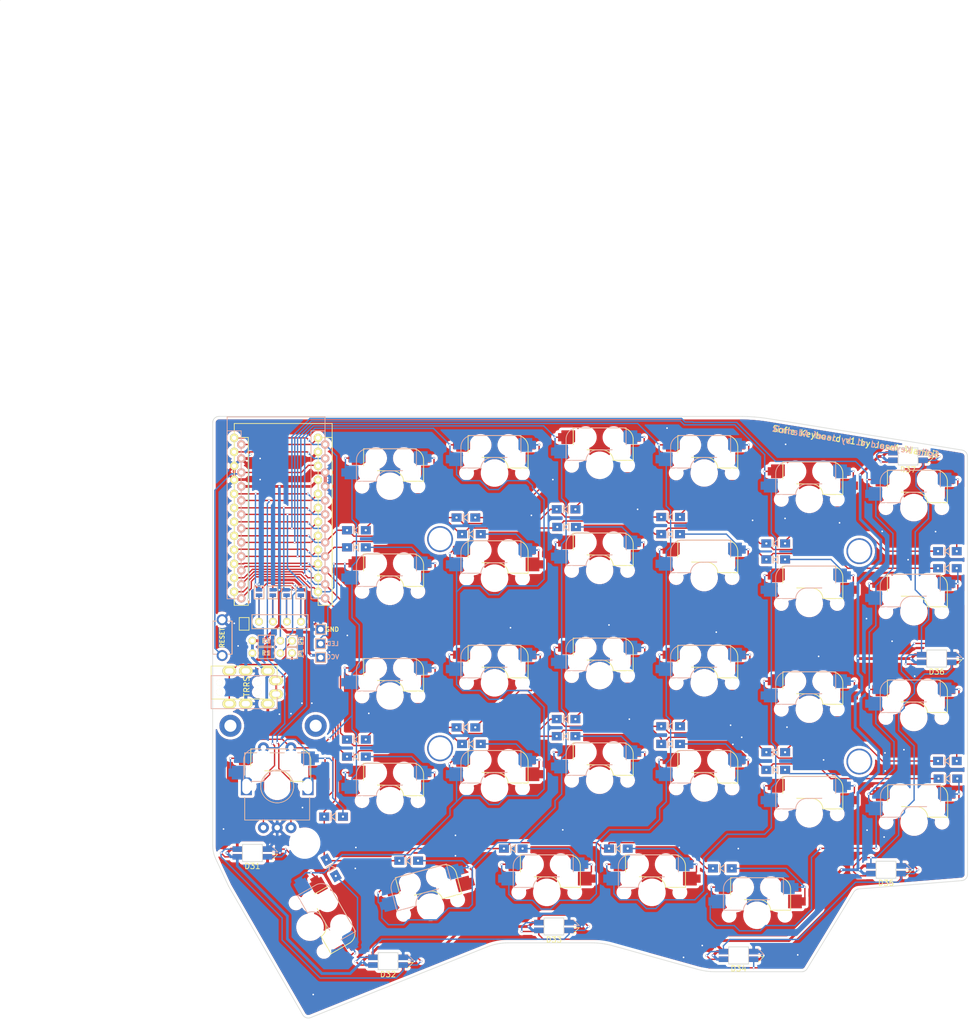
<source format=kicad_pcb>
(kicad_pcb (version 20171130) (host pcbnew 5.1.10-88a1d61d58~88~ubuntu18.04.1)
  (layers (0 F.Cu signal) (31 B.Cu signal) (34 B.Paste user) (35 F.Paste user) (36 B.SilkS user) (37 F.SilkS user) (38 B.Mask user) (39 F.Mask user) (44 Edge.Cuts user))
  (net 0 "")
  (net 1 "Net-(D1-Pad2)")
  (net 2 row4)
  (net 3 "Net-(D2-Pad2)")
  (net 4 "Net-(D3-Pad2)")
  (net 5 row0)
  (net 6 "Net-(D4-Pad2)")
  (net 7 row1)
  (net 8 "Net-(D5-Pad2)")
  (net 9 row2)
  (net 10 "Net-(D6-Pad2)")
  (net 11 row3)
  (net 12 "Net-(D7-Pad2)")
  (net 13 "Net-(D8-Pad2)")
  (net 14 "Net-(D9-Pad2)")
  (net 15 "Net-(D10-Pad2)")
  (net 16 "Net-(D11-Pad2)")
  (net 17 "Net-(D12-Pad2)")
  (net 18 "Net-(D13-Pad2)")
  (net 19 "Net-(D14-Pad2)")
  (net 20 "Net-(D15-Pad2)")
  (net 21 "Net-(D16-Pad2)")
  (net 22 "Net-(D17-Pad2)")
  (net 23 "Net-(D18-Pad2)")
  (net 24 "Net-(D19-Pad2)")
  (net 25 "Net-(D20-Pad2)")
  (net 26 "Net-(D21-Pad2)")
  (net 27 "Net-(D22-Pad2)")
  (net 28 "Net-(D23-Pad2)")
  (net 29 "Net-(D24-Pad2)")
  (net 30 "Net-(D26-Pad2)")
  (net 31 "Net-(D27-Pad2)")
  (net 32 "Net-(D28-Pad2)")
  (net 33 VCC)
  (net 34 GND)
  (net 35 col0)
  (net 36 col1)
  (net 37 col2)
  (net 38 col3)
  (net 39 col4)
  (net 40 SDA)
  (net 41 LED)
  (net 42 SCL)
  (net 43 RESET)
  (net 44 "Net-(D29-Pad2)")
  (net 45 "Net-(U1-Pad24)")
  (net 46 "Net-(U1-Pad7)")
  (net 47 DATA)
  (net 48 "Net-(J3-Pad1)")
  (net 49 "Net-(J3-Pad2)")
  (net 50 "Net-(J3-Pad3)")
  (net 51 "Net-(J3-Pad4)")
  (net 52 "Net-(D30-Pad2)")
  (net 53 SW25B)
  (net 54 SW25A)
  (net 55 ENCB)
  (net 56 ENCA)
  (net 57 /i2c_c)
  (net 58 /i2c_d)
  (net 59 "Net-(D31-Pad2)")
  (net 60 "Net-(D32-Pad2)")
  (net 61 "Net-(D33-Pad2)")
  (net 62 "Net-(D34-Pad2)")
  (net 63 "Net-(D35-Pad2)")
  (net 64 "Net-(D36-Pad2)")
  (net 65 "Net-(D37-Pad2)")
  (module SofleKeyboard-footprint:CherryMX_Hotswap (layer F.Cu) (at 100 104.5)
    (fp_text reference SW31 hide)
    (fp_text value SW_PUSH hide)
    (pad 1 smd custom (at -7.2 -5.1) (size 0.7 1.5) (layers F.Cu F.Paste F.Mask) (net 54 SW25A) (options (clearance outline) (anchor rect)) (primitives (gr_poly (pts (xy 0.3 -1.2) (xy 0.3 1.2) (xy 2.1 1.2) (xy 2.7 0.8) (xy 2.7 -1.2)) (width 0.1))))
    (pad 2 smd custom (at 7.2 -5.1) (size 0.7 1.5) (layers B.Cu B.Paste B.Mask) (net 53 SW25B) (options (clearance outline) (anchor rect)) (primitives (gr_poly (pts (xy -0.4 -1.2) (xy -2.8 -1.2) (xy -2.8 0.8) (xy -2.3 1.2) (xy -0.4 1.2)) (width 0.1))))
    (pad 1 smd custom (at -8.5 -2.5) (size 0.7 1.5) (layers B.Cu B.Paste B.Mask) (net 54 SW25A) (options (clearance outline) (anchor rect)) (primitives (gr_poly (pts (xy 0.3 -1.2) (xy 2.7 -1.2) (xy 2.7 1.2) (xy 0.3 1.2)) (width 0.1))))
    (pad 2 smd custom (at 8.5 -2.5) (size 0.7 1.5) (layers F.Cu F.Paste F.Mask) (net 53 SW25B) (options (clearance outline) (anchor rect)) (primitives (gr_poly (pts (xy -2.8 -1.2) (xy -0.4 -1.2) (xy -0.4 1.2) (xy -2.8 1.2)) (width 0.1))))
    (pad "" np_thru_hole circle (at -3.81 -2.540001 180) (size 3 3) (drill 3) (layers *.Cu *.Mask))
    (pad "" np_thru_hole circle (at -5.08 0) (size 1.7 1.7) (drill 1.7) (layers *.Cu *.Mask))
    (pad "" np_thru_hole circle (at 5.08 0) (size 1.7 1.7) (drill 1.7) (layers *.Cu *.Mask))
    (pad "" np_thru_hole circle (at 0 0 90) (size 4 4) (drill 4) (layers *.Cu *.Mask))
    (pad "" np_thru_hole circle (at 2.54 -5.08 180) (size 3 3) (drill 3) (layers *.Cu *.Mask))
    (pad "" np_thru_hole circle (at -2.54 -5.08 180) (size 3 3) (drill 3) (layers *.Cu *.Mask))
    (pad "" np_thru_hole circle (at 3.81 -2.54 180) (size 3 3) (drill 3) (layers *.Cu *.Mask))
  )
  (module footprints:YS-SK6812MINI-E_backlight (layer F.Cu) (at 214.65 44.6)
    (fp_text reference D37 (at 0 2.4) (layer F.SilkS))
    (fp_text value SK6812MINI hide)
    (fp_line (start 1.8 -1.55) (end -1.8 -1.55) (layer Edge.Cuts) (width 0.12))
    (fp_line (start 1.8 1.55) (end 1.8 -1.55) (layer Edge.Cuts) (width 0.12))
    (fp_line (start -1.8 1.55) (end 1.8 1.55) (layer Edge.Cuts) (width 0.12))
    (fp_line (start -1.8 -1.55) (end -1.8 1.55) (layer Edge.Cuts) (width 0.12))
    (pad 3 smd rect (at 2.75 -0.7) (size 1.7 1) (layers B.Cu B.Paste B.Mask) (net 34 GND))
    (pad 2 smd rect (at -2.75 -0.7) (size 1.7 1) (layers B.Cu B.Paste B.Mask) (net 65 "Net-(D37-Pad2)"))
    (pad 4 smd rect (at 2.75 0.7) (size 1.7 1) (layers B.Cu B.Paste B.Mask) (net 64 "Net-(D36-Pad2)"))
    (pad 1 smd rect (at -2.75 0.7) (size 1.7 1) (layers B.Cu B.Paste B.Mask) (net 33 VCC))
    (pad 3 smd rect (at 2.75 0.7) (size 1.7 1) (layers F.Cu F.Paste F.Mask) (net 34 GND))
    (pad 4 smd rect (at 2.75 -0.7) (size 1.7 1) (layers F.Cu F.Paste F.Mask) (net 64 "Net-(D36-Pad2)"))
    (pad 2 smd rect (at -2.75 0.7) (size 1.7 1) (layers F.Cu F.Paste F.Mask) (net 65 "Net-(D37-Pad2)"))
    (pad 1 smd rect (at -2.75 -0.7) (size 1.7 1) (layers F.Cu F.Paste F.Mask) (net 33 VCC))
  )
  (module footprints:YS-SK6812MINI-E_backlight (layer F.Cu) (at 219.85 81.3)
    (fp_text reference D36 (at 0 2.4) (layer F.SilkS))
    (fp_text value SK6812MINI hide)
    (fp_line (start 1.8 -1.55) (end -1.8 -1.55) (layer Edge.Cuts) (width 0.12))
    (fp_line (start 1.8 1.55) (end 1.8 -1.55) (layer Edge.Cuts) (width 0.12))
    (fp_line (start -1.8 1.55) (end 1.8 1.55) (layer Edge.Cuts) (width 0.12))
    (fp_line (start -1.8 -1.55) (end -1.8 1.55) (layer Edge.Cuts) (width 0.12))
    (pad 3 smd rect (at 2.75 -0.7) (size 1.7 1) (layers B.Cu B.Paste B.Mask) (net 34 GND))
    (pad 2 smd rect (at -2.75 -0.7) (size 1.7 1) (layers B.Cu B.Paste B.Mask) (net 64 "Net-(D36-Pad2)"))
    (pad 4 smd rect (at 2.75 0.7) (size 1.7 1) (layers B.Cu B.Paste B.Mask) (net 63 "Net-(D35-Pad2)"))
    (pad 1 smd rect (at -2.75 0.7) (size 1.7 1) (layers B.Cu B.Paste B.Mask) (net 33 VCC))
    (pad 3 smd rect (at 2.75 0.7) (size 1.7 1) (layers F.Cu F.Paste F.Mask) (net 34 GND))
    (pad 4 smd rect (at 2.75 -0.7) (size 1.7 1) (layers F.Cu F.Paste F.Mask) (net 63 "Net-(D35-Pad2)"))
    (pad 2 smd rect (at -2.75 0.7) (size 1.7 1) (layers F.Cu F.Paste F.Mask) (net 64 "Net-(D36-Pad2)"))
    (pad 1 smd rect (at -2.75 -0.7) (size 1.7 1) (layers F.Cu F.Paste F.Mask) (net 33 VCC))
  )
  (module footprints:YS-SK6812MINI-E_backlight (layer F.Cu) (at 210.65 119.65)
    (fp_text reference D35 (at 0 2.4) (layer F.SilkS))
    (fp_text value SK6812MINI hide)
    (fp_line (start 1.8 -1.55) (end -1.8 -1.55) (layer Edge.Cuts) (width 0.12))
    (fp_line (start 1.8 1.55) (end 1.8 -1.55) (layer Edge.Cuts) (width 0.12))
    (fp_line (start -1.8 1.55) (end 1.8 1.55) (layer Edge.Cuts) (width 0.12))
    (fp_line (start -1.8 -1.55) (end -1.8 1.55) (layer Edge.Cuts) (width 0.12))
    (pad 3 smd rect (at 2.75 -0.7) (size 1.7 1) (layers B.Cu B.Paste B.Mask) (net 34 GND))
    (pad 2 smd rect (at -2.75 -0.7) (size 1.7 1) (layers B.Cu B.Paste B.Mask) (net 63 "Net-(D35-Pad2)"))
    (pad 4 smd rect (at 2.75 0.7) (size 1.7 1) (layers B.Cu B.Paste B.Mask) (net 62 "Net-(D34-Pad2)"))
    (pad 1 smd rect (at -2.75 0.7) (size 1.7 1) (layers B.Cu B.Paste B.Mask) (net 33 VCC))
    (pad 3 smd rect (at 2.75 0.7) (size 1.7 1) (layers F.Cu F.Paste F.Mask) (net 34 GND))
    (pad 4 smd rect (at 2.75 -0.7) (size 1.7 1) (layers F.Cu F.Paste F.Mask) (net 62 "Net-(D34-Pad2)"))
    (pad 2 smd rect (at -2.75 0.7) (size 1.7 1) (layers F.Cu F.Paste F.Mask) (net 63 "Net-(D35-Pad2)"))
    (pad 1 smd rect (at -2.75 -0.7) (size 1.7 1) (layers F.Cu F.Paste F.Mask) (net 33 VCC))
  )
  (module footprints:YS-SK6812MINI-E_backlight (layer F.Cu) (at 183.85 135.2)
    (fp_text reference D34 (at 0 2.4) (layer F.SilkS))
    (fp_text value SK6812MINI hide)
    (fp_line (start 1.8 -1.55) (end -1.8 -1.55) (layer Edge.Cuts) (width 0.12))
    (fp_line (start 1.8 1.55) (end 1.8 -1.55) (layer Edge.Cuts) (width 0.12))
    (fp_line (start -1.8 1.55) (end 1.8 1.55) (layer Edge.Cuts) (width 0.12))
    (fp_line (start -1.8 -1.55) (end -1.8 1.55) (layer Edge.Cuts) (width 0.12))
    (pad 3 smd rect (at 2.75 -0.7) (size 1.7 1) (layers B.Cu B.Paste B.Mask) (net 34 GND))
    (pad 2 smd rect (at -2.75 -0.7) (size 1.7 1) (layers B.Cu B.Paste B.Mask) (net 62 "Net-(D34-Pad2)"))
    (pad 4 smd rect (at 2.75 0.7) (size 1.7 1) (layers B.Cu B.Paste B.Mask) (net 61 "Net-(D33-Pad2)"))
    (pad 1 smd rect (at -2.75 0.7) (size 1.7 1) (layers B.Cu B.Paste B.Mask) (net 33 VCC))
    (pad 3 smd rect (at 2.75 0.7) (size 1.7 1) (layers F.Cu F.Paste F.Mask) (net 34 GND))
    (pad 4 smd rect (at 2.75 -0.7) (size 1.7 1) (layers F.Cu F.Paste F.Mask) (net 61 "Net-(D33-Pad2)"))
    (pad 2 smd rect (at -2.75 0.7) (size 1.7 1) (layers F.Cu F.Paste F.Mask) (net 62 "Net-(D34-Pad2)"))
    (pad 1 smd rect (at -2.75 -0.7) (size 1.7 1) (layers F.Cu F.Paste F.Mask) (net 33 VCC))
  )
  (module footprints:YS-SK6812MINI-E_backlight (layer F.Cu) (at 150.3 129.95)
    (fp_text reference D33 (at 0 2.4) (layer F.SilkS))
    (fp_text value SK6812MINI hide)
    (fp_line (start 1.8 -1.55) (end -1.8 -1.55) (layer Edge.Cuts) (width 0.12))
    (fp_line (start 1.8 1.55) (end 1.8 -1.55) (layer Edge.Cuts) (width 0.12))
    (fp_line (start -1.8 1.55) (end 1.8 1.55) (layer Edge.Cuts) (width 0.12))
    (fp_line (start -1.8 -1.55) (end -1.8 1.55) (layer Edge.Cuts) (width 0.12))
    (pad 3 smd rect (at 2.75 -0.7) (size 1.7 1) (layers B.Cu B.Paste B.Mask) (net 34 GND))
    (pad 2 smd rect (at -2.75 -0.7) (size 1.7 1) (layers B.Cu B.Paste B.Mask) (net 61 "Net-(D33-Pad2)"))
    (pad 4 smd rect (at 2.75 0.7) (size 1.7 1) (layers B.Cu B.Paste B.Mask) (net 60 "Net-(D32-Pad2)"))
    (pad 1 smd rect (at -2.75 0.7) (size 1.7 1) (layers B.Cu B.Paste B.Mask) (net 33 VCC))
    (pad 3 smd rect (at 2.75 0.7) (size 1.7 1) (layers F.Cu F.Paste F.Mask) (net 34 GND))
    (pad 4 smd rect (at 2.75 -0.7) (size 1.7 1) (layers F.Cu F.Paste F.Mask) (net 60 "Net-(D32-Pad2)"))
    (pad 2 smd rect (at -2.75 0.7) (size 1.7 1) (layers F.Cu F.Paste F.Mask) (net 61 "Net-(D33-Pad2)"))
    (pad 1 smd rect (at -2.75 -0.7) (size 1.7 1) (layers F.Cu F.Paste F.Mask) (net 33 VCC))
  )
  (module footprints:YS-SK6812MINI-E_backlight (layer F.Cu) (at 120.15 136.25)
    (fp_text reference D32 (at 0 2.4) (layer F.SilkS))
    (fp_text value SK6812MINI hide)
    (fp_line (start 1.8 -1.55) (end -1.8 -1.55) (layer Edge.Cuts) (width 0.12))
    (fp_line (start 1.8 1.55) (end 1.8 -1.55) (layer Edge.Cuts) (width 0.12))
    (fp_line (start -1.8 1.55) (end 1.8 1.55) (layer Edge.Cuts) (width 0.12))
    (fp_line (start -1.8 -1.55) (end -1.8 1.55) (layer Edge.Cuts) (width 0.12))
    (pad 3 smd rect (at 2.75 -0.7) (size 1.7 1) (layers B.Cu B.Paste B.Mask) (net 34 GND))
    (pad 2 smd rect (at -2.75 -0.7) (size 1.7 1) (layers B.Cu B.Paste B.Mask) (net 60 "Net-(D32-Pad2)"))
    (pad 4 smd rect (at 2.75 0.7) (size 1.7 1) (layers B.Cu B.Paste B.Mask) (net 59 "Net-(D31-Pad2)"))
    (pad 1 smd rect (at -2.75 0.7) (size 1.7 1) (layers B.Cu B.Paste B.Mask) (net 33 VCC))
    (pad 3 smd rect (at 2.75 0.7) (size 1.7 1) (layers F.Cu F.Paste F.Mask) (net 34 GND))
    (pad 4 smd rect (at 2.75 -0.7) (size 1.7 1) (layers F.Cu F.Paste F.Mask) (net 59 "Net-(D31-Pad2)"))
    (pad 2 smd rect (at -2.75 0.7) (size 1.7 1) (layers F.Cu F.Paste F.Mask) (net 60 "Net-(D32-Pad2)"))
    (pad 1 smd rect (at -2.75 -0.7) (size 1.7 1) (layers F.Cu F.Paste F.Mask) (net 33 VCC))
  )
  (module footprints:YS-SK6812MINI-E_backlight (layer F.Cu) (at 95.5 116.6)
    (fp_text reference D31 (at 0 2.4) (layer F.SilkS))
    (fp_text value SK6812MINI hide)
    (fp_line (start 1.8 -1.55) (end -1.8 -1.55) (layer Edge.Cuts) (width 0.12))
    (fp_line (start 1.8 1.55) (end 1.8 -1.55) (layer Edge.Cuts) (width 0.12))
    (fp_line (start -1.8 1.55) (end 1.8 1.55) (layer Edge.Cuts) (width 0.12))
    (fp_line (start -1.8 -1.55) (end -1.8 1.55) (layer Edge.Cuts) (width 0.12))
    (pad 3 smd rect (at 2.75 -0.7) (size 1.7 1) (layers B.Cu B.Paste B.Mask) (net 34 GND))
    (pad 2 smd rect (at -2.75 -0.7) (size 1.7 1) (layers B.Cu B.Paste B.Mask) (net 59 "Net-(D31-Pad2)"))
    (pad 4 smd rect (at 2.75 0.7) (size 1.7 1) (layers B.Cu B.Paste B.Mask) (net 41 LED))
    (pad 1 smd rect (at -2.75 0.7) (size 1.7 1) (layers B.Cu B.Paste B.Mask) (net 33 VCC))
    (pad 3 smd rect (at 2.75 0.7) (size 1.7 1) (layers F.Cu F.Paste F.Mask) (net 34 GND))
    (pad 4 smd rect (at 2.75 -0.7) (size 1.7 1) (layers F.Cu F.Paste F.Mask) (net 41 LED))
    (pad 2 smd rect (at -2.75 0.7) (size 1.7 1) (layers F.Cu F.Paste F.Mask) (net 59 "Net-(D31-Pad2)"))
    (pad 1 smd rect (at -2.75 -0.7) (size 1.7 1) (layers F.Cu F.Paste F.Mask) (net 33 VCC))
  )
  (module SofleKeyboard-footprint:CherryMX_Hotswap (layer F.Cu) (at 187.2 127.9)
    (fp_text reference SW30 hide)
    (fp_text value SW_PUSH hide)
    (pad 1 smd custom (at -7.2 -5.1) (size 0.7 1.5) (layers F.Cu F.Paste F.Mask) (net 35 col0) (options (clearance outline) (anchor rect)) (primitives (gr_poly (pts (xy 0.3 -1.2) (xy 0.3 1.2) (xy 2.1 1.2) (xy 2.7 0.8) (xy 2.7 -1.2)) (width 0.1))))
    (pad 2 smd custom (at 7.2 -5.1) (size 0.7 1.5) (layers B.Cu B.Paste B.Mask) (net 52 "Net-(D30-Pad2)") (options (clearance outline) (anchor rect)) (primitives (gr_poly (pts (xy -0.4 -1.2) (xy -2.8 -1.2) (xy -2.8 0.8) (xy -2.3 1.2) (xy -0.4 1.2)) (width 0.1))))
    (pad 1 smd custom (at -8.5 -2.5) (size 0.7 1.5) (layers B.Cu B.Paste B.Mask) (net 35 col0) (options (clearance outline) (anchor rect)) (primitives (gr_poly (pts (xy 0.3 -1.2) (xy 2.7 -1.2) (xy 2.7 1.2) (xy 0.3 1.2)) (width 0.1))))
    (pad 2 smd custom (at 8.5 -2.5) (size 0.7 1.5) (layers F.Cu F.Paste F.Mask) (net 52 "Net-(D30-Pad2)") (options (clearance outline) (anchor rect)) (primitives (gr_poly (pts (xy -2.8 -1.2) (xy -0.4 -1.2) (xy -0.4 1.2) (xy -2.8 1.2)) (width 0.1))))
    (pad "" np_thru_hole circle (at -3.81 -2.540001 180) (size 3 3) (drill 3) (layers *.Cu *.Mask))
    (pad "" np_thru_hole circle (at -5.08 0) (size 1.7 1.7) (drill 1.7) (layers *.Cu *.Mask))
    (pad "" np_thru_hole circle (at 5.08 0) (size 1.7 1.7) (drill 1.7) (layers *.Cu *.Mask))
    (pad "" np_thru_hole circle (at 0 0 90) (size 4 4) (drill 4) (layers *.Cu *.Mask))
    (pad "" np_thru_hole circle (at 2.54 -5.08 180) (size 3 3) (drill 3) (layers *.Cu *.Mask))
    (pad "" np_thru_hole circle (at -2.54 -5.08 180) (size 3 3) (drill 3) (layers *.Cu *.Mask))
    (pad "" np_thru_hole circle (at 3.81 -2.54 180) (size 3 3) (drill 3) (layers *.Cu *.Mask))
  )
  (module SofleKeyboard-footprint:CherryMX_Hotswap (layer F.Cu) (at 168.1 123.75)
    (fp_text reference SW29 hide)
    (fp_text value SW_PUSH hide)
    (pad 1 smd custom (at -7.2 -5.1) (size 0.7 1.5) (layers F.Cu F.Paste F.Mask) (net 36 col1) (options (clearance outline) (anchor rect)) (primitives (gr_poly (pts (xy 0.3 -1.2) (xy 0.3 1.2) (xy 2.1 1.2) (xy 2.7 0.8) (xy 2.7 -1.2)) (width 0.1))))
    (pad 2 smd custom (at 7.2 -5.1) (size 0.7 1.5) (layers B.Cu B.Paste B.Mask) (net 44 "Net-(D29-Pad2)") (options (clearance outline) (anchor rect)) (primitives (gr_poly (pts (xy -0.4 -1.2) (xy -2.8 -1.2) (xy -2.8 0.8) (xy -2.3 1.2) (xy -0.4 1.2)) (width 0.1))))
    (pad 1 smd custom (at -8.5 -2.5) (size 0.7 1.5) (layers B.Cu B.Paste B.Mask) (net 36 col1) (options (clearance outline) (anchor rect)) (primitives (gr_poly (pts (xy 0.3 -1.2) (xy 2.7 -1.2) (xy 2.7 1.2) (xy 0.3 1.2)) (width 0.1))))
    (pad 2 smd custom (at 8.5 -2.5) (size 0.7 1.5) (layers F.Cu F.Paste F.Mask) (net 44 "Net-(D29-Pad2)") (options (clearance outline) (anchor rect)) (primitives (gr_poly (pts (xy -2.8 -1.2) (xy -0.4 -1.2) (xy -0.4 1.2) (xy -2.8 1.2)) (width 0.1))))
    (pad "" np_thru_hole circle (at -3.81 -2.540001 180) (size 3 3) (drill 3) (layers *.Cu *.Mask))
    (pad "" np_thru_hole circle (at -5.08 0) (size 1.7 1.7) (drill 1.7) (layers *.Cu *.Mask))
    (pad "" np_thru_hole circle (at 5.08 0) (size 1.7 1.7) (drill 1.7) (layers *.Cu *.Mask))
    (pad "" np_thru_hole circle (at 0 0 90) (size 4 4) (drill 4) (layers *.Cu *.Mask))
    (pad "" np_thru_hole circle (at 2.54 -5.08 180) (size 3 3) (drill 3) (layers *.Cu *.Mask))
    (pad "" np_thru_hole circle (at -2.54 -5.08 180) (size 3 3) (drill 3) (layers *.Cu *.Mask))
    (pad "" np_thru_hole circle (at 3.81 -2.54 180) (size 3 3) (drill 3) (layers *.Cu *.Mask))
  )
  (module SofleKeyboard-footprint:CherryMX_Hotswap (layer F.Cu) (at 149 123.75)
    (fp_text reference SW28 hide)
    (fp_text value SW_PUSH hide)
    (pad 1 smd custom (at -7.2 -5.1) (size 0.7 1.5) (layers F.Cu F.Paste F.Mask) (net 37 col2) (options (clearance outline) (anchor rect)) (primitives (gr_poly (pts (xy 0.3 -1.2) (xy 0.3 1.2) (xy 2.1 1.2) (xy 2.7 0.8) (xy 2.7 -1.2)) (width 0.1))))
    (pad 2 smd custom (at 7.2 -5.1) (size 0.7 1.5) (layers B.Cu B.Paste B.Mask) (net 32 "Net-(D28-Pad2)") (options (clearance outline) (anchor rect)) (primitives (gr_poly (pts (xy -0.4 -1.2) (xy -2.8 -1.2) (xy -2.8 0.8) (xy -2.3 1.2) (xy -0.4 1.2)) (width 0.1))))
    (pad 1 smd custom (at -8.5 -2.5) (size 0.7 1.5) (layers B.Cu B.Paste B.Mask) (net 37 col2) (options (clearance outline) (anchor rect)) (primitives (gr_poly (pts (xy 0.3 -1.2) (xy 2.7 -1.2) (xy 2.7 1.2) (xy 0.3 1.2)) (width 0.1))))
    (pad 2 smd custom (at 8.5 -2.5) (size 0.7 1.5) (layers F.Cu F.Paste F.Mask) (net 32 "Net-(D28-Pad2)") (options (clearance outline) (anchor rect)) (primitives (gr_poly (pts (xy -2.8 -1.2) (xy -0.4 -1.2) (xy -0.4 1.2) (xy -2.8 1.2)) (width 0.1))))
    (pad "" np_thru_hole circle (at -3.81 -2.540001 180) (size 3 3) (drill 3) (layers *.Cu *.Mask))
    (pad "" np_thru_hole circle (at -5.08 0) (size 1.7 1.7) (drill 1.7) (layers *.Cu *.Mask))
    (pad "" np_thru_hole circle (at 5.08 0) (size 1.7 1.7) (drill 1.7) (layers *.Cu *.Mask))
    (pad "" np_thru_hole circle (at 0 0 90) (size 4 4) (drill 4) (layers *.Cu *.Mask))
    (pad "" np_thru_hole circle (at 2.54 -5.08 180) (size 3 3) (drill 3) (layers *.Cu *.Mask))
    (pad "" np_thru_hole circle (at -2.54 -5.08 180) (size 3 3) (drill 3) (layers *.Cu *.Mask))
    (pad "" np_thru_hole circle (at 3.81 -2.54 180) (size 3 3) (drill 3) (layers *.Cu *.Mask))
  )
  (module SofleKeyboard-footprint:CherryMX_Hotswap (layer F.Cu) (at 127.88 126.42 15)
    (fp_text reference SW27 hide)
    (fp_text value SW_PUSH hide)
    (pad 1 smd custom (at -7.2 -5.1 15) (size 0.7 1.5) (layers F.Cu F.Paste F.Mask) (net 38 col3) (options (clearance outline) (anchor rect)) (primitives (gr_poly (pts (xy 0.3 -1.2) (xy 0.3 1.2) (xy 2.1 1.2) (xy 2.7 0.8) (xy 2.7 -1.2)) (width 0.1))))
    (pad 2 smd custom (at 7.2 -5.1 15) (size 0.7 1.5) (layers B.Cu B.Paste B.Mask) (net 31 "Net-(D27-Pad2)") (options (clearance outline) (anchor rect)) (primitives (gr_poly (pts (xy -0.4 -1.2) (xy -2.8 -1.2) (xy -2.8 0.8) (xy -2.3 1.2) (xy -0.4 1.2)) (width 0.1))))
    (pad 1 smd custom (at -8.5 -2.5 15) (size 0.7 1.5) (layers B.Cu B.Paste B.Mask) (net 38 col3) (options (clearance outline) (anchor rect)) (primitives (gr_poly (pts (xy 0.3 -1.2) (xy 2.7 -1.2) (xy 2.7 1.2) (xy 0.3 1.2)) (width 0.1))))
    (pad 2 smd custom (at 8.5 -2.5 15) (size 0.7 1.5) (layers F.Cu F.Paste F.Mask) (net 31 "Net-(D27-Pad2)") (options (clearance outline) (anchor rect)) (primitives (gr_poly (pts (xy -2.8 -1.2) (xy -0.4 -1.2) (xy -0.4 1.2) (xy -2.8 1.2)) (width 0.1))))
    (pad "" np_thru_hole circle (at -3.81 -2.540001 195) (size 3 3) (drill 3) (layers *.Cu *.Mask))
    (pad "" np_thru_hole circle (at -5.08 0 15) (size 1.7 1.7) (drill 1.7) (layers *.Cu *.Mask))
    (pad "" np_thru_hole circle (at 5.08 0 15) (size 1.7 1.7) (drill 1.7) (layers *.Cu *.Mask))
    (pad "" np_thru_hole circle (at 0 0 105) (size 4 4) (drill 4) (layers *.Cu *.Mask))
    (pad "" np_thru_hole circle (at 2.54 -5.08 195) (size 3 3) (drill 3) (layers *.Cu *.Mask))
    (pad "" np_thru_hole circle (at -2.54 -5.08 195) (size 3 3) (drill 3) (layers *.Cu *.Mask))
    (pad "" np_thru_hole circle (at 3.81 -2.54 195) (size 3 3) (drill 3) (layers *.Cu *.Mask))
  )
  (module SofleKeyboard-footprint:CherryMX_Hotswap (layer F.Cu) (at 105.96 130.07 300)
    (fp_text reference SW26 hide)
    (fp_text value SW_PUSH hide)
    (pad 1 smd custom (at -7.2 -5.1 300) (size 0.7 1.5) (layers F.Cu F.Paste F.Mask) (net 39 col4) (options (clearance outline) (anchor rect)) (primitives (gr_poly (pts (xy 0.3 -1.2) (xy 0.3 1.2) (xy 2.1 1.2) (xy 2.7 0.8) (xy 2.7 -1.2)) (width 0.1))))
    (pad 2 smd custom (at 7.2 -5.1 300) (size 0.7 1.5) (layers B.Cu B.Paste B.Mask) (net 30 "Net-(D26-Pad2)") (options (clearance outline) (anchor rect)) (primitives (gr_poly (pts (xy -0.4 -1.2) (xy -2.8 -1.2) (xy -2.8 0.8) (xy -2.3 1.2) (xy -0.4 1.2)) (width 0.1))))
    (pad 1 smd custom (at -8.5 -2.5 300) (size 0.7 1.5) (layers B.Cu B.Paste B.Mask) (net 39 col4) (options (clearance outline) (anchor rect)) (primitives (gr_poly (pts (xy 0.3 -1.2) (xy 2.7 -1.2) (xy 2.7 1.2) (xy 0.3 1.2)) (width 0.1))))
    (pad 2 smd custom (at 8.5 -2.5 300) (size 0.7 1.5) (layers F.Cu F.Paste F.Mask) (net 30 "Net-(D26-Pad2)") (options (clearance outline) (anchor rect)) (primitives (gr_poly (pts (xy -2.8 -1.2) (xy -0.4 -1.2) (xy -0.4 1.2) (xy -2.8 1.2)) (width 0.1))))
    (pad "" np_thru_hole circle (at -3.81 -2.540001 120) (size 3 3) (drill 3) (layers *.Cu *.Mask))
    (pad "" np_thru_hole circle (at -5.08 0 300) (size 1.7 1.7) (drill 1.7) (layers *.Cu *.Mask))
    (pad "" np_thru_hole circle (at 5.08 0 300) (size 1.7 1.7) (drill 1.7) (layers *.Cu *.Mask))
    (pad "" np_thru_hole circle (at 0 0 30) (size 4 4) (drill 4) (layers *.Cu *.Mask))
    (pad "" np_thru_hole circle (at 2.54 -5.08 120) (size 3 3) (drill 3) (layers *.Cu *.Mask))
    (pad "" np_thru_hole circle (at -2.54 -5.08 120) (size 3 3) (drill 3) (layers *.Cu *.Mask))
    (pad "" np_thru_hole circle (at 3.81 -2.54 120) (size 3 3) (drill 3) (layers *.Cu *.Mask))
  )
  (module SofleKeyboard-footprint:CherryMX_Hotswap (layer F.Cu) (at 215.75 111)
    (fp_text reference SW24 hide)
    (fp_text value SW_PUSH hide)
    (pad 1 smd custom (at -7.2 -5.1) (size 0.7 1.5) (layers F.Cu F.Paste F.Mask) (net 35 col0) (options (clearance outline) (anchor rect)) (primitives (gr_poly (pts (xy 0.3 -1.2) (xy 0.3 1.2) (xy 2.1 1.2) (xy 2.7 0.8) (xy 2.7 -1.2)) (width 0.1))))
    (pad 2 smd custom (at 7.2 -5.1) (size 0.7 1.5) (layers B.Cu B.Paste B.Mask) (net 29 "Net-(D24-Pad2)") (options (clearance outline) (anchor rect)) (primitives (gr_poly (pts (xy -0.4 -1.2) (xy -2.8 -1.2) (xy -2.8 0.8) (xy -2.3 1.2) (xy -0.4 1.2)) (width 0.1))))
    (pad 1 smd custom (at -8.5 -2.5) (size 0.7 1.5) (layers B.Cu B.Paste B.Mask) (net 35 col0) (options (clearance outline) (anchor rect)) (primitives (gr_poly (pts (xy 0.3 -1.2) (xy 2.7 -1.2) (xy 2.7 1.2) (xy 0.3 1.2)) (width 0.1))))
    (pad 2 smd custom (at 8.5 -2.5) (size 0.7 1.5) (layers F.Cu F.Paste F.Mask) (net 29 "Net-(D24-Pad2)") (options (clearance outline) (anchor rect)) (primitives (gr_poly (pts (xy -2.8 -1.2) (xy -0.4 -1.2) (xy -0.4 1.2) (xy -2.8 1.2)) (width 0.1))))
    (pad "" np_thru_hole circle (at -3.81 -2.540001 180) (size 3 3) (drill 3) (layers *.Cu *.Mask))
    (pad "" np_thru_hole circle (at -5.08 0) (size 1.7 1.7) (drill 1.7) (layers *.Cu *.Mask))
    (pad "" np_thru_hole circle (at 5.08 0) (size 1.7 1.7) (drill 1.7) (layers *.Cu *.Mask))
    (pad "" np_thru_hole circle (at 0 0 90) (size 4 4) (drill 4) (layers *.Cu *.Mask))
    (pad "" np_thru_hole circle (at 2.54 -5.08 180) (size 3 3) (drill 3) (layers *.Cu *.Mask))
    (pad "" np_thru_hole circle (at -2.54 -5.08 180) (size 3 3) (drill 3) (layers *.Cu *.Mask))
    (pad "" np_thru_hole circle (at 3.81 -2.54 180) (size 3 3) (drill 3) (layers *.Cu *.Mask))
  )
  (module SofleKeyboard-footprint:CherryMX_Hotswap (layer F.Cu) (at 196.7 109.5)
    (fp_text reference SW23 hide)
    (fp_text value SW_PUSH hide)
    (pad 1 smd custom (at -7.2 -5.1) (size 0.7 1.5) (layers F.Cu F.Paste F.Mask) (net 36 col1) (options (clearance outline) (anchor rect)) (primitives (gr_poly (pts (xy 0.3 -1.2) (xy 0.3 1.2) (xy 2.1 1.2) (xy 2.7 0.8) (xy 2.7 -1.2)) (width 0.1))))
    (pad 2 smd custom (at 7.2 -5.1) (size 0.7 1.5) (layers B.Cu B.Paste B.Mask) (net 28 "Net-(D23-Pad2)") (options (clearance outline) (anchor rect)) (primitives (gr_poly (pts (xy -0.4 -1.2) (xy -2.8 -1.2) (xy -2.8 0.8) (xy -2.3 1.2) (xy -0.4 1.2)) (width 0.1))))
    (pad 1 smd custom (at -8.5 -2.5) (size 0.7 1.5) (layers B.Cu B.Paste B.Mask) (net 36 col1) (options (clearance outline) (anchor rect)) (primitives (gr_poly (pts (xy 0.3 -1.2) (xy 2.7 -1.2) (xy 2.7 1.2) (xy 0.3 1.2)) (width 0.1))))
    (pad 2 smd custom (at 8.5 -2.5) (size 0.7 1.5) (layers F.Cu F.Paste F.Mask) (net 28 "Net-(D23-Pad2)") (options (clearance outline) (anchor rect)) (primitives (gr_poly (pts (xy -2.8 -1.2) (xy -0.4 -1.2) (xy -0.4 1.2) (xy -2.8 1.2)) (width 0.1))))
    (pad "" np_thru_hole circle (at -3.81 -2.540001 180) (size 3 3) (drill 3) (layers *.Cu *.Mask))
    (pad "" np_thru_hole circle (at -5.08 0) (size 1.7 1.7) (drill 1.7) (layers *.Cu *.Mask))
    (pad "" np_thru_hole circle (at 5.08 0) (size 1.7 1.7) (drill 1.7) (layers *.Cu *.Mask))
    (pad "" np_thru_hole circle (at 0 0 90) (size 4 4) (drill 4) (layers *.Cu *.Mask))
    (pad "" np_thru_hole circle (at 2.54 -5.08 180) (size 3 3) (drill 3) (layers *.Cu *.Mask))
    (pad "" np_thru_hole circle (at -2.54 -5.08 180) (size 3 3) (drill 3) (layers *.Cu *.Mask))
    (pad "" np_thru_hole circle (at 3.81 -2.54 180) (size 3 3) (drill 3) (layers *.Cu *.Mask))
  )
  (module SofleKeyboard-footprint:CherryMX_Hotswap (layer F.Cu) (at 177.6 104.8)
    (fp_text reference SW22 hide)
    (fp_text value SW_PUSH hide)
    (pad 1 smd custom (at -7.2 -5.1) (size 0.7 1.5) (layers F.Cu F.Paste F.Mask) (net 37 col2) (options (clearance outline) (anchor rect)) (primitives (gr_poly (pts (xy 0.3 -1.2) (xy 0.3 1.2) (xy 2.1 1.2) (xy 2.7 0.8) (xy 2.7 -1.2)) (width 0.1))))
    (pad 2 smd custom (at 7.2 -5.1) (size 0.7 1.5) (layers B.Cu B.Paste B.Mask) (net 27 "Net-(D22-Pad2)") (options (clearance outline) (anchor rect)) (primitives (gr_poly (pts (xy -0.4 -1.2) (xy -2.8 -1.2) (xy -2.8 0.8) (xy -2.3 1.2) (xy -0.4 1.2)) (width 0.1))))
    (pad 1 smd custom (at -8.5 -2.5) (size 0.7 1.5) (layers B.Cu B.Paste B.Mask) (net 37 col2) (options (clearance outline) (anchor rect)) (primitives (gr_poly (pts (xy 0.3 -1.2) (xy 2.7 -1.2) (xy 2.7 1.2) (xy 0.3 1.2)) (width 0.1))))
    (pad 2 smd custom (at 8.5 -2.5) (size 0.7 1.5) (layers F.Cu F.Paste F.Mask) (net 27 "Net-(D22-Pad2)") (options (clearance outline) (anchor rect)) (primitives (gr_poly (pts (xy -2.8 -1.2) (xy -0.4 -1.2) (xy -0.4 1.2) (xy -2.8 1.2)) (width 0.1))))
    (pad "" np_thru_hole circle (at -3.81 -2.540001 180) (size 3 3) (drill 3) (layers *.Cu *.Mask))
    (pad "" np_thru_hole circle (at -5.08 0) (size 1.7 1.7) (drill 1.7) (layers *.Cu *.Mask))
    (pad "" np_thru_hole circle (at 5.08 0) (size 1.7 1.7) (drill 1.7) (layers *.Cu *.Mask))
    (pad "" np_thru_hole circle (at 0 0 90) (size 4 4) (drill 4) (layers *.Cu *.Mask))
    (pad "" np_thru_hole circle (at 2.54 -5.08 180) (size 3 3) (drill 3) (layers *.Cu *.Mask))
    (pad "" np_thru_hole circle (at -2.54 -5.08 180) (size 3 3) (drill 3) (layers *.Cu *.Mask))
    (pad "" np_thru_hole circle (at 3.81 -2.54 180) (size 3 3) (drill 3) (layers *.Cu *.Mask))
  )
  (module SofleKeyboard-footprint:CherryMX_Hotswap (layer F.Cu) (at 158.6 103.4)
    (fp_text reference SW21 hide)
    (fp_text value SW_PUSH hide)
    (pad 1 smd custom (at -7.2 -5.1) (size 0.7 1.5) (layers F.Cu F.Paste F.Mask) (net 38 col3) (options (clearance outline) (anchor rect)) (primitives (gr_poly (pts (xy 0.3 -1.2) (xy 0.3 1.2) (xy 2.1 1.2) (xy 2.7 0.8) (xy 2.7 -1.2)) (width 0.1))))
    (pad 2 smd custom (at 7.2 -5.1) (size 0.7 1.5) (layers B.Cu B.Paste B.Mask) (net 26 "Net-(D21-Pad2)") (options (clearance outline) (anchor rect)) (primitives (gr_poly (pts (xy -0.4 -1.2) (xy -2.8 -1.2) (xy -2.8 0.8) (xy -2.3 1.2) (xy -0.4 1.2)) (width 0.1))))
    (pad 1 smd custom (at -8.5 -2.5) (size 0.7 1.5) (layers B.Cu B.Paste B.Mask) (net 38 col3) (options (clearance outline) (anchor rect)) (primitives (gr_poly (pts (xy 0.3 -1.2) (xy 2.7 -1.2) (xy 2.7 1.2) (xy 0.3 1.2)) (width 0.1))))
    (pad 2 smd custom (at 8.5 -2.5) (size 0.7 1.5) (layers F.Cu F.Paste F.Mask) (net 26 "Net-(D21-Pad2)") (options (clearance outline) (anchor rect)) (primitives (gr_poly (pts (xy -2.8 -1.2) (xy -0.4 -1.2) (xy -0.4 1.2) (xy -2.8 1.2)) (width 0.1))))
    (pad "" np_thru_hole circle (at -3.81 -2.540001 180) (size 3 3) (drill 3) (layers *.Cu *.Mask))
    (pad "" np_thru_hole circle (at -5.08 0) (size 1.7 1.7) (drill 1.7) (layers *.Cu *.Mask))
    (pad "" np_thru_hole circle (at 5.08 0) (size 1.7 1.7) (drill 1.7) (layers *.Cu *.Mask))
    (pad "" np_thru_hole circle (at 0 0 90) (size 4 4) (drill 4) (layers *.Cu *.Mask))
    (pad "" np_thru_hole circle (at 2.54 -5.08 180) (size 3 3) (drill 3) (layers *.Cu *.Mask))
    (pad "" np_thru_hole circle (at -2.54 -5.08 180) (size 3 3) (drill 3) (layers *.Cu *.Mask))
    (pad "" np_thru_hole circle (at 3.81 -2.54 180) (size 3 3) (drill 3) (layers *.Cu *.Mask))
  )
  (module SofleKeyboard-footprint:CherryMX_Hotswap (layer F.Cu) (at 139.5 104.8)
    (fp_text reference SW20 hide)
    (fp_text value SW_PUSH hide)
    (pad 1 smd custom (at -7.2 -5.1) (size 0.7 1.5) (layers F.Cu F.Paste F.Mask) (net 39 col4) (options (clearance outline) (anchor rect)) (primitives (gr_poly (pts (xy 0.3 -1.2) (xy 0.3 1.2) (xy 2.1 1.2) (xy 2.7 0.8) (xy 2.7 -1.2)) (width 0.1))))
    (pad 2 smd custom (at 7.2 -5.1) (size 0.7 1.5) (layers B.Cu B.Paste B.Mask) (net 25 "Net-(D20-Pad2)") (options (clearance outline) (anchor rect)) (primitives (gr_poly (pts (xy -0.4 -1.2) (xy -2.8 -1.2) (xy -2.8 0.8) (xy -2.3 1.2) (xy -0.4 1.2)) (width 0.1))))
    (pad 1 smd custom (at -8.5 -2.5) (size 0.7 1.5) (layers B.Cu B.Paste B.Mask) (net 39 col4) (options (clearance outline) (anchor rect)) (primitives (gr_poly (pts (xy 0.3 -1.2) (xy 2.7 -1.2) (xy 2.7 1.2) (xy 0.3 1.2)) (width 0.1))))
    (pad 2 smd custom (at 8.5 -2.5) (size 0.7 1.5) (layers F.Cu F.Paste F.Mask) (net 25 "Net-(D20-Pad2)") (options (clearance outline) (anchor rect)) (primitives (gr_poly (pts (xy -2.8 -1.2) (xy -0.4 -1.2) (xy -0.4 1.2) (xy -2.8 1.2)) (width 0.1))))
    (pad "" np_thru_hole circle (at -3.81 -2.540001 180) (size 3 3) (drill 3) (layers *.Cu *.Mask))
    (pad "" np_thru_hole circle (at -5.08 0) (size 1.7 1.7) (drill 1.7) (layers *.Cu *.Mask))
    (pad "" np_thru_hole circle (at 5.08 0) (size 1.7 1.7) (drill 1.7) (layers *.Cu *.Mask))
    (pad "" np_thru_hole circle (at 0 0 90) (size 4 4) (drill 4) (layers *.Cu *.Mask))
    (pad "" np_thru_hole circle (at 2.54 -5.08 180) (size 3 3) (drill 3) (layers *.Cu *.Mask))
    (pad "" np_thru_hole circle (at -2.54 -5.08 180) (size 3 3) (drill 3) (layers *.Cu *.Mask))
    (pad "" np_thru_hole circle (at 3.81 -2.54 180) (size 3 3) (drill 3) (layers *.Cu *.Mask))
  )
  (module SofleKeyboard-footprint:CherryMX_Hotswap (layer F.Cu) (at 120.5 107.1)
    (fp_text reference SW19 hide)
    (fp_text value SW_PUSH hide)
    (pad 1 smd custom (at -7.2 -5.1) (size 0.7 1.5) (layers F.Cu F.Paste F.Mask) (net 54 SW25A) (options (clearance outline) (anchor rect)) (primitives (gr_poly (pts (xy 0.3 -1.2) (xy 0.3 1.2) (xy 2.1 1.2) (xy 2.7 0.8) (xy 2.7 -1.2)) (width 0.1))))
    (pad 2 smd custom (at 7.2 -5.1) (size 0.7 1.5) (layers B.Cu B.Paste B.Mask) (net 24 "Net-(D19-Pad2)") (options (clearance outline) (anchor rect)) (primitives (gr_poly (pts (xy -0.4 -1.2) (xy -2.8 -1.2) (xy -2.8 0.8) (xy -2.3 1.2) (xy -0.4 1.2)) (width 0.1))))
    (pad 1 smd custom (at -8.5 -2.5) (size 0.7 1.5) (layers B.Cu B.Paste B.Mask) (net 54 SW25A) (options (clearance outline) (anchor rect)) (primitives (gr_poly (pts (xy 0.3 -1.2) (xy 2.7 -1.2) (xy 2.7 1.2) (xy 0.3 1.2)) (width 0.1))))
    (pad 2 smd custom (at 8.5 -2.5) (size 0.7 1.5) (layers F.Cu F.Paste F.Mask) (net 24 "Net-(D19-Pad2)") (options (clearance outline) (anchor rect)) (primitives (gr_poly (pts (xy -2.8 -1.2) (xy -0.4 -1.2) (xy -0.4 1.2) (xy -2.8 1.2)) (width 0.1))))
    (pad "" np_thru_hole circle (at -3.81 -2.540001 180) (size 3 3) (drill 3) (layers *.Cu *.Mask))
    (pad "" np_thru_hole circle (at -5.08 0) (size 1.7 1.7) (drill 1.7) (layers *.Cu *.Mask))
    (pad "" np_thru_hole circle (at 5.08 0) (size 1.7 1.7) (drill 1.7) (layers *.Cu *.Mask))
    (pad "" np_thru_hole circle (at 0 0 90) (size 4 4) (drill 4) (layers *.Cu *.Mask))
    (pad "" np_thru_hole circle (at 2.54 -5.08 180) (size 3 3) (drill 3) (layers *.Cu *.Mask))
    (pad "" np_thru_hole circle (at -2.54 -5.08 180) (size 3 3) (drill 3) (layers *.Cu *.Mask))
    (pad "" np_thru_hole circle (at 3.81 -2.54 180) (size 3 3) (drill 3) (layers *.Cu *.Mask))
  )
  (module SofleKeyboard-footprint:CherryMX_Hotswap (layer F.Cu) (at 215.7 92)
    (fp_text reference SW18 hide)
    (fp_text value SW_PUSH hide)
    (pad 1 smd custom (at -7.2 -5.1) (size 0.7 1.5) (layers F.Cu F.Paste F.Mask) (net 35 col0) (options (clearance outline) (anchor rect)) (primitives (gr_poly (pts (xy 0.3 -1.2) (xy 0.3 1.2) (xy 2.1 1.2) (xy 2.7 0.8) (xy 2.7 -1.2)) (width 0.1))))
    (pad 2 smd custom (at 7.2 -5.1) (size 0.7 1.5) (layers B.Cu B.Paste B.Mask) (net 23 "Net-(D18-Pad2)") (options (clearance outline) (anchor rect)) (primitives (gr_poly (pts (xy -0.4 -1.2) (xy -2.8 -1.2) (xy -2.8 0.8) (xy -2.3 1.2) (xy -0.4 1.2)) (width 0.1))))
    (pad 1 smd custom (at -8.5 -2.5) (size 0.7 1.5) (layers B.Cu B.Paste B.Mask) (net 35 col0) (options (clearance outline) (anchor rect)) (primitives (gr_poly (pts (xy 0.3 -1.2) (xy 2.7 -1.2) (xy 2.7 1.2) (xy 0.3 1.2)) (width 0.1))))
    (pad 2 smd custom (at 8.5 -2.5) (size 0.7 1.5) (layers F.Cu F.Paste F.Mask) (net 23 "Net-(D18-Pad2)") (options (clearance outline) (anchor rect)) (primitives (gr_poly (pts (xy -2.8 -1.2) (xy -0.4 -1.2) (xy -0.4 1.2) (xy -2.8 1.2)) (width 0.1))))
    (pad "" np_thru_hole circle (at -3.81 -2.540001 180) (size 3 3) (drill 3) (layers *.Cu *.Mask))
    (pad "" np_thru_hole circle (at -5.08 0) (size 1.7 1.7) (drill 1.7) (layers *.Cu *.Mask))
    (pad "" np_thru_hole circle (at 5.08 0) (size 1.7 1.7) (drill 1.7) (layers *.Cu *.Mask))
    (pad "" np_thru_hole circle (at 0 0 90) (size 4 4) (drill 4) (layers *.Cu *.Mask))
    (pad "" np_thru_hole circle (at 2.54 -5.08 180) (size 3 3) (drill 3) (layers *.Cu *.Mask))
    (pad "" np_thru_hole circle (at -2.54 -5.08 180) (size 3 3) (drill 3) (layers *.Cu *.Mask))
    (pad "" np_thru_hole circle (at 3.81 -2.54 180) (size 3 3) (drill 3) (layers *.Cu *.Mask))
  )
  (module SofleKeyboard-footprint:CherryMX_Hotswap (layer F.Cu) (at 196.7 90.5)
    (fp_text reference SW17 hide)
    (fp_text value SW_PUSH hide)
    (pad 1 smd custom (at -7.2 -5.1) (size 0.7 1.5) (layers F.Cu F.Paste F.Mask) (net 36 col1) (options (clearance outline) (anchor rect)) (primitives (gr_poly (pts (xy 0.3 -1.2) (xy 0.3 1.2) (xy 2.1 1.2) (xy 2.7 0.8) (xy 2.7 -1.2)) (width 0.1))))
    (pad 2 smd custom (at 7.2 -5.1) (size 0.7 1.5) (layers B.Cu B.Paste B.Mask) (net 22 "Net-(D17-Pad2)") (options (clearance outline) (anchor rect)) (primitives (gr_poly (pts (xy -0.4 -1.2) (xy -2.8 -1.2) (xy -2.8 0.8) (xy -2.3 1.2) (xy -0.4 1.2)) (width 0.1))))
    (pad 1 smd custom (at -8.5 -2.5) (size 0.7 1.5) (layers B.Cu B.Paste B.Mask) (net 36 col1) (options (clearance outline) (anchor rect)) (primitives (gr_poly (pts (xy 0.3 -1.2) (xy 2.7 -1.2) (xy 2.7 1.2) (xy 0.3 1.2)) (width 0.1))))
    (pad 2 smd custom (at 8.5 -2.5) (size 0.7 1.5) (layers F.Cu F.Paste F.Mask) (net 22 "Net-(D17-Pad2)") (options (clearance outline) (anchor rect)) (primitives (gr_poly (pts (xy -2.8 -1.2) (xy -0.4 -1.2) (xy -0.4 1.2) (xy -2.8 1.2)) (width 0.1))))
    (pad "" np_thru_hole circle (at -3.81 -2.540001 180) (size 3 3) (drill 3) (layers *.Cu *.Mask))
    (pad "" np_thru_hole circle (at -5.08 0) (size 1.7 1.7) (drill 1.7) (layers *.Cu *.Mask))
    (pad "" np_thru_hole circle (at 5.08 0) (size 1.7 1.7) (drill 1.7) (layers *.Cu *.Mask))
    (pad "" np_thru_hole circle (at 0 0 90) (size 4 4) (drill 4) (layers *.Cu *.Mask))
    (pad "" np_thru_hole circle (at 2.54 -5.08 180) (size 3 3) (drill 3) (layers *.Cu *.Mask))
    (pad "" np_thru_hole circle (at -2.54 -5.08 180) (size 3 3) (drill 3) (layers *.Cu *.Mask))
    (pad "" np_thru_hole circle (at 3.81 -2.54 180) (size 3 3) (drill 3) (layers *.Cu *.Mask))
  )
  (module SofleKeyboard-footprint:CherryMX_Hotswap (layer F.Cu) (at 177.6 85.7)
    (fp_text reference SW16 hide)
    (fp_text value SW_PUSH hide)
    (pad 1 smd custom (at -7.2 -5.1) (size 0.7 1.5) (layers F.Cu F.Paste F.Mask) (net 37 col2) (options (clearance outline) (anchor rect)) (primitives (gr_poly (pts (xy 0.3 -1.2) (xy 0.3 1.2) (xy 2.1 1.2) (xy 2.7 0.8) (xy 2.7 -1.2)) (width 0.1))))
    (pad 2 smd custom (at 7.2 -5.1) (size 0.7 1.5) (layers B.Cu B.Paste B.Mask) (net 21 "Net-(D16-Pad2)") (options (clearance outline) (anchor rect)) (primitives (gr_poly (pts (xy -0.4 -1.2) (xy -2.8 -1.2) (xy -2.8 0.8) (xy -2.3 1.2) (xy -0.4 1.2)) (width 0.1))))
    (pad 1 smd custom (at -8.5 -2.5) (size 0.7 1.5) (layers B.Cu B.Paste B.Mask) (net 37 col2) (options (clearance outline) (anchor rect)) (primitives (gr_poly (pts (xy 0.3 -1.2) (xy 2.7 -1.2) (xy 2.7 1.2) (xy 0.3 1.2)) (width 0.1))))
    (pad 2 smd custom (at 8.5 -2.5) (size 0.7 1.5) (layers F.Cu F.Paste F.Mask) (net 21 "Net-(D16-Pad2)") (options (clearance outline) (anchor rect)) (primitives (gr_poly (pts (xy -2.8 -1.2) (xy -0.4 -1.2) (xy -0.4 1.2) (xy -2.8 1.2)) (width 0.1))))
    (pad "" np_thru_hole circle (at -3.81 -2.540001 180) (size 3 3) (drill 3) (layers *.Cu *.Mask))
    (pad "" np_thru_hole circle (at -5.08 0) (size 1.7 1.7) (drill 1.7) (layers *.Cu *.Mask))
    (pad "" np_thru_hole circle (at 5.08 0) (size 1.7 1.7) (drill 1.7) (layers *.Cu *.Mask))
    (pad "" np_thru_hole circle (at 0 0 90) (size 4 4) (drill 4) (layers *.Cu *.Mask))
    (pad "" np_thru_hole circle (at 2.54 -5.08 180) (size 3 3) (drill 3) (layers *.Cu *.Mask))
    (pad "" np_thru_hole circle (at -2.54 -5.08 180) (size 3 3) (drill 3) (layers *.Cu *.Mask))
    (pad "" np_thru_hole circle (at 3.81 -2.54 180) (size 3 3) (drill 3) (layers *.Cu *.Mask))
  )
  (module SofleKeyboard-footprint:CherryMX_Hotswap (layer F.Cu) (at 158.6 84.4)
    (fp_text reference SW15 hide)
    (fp_text value SW_PUSH hide)
    (pad 1 smd custom (at -7.2 -5.1) (size 0.7 1.5) (layers F.Cu F.Paste F.Mask) (net 38 col3) (options (clearance outline) (anchor rect)) (primitives (gr_poly (pts (xy 0.3 -1.2) (xy 0.3 1.2) (xy 2.1 1.2) (xy 2.7 0.8) (xy 2.7 -1.2)) (width 0.1))))
    (pad 2 smd custom (at 7.2 -5.1) (size 0.7 1.5) (layers B.Cu B.Paste B.Mask) (net 20 "Net-(D15-Pad2)") (options (clearance outline) (anchor rect)) (primitives (gr_poly (pts (xy -0.4 -1.2) (xy -2.8 -1.2) (xy -2.8 0.8) (xy -2.3 1.2) (xy -0.4 1.2)) (width 0.1))))
    (pad 1 smd custom (at -8.5 -2.5) (size 0.7 1.5) (layers B.Cu B.Paste B.Mask) (net 38 col3) (options (clearance outline) (anchor rect)) (primitives (gr_poly (pts (xy 0.3 -1.2) (xy 2.7 -1.2) (xy 2.7 1.2) (xy 0.3 1.2)) (width 0.1))))
    (pad 2 smd custom (at 8.5 -2.5) (size 0.7 1.5) (layers F.Cu F.Paste F.Mask) (net 20 "Net-(D15-Pad2)") (options (clearance outline) (anchor rect)) (primitives (gr_poly (pts (xy -2.8 -1.2) (xy -0.4 -1.2) (xy -0.4 1.2) (xy -2.8 1.2)) (width 0.1))))
    (pad "" np_thru_hole circle (at -3.81 -2.540001 180) (size 3 3) (drill 3) (layers *.Cu *.Mask))
    (pad "" np_thru_hole circle (at -5.08 0) (size 1.7 1.7) (drill 1.7) (layers *.Cu *.Mask))
    (pad "" np_thru_hole circle (at 5.08 0) (size 1.7 1.7) (drill 1.7) (layers *.Cu *.Mask))
    (pad "" np_thru_hole circle (at 0 0 90) (size 4 4) (drill 4) (layers *.Cu *.Mask))
    (pad "" np_thru_hole circle (at 2.54 -5.08 180) (size 3 3) (drill 3) (layers *.Cu *.Mask))
    (pad "" np_thru_hole circle (at -2.54 -5.08 180) (size 3 3) (drill 3) (layers *.Cu *.Mask))
    (pad "" np_thru_hole circle (at 3.81 -2.54 180) (size 3 3) (drill 3) (layers *.Cu *.Mask))
  )
  (module SofleKeyboard-footprint:CherryMX_Hotswap (layer F.Cu) (at 139.5 85.7)
    (fp_text reference SW14 hide)
    (fp_text value SW_PUSH hide)
    (pad 1 smd custom (at -7.2 -5.1) (size 0.7 1.5) (layers F.Cu F.Paste F.Mask) (net 39 col4) (options (clearance outline) (anchor rect)) (primitives (gr_poly (pts (xy 0.3 -1.2) (xy 0.3 1.2) (xy 2.1 1.2) (xy 2.7 0.8) (xy 2.7 -1.2)) (width 0.1))))
    (pad 2 smd custom (at 7.2 -5.1) (size 0.7 1.5) (layers B.Cu B.Paste B.Mask) (net 19 "Net-(D14-Pad2)") (options (clearance outline) (anchor rect)) (primitives (gr_poly (pts (xy -0.4 -1.2) (xy -2.8 -1.2) (xy -2.8 0.8) (xy -2.3 1.2) (xy -0.4 1.2)) (width 0.1))))
    (pad 1 smd custom (at -8.5 -2.5) (size 0.7 1.5) (layers B.Cu B.Paste B.Mask) (net 39 col4) (options (clearance outline) (anchor rect)) (primitives (gr_poly (pts (xy 0.3 -1.2) (xy 2.7 -1.2) (xy 2.7 1.2) (xy 0.3 1.2)) (width 0.1))))
    (pad 2 smd custom (at 8.5 -2.5) (size 0.7 1.5) (layers F.Cu F.Paste F.Mask) (net 19 "Net-(D14-Pad2)") (options (clearance outline) (anchor rect)) (primitives (gr_poly (pts (xy -2.8 -1.2) (xy -0.4 -1.2) (xy -0.4 1.2) (xy -2.8 1.2)) (width 0.1))))
    (pad "" np_thru_hole circle (at -3.81 -2.540001 180) (size 3 3) (drill 3) (layers *.Cu *.Mask))
    (pad "" np_thru_hole circle (at -5.08 0) (size 1.7 1.7) (drill 1.7) (layers *.Cu *.Mask))
    (pad "" np_thru_hole circle (at 5.08 0) (size 1.7 1.7) (drill 1.7) (layers *.Cu *.Mask))
    (pad "" np_thru_hole circle (at 0 0 90) (size 4 4) (drill 4) (layers *.Cu *.Mask))
    (pad "" np_thru_hole circle (at 2.54 -5.08 180) (size 3 3) (drill 3) (layers *.Cu *.Mask))
    (pad "" np_thru_hole circle (at -2.54 -5.08 180) (size 3 3) (drill 3) (layers *.Cu *.Mask))
    (pad "" np_thru_hole circle (at 3.81 -2.54 180) (size 3 3) (drill 3) (layers *.Cu *.Mask))
  )
  (module SofleKeyboard-footprint:CherryMX_Hotswap (layer F.Cu) (at 120.5 88.1)
    (fp_text reference SW13 hide)
    (fp_text value SW_PUSH hide)
    (pad 1 smd custom (at -7.2 -5.1) (size 0.7 1.5) (layers F.Cu F.Paste F.Mask) (net 54 SW25A) (options (clearance outline) (anchor rect)) (primitives (gr_poly (pts (xy 0.3 -1.2) (xy 0.3 1.2) (xy 2.1 1.2) (xy 2.7 0.8) (xy 2.7 -1.2)) (width 0.1))))
    (pad 2 smd custom (at 7.2 -5.1) (size 0.7 1.5) (layers B.Cu B.Paste B.Mask) (net 18 "Net-(D13-Pad2)") (options (clearance outline) (anchor rect)) (primitives (gr_poly (pts (xy -0.4 -1.2) (xy -2.8 -1.2) (xy -2.8 0.8) (xy -2.3 1.2) (xy -0.4 1.2)) (width 0.1))))
    (pad 1 smd custom (at -8.5 -2.5) (size 0.7 1.5) (layers B.Cu B.Paste B.Mask) (net 54 SW25A) (options (clearance outline) (anchor rect)) (primitives (gr_poly (pts (xy 0.3 -1.2) (xy 2.7 -1.2) (xy 2.7 1.2) (xy 0.3 1.2)) (width 0.1))))
    (pad 2 smd custom (at 8.5 -2.5) (size 0.7 1.5) (layers F.Cu F.Paste F.Mask) (net 18 "Net-(D13-Pad2)") (options (clearance outline) (anchor rect)) (primitives (gr_poly (pts (xy -2.8 -1.2) (xy -0.4 -1.2) (xy -0.4 1.2) (xy -2.8 1.2)) (width 0.1))))
    (pad "" np_thru_hole circle (at -3.81 -2.540001 180) (size 3 3) (drill 3) (layers *.Cu *.Mask))
    (pad "" np_thru_hole circle (at -5.08 0) (size 1.7 1.7) (drill 1.7) (layers *.Cu *.Mask))
    (pad "" np_thru_hole circle (at 5.08 0) (size 1.7 1.7) (drill 1.7) (layers *.Cu *.Mask))
    (pad "" np_thru_hole circle (at 0 0 90) (size 4 4) (drill 4) (layers *.Cu *.Mask))
    (pad "" np_thru_hole circle (at 2.54 -5.08 180) (size 3 3) (drill 3) (layers *.Cu *.Mask))
    (pad "" np_thru_hole circle (at -2.54 -5.08 180) (size 3 3) (drill 3) (layers *.Cu *.Mask))
    (pad "" np_thru_hole circle (at 3.81 -2.54 180) (size 3 3) (drill 3) (layers *.Cu *.Mask))
  )
  (module SofleKeyboard-footprint:CherryMX_Hotswap (layer F.Cu) (at 215.7 72.8)
    (fp_text reference SW12 hide)
    (fp_text value SW_PUSH hide)
    (pad 1 smd custom (at -7.2 -5.1) (size 0.7 1.5) (layers F.Cu F.Paste F.Mask) (net 35 col0) (options (clearance outline) (anchor rect)) (primitives (gr_poly (pts (xy 0.3 -1.2) (xy 0.3 1.2) (xy 2.1 1.2) (xy 2.7 0.8) (xy 2.7 -1.2)) (width 0.1))))
    (pad 2 smd custom (at 7.2 -5.1) (size 0.7 1.5) (layers B.Cu B.Paste B.Mask) (net 17 "Net-(D12-Pad2)") (options (clearance outline) (anchor rect)) (primitives (gr_poly (pts (xy -0.4 -1.2) (xy -2.8 -1.2) (xy -2.8 0.8) (xy -2.3 1.2) (xy -0.4 1.2)) (width 0.1))))
    (pad 1 smd custom (at -8.5 -2.5) (size 0.7 1.5) (layers B.Cu B.Paste B.Mask) (net 35 col0) (options (clearance outline) (anchor rect)) (primitives (gr_poly (pts (xy 0.3 -1.2) (xy 2.7 -1.2) (xy 2.7 1.2) (xy 0.3 1.2)) (width 0.1))))
    (pad 2 smd custom (at 8.5 -2.5) (size 0.7 1.5) (layers F.Cu F.Paste F.Mask) (net 17 "Net-(D12-Pad2)") (options (clearance outline) (anchor rect)) (primitives (gr_poly (pts (xy -2.8 -1.2) (xy -0.4 -1.2) (xy -0.4 1.2) (xy -2.8 1.2)) (width 0.1))))
    (pad "" np_thru_hole circle (at -3.81 -2.540001 180) (size 3 3) (drill 3) (layers *.Cu *.Mask))
    (pad "" np_thru_hole circle (at -5.08 0) (size 1.7 1.7) (drill 1.7) (layers *.Cu *.Mask))
    (pad "" np_thru_hole circle (at 5.08 0) (size 1.7 1.7) (drill 1.7) (layers *.Cu *.Mask))
    (pad "" np_thru_hole circle (at 0 0 90) (size 4 4) (drill 4) (layers *.Cu *.Mask))
    (pad "" np_thru_hole circle (at 2.54 -5.08 180) (size 3 3) (drill 3) (layers *.Cu *.Mask))
    (pad "" np_thru_hole circle (at -2.54 -5.08 180) (size 3 3) (drill 3) (layers *.Cu *.Mask))
    (pad "" np_thru_hole circle (at 3.81 -2.54 180) (size 3 3) (drill 3) (layers *.Cu *.Mask))
  )
  (module SofleKeyboard-footprint:CherryMX_Hotswap (layer F.Cu) (at 196.7 71.3)
    (fp_text reference SW11 hide)
    (fp_text value SW_PUSH hide)
    (pad 1 smd custom (at -7.2 -5.1) (size 0.7 1.5) (layers F.Cu F.Paste F.Mask) (net 36 col1) (options (clearance outline) (anchor rect)) (primitives (gr_poly (pts (xy 0.3 -1.2) (xy 0.3 1.2) (xy 2.1 1.2) (xy 2.7 0.8) (xy 2.7 -1.2)) (width 0.1))))
    (pad 2 smd custom (at 7.2 -5.1) (size 0.7 1.5) (layers B.Cu B.Paste B.Mask) (net 16 "Net-(D11-Pad2)") (options (clearance outline) (anchor rect)) (primitives (gr_poly (pts (xy -0.4 -1.2) (xy -2.8 -1.2) (xy -2.8 0.8) (xy -2.3 1.2) (xy -0.4 1.2)) (width 0.1))))
    (pad 1 smd custom (at -8.5 -2.5) (size 0.7 1.5) (layers B.Cu B.Paste B.Mask) (net 36 col1) (options (clearance outline) (anchor rect)) (primitives (gr_poly (pts (xy 0.3 -1.2) (xy 2.7 -1.2) (xy 2.7 1.2) (xy 0.3 1.2)) (width 0.1))))
    (pad 2 smd custom (at 8.5 -2.5) (size 0.7 1.5) (layers F.Cu F.Paste F.Mask) (net 16 "Net-(D11-Pad2)") (options (clearance outline) (anchor rect)) (primitives (gr_poly (pts (xy -2.8 -1.2) (xy -0.4 -1.2) (xy -0.4 1.2) (xy -2.8 1.2)) (width 0.1))))
    (pad "" np_thru_hole circle (at -3.81 -2.540001 180) (size 3 3) (drill 3) (layers *.Cu *.Mask))
    (pad "" np_thru_hole circle (at -5.08 0) (size 1.7 1.7) (drill 1.7) (layers *.Cu *.Mask))
    (pad "" np_thru_hole circle (at 5.08 0) (size 1.7 1.7) (drill 1.7) (layers *.Cu *.Mask))
    (pad "" np_thru_hole circle (at 0 0 90) (size 4 4) (drill 4) (layers *.Cu *.Mask))
    (pad "" np_thru_hole circle (at 2.54 -5.08 180) (size 3 3) (drill 3) (layers *.Cu *.Mask))
    (pad "" np_thru_hole circle (at -2.54 -5.08 180) (size 3 3) (drill 3) (layers *.Cu *.Mask))
    (pad "" np_thru_hole circle (at 3.81 -2.54 180) (size 3 3) (drill 3) (layers *.Cu *.Mask))
  )
  (module SofleKeyboard-footprint:CherryMX_Hotswap (layer F.Cu) (at 177.6 66.6)
    (fp_text reference SW10 hide)
    (fp_text value SW_PUSH hide)
    (pad 1 smd custom (at -7.2 -5.1) (size 0.7 1.5) (layers F.Cu F.Paste F.Mask) (net 37 col2) (options (clearance outline) (anchor rect)) (primitives (gr_poly (pts (xy 0.3 -1.2) (xy 0.3 1.2) (xy 2.1 1.2) (xy 2.7 0.8) (xy 2.7 -1.2)) (width 0.1))))
    (pad 2 smd custom (at 7.2 -5.1) (size 0.7 1.5) (layers B.Cu B.Paste B.Mask) (net 15 "Net-(D10-Pad2)") (options (clearance outline) (anchor rect)) (primitives (gr_poly (pts (xy -0.4 -1.2) (xy -2.8 -1.2) (xy -2.8 0.8) (xy -2.3 1.2) (xy -0.4 1.2)) (width 0.1))))
    (pad 1 smd custom (at -8.5 -2.5) (size 0.7 1.5) (layers B.Cu B.Paste B.Mask) (net 37 col2) (options (clearance outline) (anchor rect)) (primitives (gr_poly (pts (xy 0.3 -1.2) (xy 2.7 -1.2) (xy 2.7 1.2) (xy 0.3 1.2)) (width 0.1))))
    (pad 2 smd custom (at 8.5 -2.5) (size 0.7 1.5) (layers F.Cu F.Paste F.Mask) (net 15 "Net-(D10-Pad2)") (options (clearance outline) (anchor rect)) (primitives (gr_poly (pts (xy -2.8 -1.2) (xy -0.4 -1.2) (xy -0.4 1.2) (xy -2.8 1.2)) (width 0.1))))
    (pad "" np_thru_hole circle (at -3.81 -2.540001 180) (size 3 3) (drill 3) (layers *.Cu *.Mask))
    (pad "" np_thru_hole circle (at -5.08 0) (size 1.7 1.7) (drill 1.7) (layers *.Cu *.Mask))
    (pad "" np_thru_hole circle (at 5.08 0) (size 1.7 1.7) (drill 1.7) (layers *.Cu *.Mask))
    (pad "" np_thru_hole circle (at 0 0 90) (size 4 4) (drill 4) (layers *.Cu *.Mask))
    (pad "" np_thru_hole circle (at 2.54 -5.08 180) (size 3 3) (drill 3) (layers *.Cu *.Mask))
    (pad "" np_thru_hole circle (at -2.54 -5.08 180) (size 3 3) (drill 3) (layers *.Cu *.Mask))
    (pad "" np_thru_hole circle (at 3.81 -2.54 180) (size 3 3) (drill 3) (layers *.Cu *.Mask))
  )
  (module SofleKeyboard-footprint:CherryMX_Hotswap (layer F.Cu) (at 158.6 65.3)
    (fp_text reference SW9 hide)
    (fp_text value SW_PUSH hide)
    (pad 1 smd custom (at -7.2 -5.1) (size 0.7 1.5) (layers F.Cu F.Paste F.Mask) (net 38 col3) (options (clearance outline) (anchor rect)) (primitives (gr_poly (pts (xy 0.3 -1.2) (xy 0.3 1.2) (xy 2.1 1.2) (xy 2.7 0.8) (xy 2.7 -1.2)) (width 0.1))))
    (pad 2 smd custom (at 7.2 -5.1) (size 0.7 1.5) (layers B.Cu B.Paste B.Mask) (net 14 "Net-(D9-Pad2)") (options (clearance outline) (anchor rect)) (primitives (gr_poly (pts (xy -0.4 -1.2) (xy -2.8 -1.2) (xy -2.8 0.8) (xy -2.3 1.2) (xy -0.4 1.2)) (width 0.1))))
    (pad 1 smd custom (at -8.5 -2.5) (size 0.7 1.5) (layers B.Cu B.Paste B.Mask) (net 38 col3) (options (clearance outline) (anchor rect)) (primitives (gr_poly (pts (xy 0.3 -1.2) (xy 2.7 -1.2) (xy 2.7 1.2) (xy 0.3 1.2)) (width 0.1))))
    (pad 2 smd custom (at 8.5 -2.5) (size 0.7 1.5) (layers F.Cu F.Paste F.Mask) (net 14 "Net-(D9-Pad2)") (options (clearance outline) (anchor rect)) (primitives (gr_poly (pts (xy -2.8 -1.2) (xy -0.4 -1.2) (xy -0.4 1.2) (xy -2.8 1.2)) (width 0.1))))
    (pad "" np_thru_hole circle (at -3.81 -2.540001 180) (size 3 3) (drill 3) (layers *.Cu *.Mask))
    (pad "" np_thru_hole circle (at -5.08 0) (size 1.7 1.7) (drill 1.7) (layers *.Cu *.Mask))
    (pad "" np_thru_hole circle (at 5.08 0) (size 1.7 1.7) (drill 1.7) (layers *.Cu *.Mask))
    (pad "" np_thru_hole circle (at 0 0 90) (size 4 4) (drill 4) (layers *.Cu *.Mask))
    (pad "" np_thru_hole circle (at 2.54 -5.08 180) (size 3 3) (drill 3) (layers *.Cu *.Mask))
    (pad "" np_thru_hole circle (at -2.54 -5.08 180) (size 3 3) (drill 3) (layers *.Cu *.Mask))
    (pad "" np_thru_hole circle (at 3.81 -2.54 180) (size 3 3) (drill 3) (layers *.Cu *.Mask))
  )
  (module SofleKeyboard-footprint:CherryMX_Hotswap (layer F.Cu) (at 139.5 66.7)
    (fp_text reference SW8 hide)
    (fp_text value SW_PUSH hide)
    (pad 1 smd custom (at -7.2 -5.1) (size 0.7 1.5) (layers F.Cu F.Paste F.Mask) (net 39 col4) (options (clearance outline) (anchor rect)) (primitives (gr_poly (pts (xy 0.3 -1.2) (xy 0.3 1.2) (xy 2.1 1.2) (xy 2.7 0.8) (xy 2.7 -1.2)) (width 0.1))))
    (pad 2 smd custom (at 7.2 -5.1) (size 0.7 1.5) (layers B.Cu B.Paste B.Mask) (net 13 "Net-(D8-Pad2)") (options (clearance outline) (anchor rect)) (primitives (gr_poly (pts (xy -0.4 -1.2) (xy -2.8 -1.2) (xy -2.8 0.8) (xy -2.3 1.2) (xy -0.4 1.2)) (width 0.1))))
    (pad 1 smd custom (at -8.5 -2.5) (size 0.7 1.5) (layers B.Cu B.Paste B.Mask) (net 39 col4) (options (clearance outline) (anchor rect)) (primitives (gr_poly (pts (xy 0.3 -1.2) (xy 2.7 -1.2) (xy 2.7 1.2) (xy 0.3 1.2)) (width 0.1))))
    (pad 2 smd custom (at 8.5 -2.5) (size 0.7 1.5) (layers F.Cu F.Paste F.Mask) (net 13 "Net-(D8-Pad2)") (options (clearance outline) (anchor rect)) (primitives (gr_poly (pts (xy -2.8 -1.2) (xy -0.4 -1.2) (xy -0.4 1.2) (xy -2.8 1.2)) (width 0.1))))
    (pad "" np_thru_hole circle (at -3.81 -2.540001 180) (size 3 3) (drill 3) (layers *.Cu *.Mask))
    (pad "" np_thru_hole circle (at -5.08 0) (size 1.7 1.7) (drill 1.7) (layers *.Cu *.Mask))
    (pad "" np_thru_hole circle (at 5.08 0) (size 1.7 1.7) (drill 1.7) (layers *.Cu *.Mask))
    (pad "" np_thru_hole circle (at 0 0 90) (size 4 4) (drill 4) (layers *.Cu *.Mask))
    (pad "" np_thru_hole circle (at 2.54 -5.08 180) (size 3 3) (drill 3) (layers *.Cu *.Mask))
    (pad "" np_thru_hole circle (at -2.54 -5.08 180) (size 3 3) (drill 3) (layers *.Cu *.Mask))
    (pad "" np_thru_hole circle (at 3.81 -2.54 180) (size 3 3) (drill 3) (layers *.Cu *.Mask))
  )
  (module SofleKeyboard-footprint:CherryMX_Hotswap (layer F.Cu) (at 120.5 69.1)
    (fp_text reference SW7 hide)
    (fp_text value SW_PUSH hide)
    (pad 1 smd custom (at -7.2 -5.1) (size 0.7 1.5) (layers F.Cu F.Paste F.Mask) (net 54 SW25A) (options (clearance outline) (anchor rect)) (primitives (gr_poly (pts (xy 0.3 -1.2) (xy 0.3 1.2) (xy 2.1 1.2) (xy 2.7 0.8) (xy 2.7 -1.2)) (width 0.1))))
    (pad 2 smd custom (at 7.2 -5.1) (size 0.7 1.5) (layers B.Cu B.Paste B.Mask) (net 12 "Net-(D7-Pad2)") (options (clearance outline) (anchor rect)) (primitives (gr_poly (pts (xy -0.4 -1.2) (xy -2.8 -1.2) (xy -2.8 0.8) (xy -2.3 1.2) (xy -0.4 1.2)) (width 0.1))))
    (pad 1 smd custom (at -8.5 -2.5) (size 0.7 1.5) (layers B.Cu B.Paste B.Mask) (net 54 SW25A) (options (clearance outline) (anchor rect)) (primitives (gr_poly (pts (xy 0.3 -1.2) (xy 2.7 -1.2) (xy 2.7 1.2) (xy 0.3 1.2)) (width 0.1))))
    (pad 2 smd custom (at 8.5 -2.5) (size 0.7 1.5) (layers F.Cu F.Paste F.Mask) (net 12 "Net-(D7-Pad2)") (options (clearance outline) (anchor rect)) (primitives (gr_poly (pts (xy -2.8 -1.2) (xy -0.4 -1.2) (xy -0.4 1.2) (xy -2.8 1.2)) (width 0.1))))
    (pad "" np_thru_hole circle (at -3.81 -2.540001 180) (size 3 3) (drill 3) (layers *.Cu *.Mask))
    (pad "" np_thru_hole circle (at -5.08 0) (size 1.7 1.7) (drill 1.7) (layers *.Cu *.Mask))
    (pad "" np_thru_hole circle (at 5.08 0) (size 1.7 1.7) (drill 1.7) (layers *.Cu *.Mask))
    (pad "" np_thru_hole circle (at 0 0 90) (size 4 4) (drill 4) (layers *.Cu *.Mask))
    (pad "" np_thru_hole circle (at 2.54 -5.08 180) (size 3 3) (drill 3) (layers *.Cu *.Mask))
    (pad "" np_thru_hole circle (at -2.54 -5.08 180) (size 3 3) (drill 3) (layers *.Cu *.Mask))
    (pad "" np_thru_hole circle (at 3.81 -2.54 180) (size 3 3) (drill 3) (layers *.Cu *.Mask))
  )
  (module SofleKeyboard-footprint:CherryMX_Hotswap (layer F.Cu) (at 215.7 53.9)
    (fp_text reference SW6 hide)
    (fp_text value SW_PUSH hide)
    (pad 1 smd custom (at -7.2 -5.1) (size 0.7 1.5) (layers F.Cu F.Paste F.Mask) (net 35 col0) (options (clearance outline) (anchor rect)) (primitives (gr_poly (pts (xy 0.3 -1.2) (xy 0.3 1.2) (xy 2.1 1.2) (xy 2.7 0.8) (xy 2.7 -1.2)) (width 0.1))))
    (pad 2 smd custom (at 7.2 -5.1) (size 0.7 1.5) (layers B.Cu B.Paste B.Mask) (net 10 "Net-(D6-Pad2)") (options (clearance outline) (anchor rect)) (primitives (gr_poly (pts (xy -0.4 -1.2) (xy -2.8 -1.2) (xy -2.8 0.8) (xy -2.3 1.2) (xy -0.4 1.2)) (width 0.1))))
    (pad 1 smd custom (at -8.5 -2.5) (size 0.7 1.5) (layers B.Cu B.Paste B.Mask) (net 35 col0) (options (clearance outline) (anchor rect)) (primitives (gr_poly (pts (xy 0.3 -1.2) (xy 2.7 -1.2) (xy 2.7 1.2) (xy 0.3 1.2)) (width 0.1))))
    (pad 2 smd custom (at 8.5 -2.5) (size 0.7 1.5) (layers F.Cu F.Paste F.Mask) (net 10 "Net-(D6-Pad2)") (options (clearance outline) (anchor rect)) (primitives (gr_poly (pts (xy -2.8 -1.2) (xy -0.4 -1.2) (xy -0.4 1.2) (xy -2.8 1.2)) (width 0.1))))
    (pad "" np_thru_hole circle (at -3.81 -2.540001 180) (size 3 3) (drill 3) (layers *.Cu *.Mask))
    (pad "" np_thru_hole circle (at -5.08 0) (size 1.7 1.7) (drill 1.7) (layers *.Cu *.Mask))
    (pad "" np_thru_hole circle (at 5.08 0) (size 1.7 1.7) (drill 1.7) (layers *.Cu *.Mask))
    (pad "" np_thru_hole circle (at 0 0 90) (size 4 4) (drill 4) (layers *.Cu *.Mask))
    (pad "" np_thru_hole circle (at 2.54 -5.08 180) (size 3 3) (drill 3) (layers *.Cu *.Mask))
    (pad "" np_thru_hole circle (at -2.54 -5.08 180) (size 3 3) (drill 3) (layers *.Cu *.Mask))
    (pad "" np_thru_hole circle (at 3.81 -2.54 180) (size 3 3) (drill 3) (layers *.Cu *.Mask))
  )
  (module SofleKeyboard-footprint:CherryMX_Hotswap (layer F.Cu) (at 196.7 52.4)
    (fp_text reference SW5 hide)
    (fp_text value SW_PUSH hide)
    (pad 1 smd custom (at -7.2 -5.1) (size 0.7 1.5) (layers F.Cu F.Paste F.Mask) (net 36 col1) (options (clearance outline) (anchor rect)) (primitives (gr_poly (pts (xy 0.3 -1.2) (xy 0.3 1.2) (xy 2.1 1.2) (xy 2.7 0.8) (xy 2.7 -1.2)) (width 0.1))))
    (pad 2 smd custom (at 7.2 -5.1) (size 0.7 1.5) (layers B.Cu B.Paste B.Mask) (net 8 "Net-(D5-Pad2)") (options (clearance outline) (anchor rect)) (primitives (gr_poly (pts (xy -0.4 -1.2) (xy -2.8 -1.2) (xy -2.8 0.8) (xy -2.3 1.2) (xy -0.4 1.2)) (width 0.1))))
    (pad 1 smd custom (at -8.5 -2.5) (size 0.7 1.5) (layers B.Cu B.Paste B.Mask) (net 36 col1) (options (clearance outline) (anchor rect)) (primitives (gr_poly (pts (xy 0.3 -1.2) (xy 2.7 -1.2) (xy 2.7 1.2) (xy 0.3 1.2)) (width 0.1))))
    (pad 2 smd custom (at 8.5 -2.5) (size 0.7 1.5) (layers F.Cu F.Paste F.Mask) (net 8 "Net-(D5-Pad2)") (options (clearance outline) (anchor rect)) (primitives (gr_poly (pts (xy -2.8 -1.2) (xy -0.4 -1.2) (xy -0.4 1.2) (xy -2.8 1.2)) (width 0.1))))
    (pad "" np_thru_hole circle (at -3.81 -2.540001 180) (size 3 3) (drill 3) (layers *.Cu *.Mask))
    (pad "" np_thru_hole circle (at -5.08 0) (size 1.7 1.7) (drill 1.7) (layers *.Cu *.Mask))
    (pad "" np_thru_hole circle (at 5.08 0) (size 1.7 1.7) (drill 1.7) (layers *.Cu *.Mask))
    (pad "" np_thru_hole circle (at 0 0 90) (size 4 4) (drill 4) (layers *.Cu *.Mask))
    (pad "" np_thru_hole circle (at 2.54 -5.08 180) (size 3 3) (drill 3) (layers *.Cu *.Mask))
    (pad "" np_thru_hole circle (at -2.54 -5.08 180) (size 3 3) (drill 3) (layers *.Cu *.Mask))
    (pad "" np_thru_hole circle (at 3.81 -2.54 180) (size 3 3) (drill 3) (layers *.Cu *.Mask))
  )
  (module SofleKeyboard-footprint:CherryMX_Hotswap (layer F.Cu) (at 177.6 47.6)
    (fp_text reference SW4 hide)
    (fp_text value SW_PUSH hide)
    (pad 1 smd custom (at -7.2 -5.1) (size 0.7 1.5) (layers F.Cu F.Paste F.Mask) (net 37 col2) (options (clearance outline) (anchor rect)) (primitives (gr_poly (pts (xy 0.3 -1.2) (xy 0.3 1.2) (xy 2.1 1.2) (xy 2.7 0.8) (xy 2.7 -1.2)) (width 0.1))))
    (pad 2 smd custom (at 7.2 -5.1) (size 0.7 1.5) (layers B.Cu B.Paste B.Mask) (net 6 "Net-(D4-Pad2)") (options (clearance outline) (anchor rect)) (primitives (gr_poly (pts (xy -0.4 -1.2) (xy -2.8 -1.2) (xy -2.8 0.8) (xy -2.3 1.2) (xy -0.4 1.2)) (width 0.1))))
    (pad 1 smd custom (at -8.5 -2.5) (size 0.7 1.5) (layers B.Cu B.Paste B.Mask) (net 37 col2) (options (clearance outline) (anchor rect)) (primitives (gr_poly (pts (xy 0.3 -1.2) (xy 2.7 -1.2) (xy 2.7 1.2) (xy 0.3 1.2)) (width 0.1))))
    (pad 2 smd custom (at 8.5 -2.5) (size 0.7 1.5) (layers F.Cu F.Paste F.Mask) (net 6 "Net-(D4-Pad2)") (options (clearance outline) (anchor rect)) (primitives (gr_poly (pts (xy -2.8 -1.2) (xy -0.4 -1.2) (xy -0.4 1.2) (xy -2.8 1.2)) (width 0.1))))
    (pad "" np_thru_hole circle (at -3.81 -2.540001 180) (size 3 3) (drill 3) (layers *.Cu *.Mask))
    (pad "" np_thru_hole circle (at -5.08 0) (size 1.7 1.7) (drill 1.7) (layers *.Cu *.Mask))
    (pad "" np_thru_hole circle (at 5.08 0) (size 1.7 1.7) (drill 1.7) (layers *.Cu *.Mask))
    (pad "" np_thru_hole circle (at 0 0 90) (size 4 4) (drill 4) (layers *.Cu *.Mask))
    (pad "" np_thru_hole circle (at 2.54 -5.08 180) (size 3 3) (drill 3) (layers *.Cu *.Mask))
    (pad "" np_thru_hole circle (at -2.54 -5.08 180) (size 3 3) (drill 3) (layers *.Cu *.Mask))
    (pad "" np_thru_hole circle (at 3.81 -2.54 180) (size 3 3) (drill 3) (layers *.Cu *.Mask))
  )
  (module SofleKeyboard-footprint:CherryMX_Hotswap (layer F.Cu) (at 158.6 46.21)
    (fp_text reference SW3 hide)
    (fp_text value SW_PUSH hide)
    (pad 1 smd custom (at -7.2 -5.1) (size 0.7 1.5) (layers F.Cu F.Paste F.Mask) (net 38 col3) (options (clearance outline) (anchor rect)) (primitives (gr_poly (pts (xy 0.3 -1.2) (xy 0.3 1.2) (xy 2.1 1.2) (xy 2.7 0.8) (xy 2.7 -1.2)) (width 0.1))))
    (pad 2 smd custom (at 7.2 -5.1) (size 0.7 1.5) (layers B.Cu B.Paste B.Mask) (net 4 "Net-(D3-Pad2)") (options (clearance outline) (anchor rect)) (primitives (gr_poly (pts (xy -0.4 -1.2) (xy -2.8 -1.2) (xy -2.8 0.8) (xy -2.3 1.2) (xy -0.4 1.2)) (width 0.1))))
    (pad 1 smd custom (at -8.5 -2.5) (size 0.7 1.5) (layers B.Cu B.Paste B.Mask) (net 38 col3) (options (clearance outline) (anchor rect)) (primitives (gr_poly (pts (xy 0.3 -1.2) (xy 2.7 -1.2) (xy 2.7 1.2) (xy 0.3 1.2)) (width 0.1))))
    (pad 2 smd custom (at 8.5 -2.5) (size 0.7 1.5) (layers F.Cu F.Paste F.Mask) (net 4 "Net-(D3-Pad2)") (options (clearance outline) (anchor rect)) (primitives (gr_poly (pts (xy -2.8 -1.2) (xy -0.4 -1.2) (xy -0.4 1.2) (xy -2.8 1.2)) (width 0.1))))
    (pad "" np_thru_hole circle (at -3.81 -2.540001 180) (size 3 3) (drill 3) (layers *.Cu *.Mask))
    (pad "" np_thru_hole circle (at -5.08 0) (size 1.7 1.7) (drill 1.7) (layers *.Cu *.Mask))
    (pad "" np_thru_hole circle (at 5.08 0) (size 1.7 1.7) (drill 1.7) (layers *.Cu *.Mask))
    (pad "" np_thru_hole circle (at 0 0 90) (size 4 4) (drill 4) (layers *.Cu *.Mask))
    (pad "" np_thru_hole circle (at 2.54 -5.08 180) (size 3 3) (drill 3) (layers *.Cu *.Mask))
    (pad "" np_thru_hole circle (at -2.54 -5.08 180) (size 3 3) (drill 3) (layers *.Cu *.Mask))
    (pad "" np_thru_hole circle (at 3.81 -2.54 180) (size 3 3) (drill 3) (layers *.Cu *.Mask))
  )
  (module SofleKeyboard-footprint:CherryMX_Hotswap (layer F.Cu) (at 139.5 47.6)
    (fp_text reference SW2 hide)
    (fp_text value SW_PUSH hide)
    (pad 1 smd custom (at -7.2 -5.1) (size 0.7 1.5) (layers F.Cu F.Paste F.Mask) (net 39 col4) (options (clearance outline) (anchor rect)) (primitives (gr_poly (pts (xy 0.3 -1.2) (xy 0.3 1.2) (xy 2.1 1.2) (xy 2.7 0.8) (xy 2.7 -1.2)) (width 0.1))))
    (pad 2 smd custom (at 7.2 -5.1) (size 0.7 1.5) (layers B.Cu B.Paste B.Mask) (net 3 "Net-(D2-Pad2)") (options (clearance outline) (anchor rect)) (primitives (gr_poly (pts (xy -0.4 -1.2) (xy -2.8 -1.2) (xy -2.8 0.8) (xy -2.3 1.2) (xy -0.4 1.2)) (width 0.1))))
    (pad 1 smd custom (at -8.5 -2.5) (size 0.7 1.5) (layers B.Cu B.Paste B.Mask) (net 39 col4) (options (clearance outline) (anchor rect)) (primitives (gr_poly (pts (xy 0.3 -1.2) (xy 2.7 -1.2) (xy 2.7 1.2) (xy 0.3 1.2)) (width 0.1))))
    (pad 2 smd custom (at 8.5 -2.5) (size 0.7 1.5) (layers F.Cu F.Paste F.Mask) (net 3 "Net-(D2-Pad2)") (options (clearance outline) (anchor rect)) (primitives (gr_poly (pts (xy -2.8 -1.2) (xy -0.4 -1.2) (xy -0.4 1.2) (xy -2.8 1.2)) (width 0.1))))
    (pad "" np_thru_hole circle (at -3.81 -2.540001 180) (size 3 3) (drill 3) (layers *.Cu *.Mask))
    (pad "" np_thru_hole circle (at -5.08 0) (size 1.7 1.7) (drill 1.7) (layers *.Cu *.Mask))
    (pad "" np_thru_hole circle (at 5.08 0) (size 1.7 1.7) (drill 1.7) (layers *.Cu *.Mask))
    (pad "" np_thru_hole circle (at 0 0 90) (size 4 4) (drill 4) (layers *.Cu *.Mask))
    (pad "" np_thru_hole circle (at 2.54 -5.08 180) (size 3 3) (drill 3) (layers *.Cu *.Mask))
    (pad "" np_thru_hole circle (at -2.54 -5.08 180) (size 3 3) (drill 3) (layers *.Cu *.Mask))
    (pad "" np_thru_hole circle (at 3.81 -2.54 180) (size 3 3) (drill 3) (layers *.Cu *.Mask))
  )
  (module SofleKeyboard-footprint:CherryMX_Hotswap (layer F.Cu) (at 120.5 50)
    (fp_text reference SW1 hide)
    (fp_text value SW_PUSH hide)
    (pad 1 smd custom (at -7.2 -5.1) (size 0.7 1.5) (layers F.Cu F.Paste F.Mask) (net 54 SW25A) (options (clearance outline) (anchor rect)) (primitives (gr_poly (pts (xy 0.3 -1.2) (xy 0.3 1.2) (xy 2.1 1.2) (xy 2.7 0.8) (xy 2.7 -1.2)) (width 0.1))))
    (pad 2 smd custom (at 7.2 -5.1) (size 0.7 1.5) (layers B.Cu B.Paste B.Mask) (net 1 "Net-(D1-Pad2)") (options (clearance outline) (anchor rect)) (primitives (gr_poly (pts (xy -0.4 -1.2) (xy -2.8 -1.2) (xy -2.8 0.8) (xy -2.3 1.2) (xy -0.4 1.2)) (width 0.1))))
    (pad 1 smd custom (at -8.5 -2.5) (size 0.7 1.5) (layers B.Cu B.Paste B.Mask) (net 54 SW25A) (options (clearance outline) (anchor rect)) (primitives (gr_poly (pts (xy 0.3 -1.2) (xy 2.7 -1.2) (xy 2.7 1.2) (xy 0.3 1.2)) (width 0.1))))
    (pad 2 smd custom (at 8.5 -2.5) (size 0.7 1.5) (layers F.Cu F.Paste F.Mask) (net 1 "Net-(D1-Pad2)") (options (clearance outline) (anchor rect)) (primitives (gr_poly (pts (xy -2.8 -1.2) (xy -0.4 -1.2) (xy -0.4 1.2) (xy -2.8 1.2)) (width 0.1))))
    (pad "" np_thru_hole circle (at -3.81 -2.540001 180) (size 3 3) (drill 3) (layers *.Cu *.Mask))
    (pad "" np_thru_hole circle (at -5.08 0) (size 1.7 1.7) (drill 1.7) (layers *.Cu *.Mask))
    (pad "" np_thru_hole circle (at 5.08 0) (size 1.7 1.7) (drill 1.7) (layers *.Cu *.Mask))
    (pad "" np_thru_hole circle (at 0 0 90) (size 4 4) (drill 4) (layers *.Cu *.Mask))
    (pad "" np_thru_hole circle (at 2.54 -5.08 180) (size 3 3) (drill 3) (layers *.Cu *.Mask))
    (pad "" np_thru_hole circle (at -2.54 -5.08 180) (size 3 3) (drill 3) (layers *.Cu *.Mask))
    (pad "" np_thru_hole circle (at 3.81 -2.54 180) (size 3 3) (drill 3) (layers *.Cu *.Mask))
  )
  (module SofleKeyboard-footprint:M2_HOLE_PCB (layer F.Cu) (at 107 93.5)
    (fp_text reference TH2 hide)
    (fp_text value HOLE)
    (pad "" thru_hole circle (at 0 0) (size 4 4) (drill 2.2) (layers *.Cu *.Mask Dwgs.User))
  )
  (module SofleKeyboard-footprint:M2_HOLE_PCB (layer F.Cu) (at 91.5 93.5)
    (fp_text reference TH1 hide)
    (fp_text value HOLE)
    (pad "" thru_hole circle (at 0 0) (size 4 4) (drill 2.2) (layers *.Cu *.Mask Dwgs.User))
  )
  (module SofleKeyboard-footprint:OLED_4Pin (layer F.Cu) (at 96.7 74.6)
    (fp_text reference J3 hide)
    (fp_text value OLED hide)
    (pad 4 thru_hole circle (at 7.62 0) (size 1.397 1.397) (drill 0.8128) (layers *.Cu *.Mask F.SilkS) (net 51 "Net-(J3-Pad4)"))
    (pad 3 thru_hole circle (at 5.08 0) (size 1.397 1.397) (drill 0.8128) (layers *.Cu *.Mask F.SilkS) (net 50 "Net-(J3-Pad3)"))
    (pad 2 thru_hole circle (at 2.54 0) (size 1.397 1.397) (drill 0.8128) (layers *.Cu *.Mask F.SilkS) (net 49 "Net-(J3-Pad2)"))
    (pad 1 thru_hole circle (at 0 0) (size 1.397 1.397) (drill 0.8128) (layers *.Cu *.Mask F.SilkS) (net 48 "Net-(J3-Pad1)"))
  )
  (module SofleKeyboard-footprint:Diode_SOD123 (layer F.Cu) (at 162 115.8)
    (fp_text reference D29 hide)
    (fp_text value D hide)
    (pad 2 thru_hole rect (at 1.7 0) (size 1.8 1.5) (drill 0.4) (layers *.Cu *.Mask) (net 44 "Net-(D29-Pad2)"))
    (pad 1 thru_hole rect (at -1.7 0) (size 1.8 1.5) (drill 0.4) (layers *.Cu *.Mask) (net 2 row4))
  )
  (module SofleKeyboard-footprint:Diode_SOD123 (layer F.Cu) (at 142.9 115.8)
    (fp_text reference D28 hide)
    (fp_text value D hide)
    (pad 2 thru_hole rect (at 1.7 0) (size 1.8 1.5) (drill 0.4) (layers *.Cu *.Mask) (net 32 "Net-(D28-Pad2)"))
    (pad 1 thru_hole rect (at -1.7 0) (size 1.8 1.5) (drill 0.4) (layers *.Cu *.Mask) (net 2 row4))
  )
  (module SofleKeyboard-footprint:Diode_SOD123 (layer F.Cu) (at 123.9 118)
    (fp_text reference D27 hide)
    (fp_text value D hide)
    (pad 2 thru_hole rect (at 1.7 0) (size 1.8 1.5) (drill 0.4) (layers *.Cu *.Mask) (net 31 "Net-(D27-Pad2)"))
    (pad 1 thru_hole rect (at -1.7 0) (size 1.8 1.5) (drill 0.4) (layers *.Cu *.Mask) (net 2 row4))
  )
  (module SofleKeyboard-footprint:Diode_SOD123 (layer F.Cu) (at 109.8 119.3 300)
    (fp_text reference D26 hide)
    (fp_text value D hide)
    (pad 2 thru_hole rect (at 1.7 0 300) (size 1.8 1.5) (drill 0.4) (layers *.Cu *.Mask) (net 30 "Net-(D26-Pad2)"))
    (pad 1 thru_hole rect (at -1.7 0 300) (size 1.8 1.5) (drill 0.4) (layers *.Cu *.Mask) (net 2 row4))
  )
  (module SofleKeyboard-footprint:Diode_SOD123 (layer F.Cu) (at 110.25 110)
    (fp_text reference D25 hide)
    (fp_text value D hide)
    (pad 2 thru_hole rect (at 1.7 0) (size 1.8 1.5) (drill 0.4) (layers *.Cu *.Mask) (net 53 SW25B))
    (pad 1 thru_hole rect (at -1.7 0) (size 1.8 1.5) (drill 0.4) (layers *.Cu *.Mask) (net 2 row4))
  )
  (module SofleKeyboard-footprint:Diode_SOD123 (layer F.Cu) (at 221.9 103.1)
    (fp_text reference D24 hide)
    (fp_text value D hide)
    (pad 2 thru_hole rect (at 1.7 0) (size 1.8 1.5) (drill 0.4) (layers *.Cu *.Mask) (net 29 "Net-(D24-Pad2)"))
    (pad 1 thru_hole rect (at -1.7 0) (size 1.8 1.5) (drill 0.4) (layers *.Cu *.Mask) (net 11 row3))
  )
  (module SofleKeyboard-footprint:Diode_SOD123 (layer F.Cu) (at 190.6 101.5)
    (fp_text reference D23 hide)
    (fp_text value D hide)
    (pad 2 thru_hole rect (at 1.7 0) (size 1.8 1.5) (drill 0.4) (layers *.Cu *.Mask) (net 28 "Net-(D23-Pad2)"))
    (pad 1 thru_hole rect (at -1.7 0) (size 1.8 1.5) (drill 0.4) (layers *.Cu *.Mask) (net 11 row3))
  )
  (module SofleKeyboard-footprint:Diode_SOD123 (layer F.Cu) (at 171.5 96.8)
    (fp_text reference D22 hide)
    (fp_text value D hide)
    (pad 2 thru_hole rect (at 1.7 0) (size 1.8 1.5) (drill 0.4) (layers *.Cu *.Mask) (net 27 "Net-(D22-Pad2)"))
    (pad 1 thru_hole rect (at -1.7 0) (size 1.8 1.5) (drill 0.4) (layers *.Cu *.Mask) (net 11 row3))
  )
  (module SofleKeyboard-footprint:Diode_SOD123 (layer F.Cu) (at 152.5 95.4)
    (fp_text reference D21 hide)
    (fp_text value D hide)
    (pad 2 thru_hole rect (at 1.7 0) (size 1.8 1.5) (drill 0.4) (layers *.Cu *.Mask) (net 26 "Net-(D21-Pad2)"))
    (pad 1 thru_hole rect (at -1.7 0) (size 1.8 1.5) (drill 0.4) (layers *.Cu *.Mask) (net 11 row3))
  )
  (module SofleKeyboard-footprint:Diode_SOD123 (layer F.Cu) (at 135.3 96.8)
    (fp_text reference D20 hide)
    (fp_text value D hide)
    (pad 2 thru_hole rect (at 1.7 0) (size 1.8 1.5) (drill 0.4) (layers *.Cu *.Mask) (net 25 "Net-(D20-Pad2)"))
    (pad 1 thru_hole rect (at -1.7 0) (size 1.8 1.5) (drill 0.4) (layers *.Cu *.Mask) (net 11 row3))
  )
  (module SofleKeyboard-footprint:Diode_SOD123 (layer F.Cu) (at 114.4 99.1)
    (fp_text reference D19 hide)
    (fp_text value D hide)
    (pad 2 thru_hole rect (at 1.7 0) (size 1.8 1.5) (drill 0.4) (layers *.Cu *.Mask) (net 24 "Net-(D19-Pad2)"))
    (pad 1 thru_hole rect (at -1.7 0) (size 1.8 1.5) (drill 0.4) (layers *.Cu *.Mask) (net 11 row3))
  )
  (module SofleKeyboard-footprint:Diode_SOD123 (layer F.Cu) (at 221.8 99.9)
    (fp_text reference D18 hide)
    (fp_text value D hide)
    (pad 2 thru_hole rect (at 1.7 0) (size 1.8 1.5) (drill 0.4) (layers *.Cu *.Mask) (net 23 "Net-(D18-Pad2)"))
    (pad 1 thru_hole rect (at -1.7 0) (size 1.8 1.5) (drill 0.4) (layers *.Cu *.Mask) (net 9 row2))
  )
  (module SofleKeyboard-footprint:Diode_SOD123 (layer F.Cu) (at 190.6 98.3)
    (fp_text reference D17 hide)
    (fp_text value D hide)
    (pad 2 thru_hole rect (at 1.7 0) (size 1.8 1.5) (drill 0.4) (layers *.Cu *.Mask) (net 22 "Net-(D17-Pad2)"))
    (pad 1 thru_hole rect (at -1.7 0) (size 1.8 1.5) (drill 0.4) (layers *.Cu *.Mask) (net 9 row2))
  )
  (module SofleKeyboard-footprint:Diode_SOD123 (layer F.Cu) (at 171.5 93.6)
    (fp_text reference D16 hide)
    (fp_text value D hide)
    (pad 2 thru_hole rect (at 1.7 0) (size 1.8 1.5) (drill 0.4) (layers *.Cu *.Mask) (net 21 "Net-(D16-Pad2)"))
    (pad 1 thru_hole rect (at -1.7 0) (size 1.8 1.5) (drill 0.4) (layers *.Cu *.Mask) (net 9 row2))
  )
  (module SofleKeyboard-footprint:Diode_SOD123 (layer F.Cu) (at 152.5 92.3)
    (fp_text reference D15 hide)
    (fp_text value D hide)
    (pad 2 thru_hole rect (at 1.7 0) (size 1.8 1.5) (drill 0.4) (layers *.Cu *.Mask) (net 20 "Net-(D15-Pad2)"))
    (pad 1 thru_hole rect (at -1.7 0) (size 1.8 1.5) (drill 0.4) (layers *.Cu *.Mask) (net 9 row2))
  )
  (module SofleKeyboard-footprint:Diode_SOD123 (layer F.Cu) (at 134.3 93.8)
    (fp_text reference D14 hide)
    (fp_text value D hide)
    (pad 2 thru_hole rect (at 1.7 0) (size 1.8 1.5) (drill 0.4) (layers *.Cu *.Mask) (net 19 "Net-(D14-Pad2)"))
    (pad 1 thru_hole rect (at -1.7 0) (size 1.8 1.5) (drill 0.4) (layers *.Cu *.Mask) (net 9 row2))
  )
  (module SofleKeyboard-footprint:Diode_SOD123 (layer F.Cu) (at 114.4 96)
    (fp_text reference D13 hide)
    (fp_text value D hide)
    (pad 2 thru_hole rect (at 1.7 0) (size 1.8 1.5) (drill 0.4) (layers *.Cu *.Mask) (net 18 "Net-(D13-Pad2)"))
    (pad 1 thru_hole rect (at -1.7 0) (size 1.8 1.5) (drill 0.4) (layers *.Cu *.Mask) (net 9 row2))
  )
  (module SofleKeyboard-footprint:Diode_SOD123 (layer F.Cu) (at 221.8 64.9)
    (fp_text reference D12 hide)
    (fp_text value D hide)
    (pad 2 thru_hole rect (at 1.7 0) (size 1.8 1.5) (drill 0.4) (layers *.Cu *.Mask) (net 17 "Net-(D12-Pad2)"))
    (pad 1 thru_hole rect (at -1.7 0) (size 1.8 1.5) (drill 0.4) (layers *.Cu *.Mask) (net 7 row1))
  )
  (module SofleKeyboard-footprint:Diode_SOD123 (layer F.Cu) (at 190.6 63.3)
    (fp_text reference D11 hide)
    (fp_text value D hide)
    (pad 2 thru_hole rect (at 1.7 0) (size 1.8 1.5) (drill 0.4) (layers *.Cu *.Mask) (net 16 "Net-(D11-Pad2)"))
    (pad 1 thru_hole rect (at -1.7 0) (size 1.8 1.5) (drill 0.4) (layers *.Cu *.Mask) (net 7 row1))
  )
  (module SofleKeyboard-footprint:Diode_SOD123 (layer F.Cu) (at 171.5 58.7)
    (fp_text reference D10 hide)
    (fp_text value D hide)
    (pad 2 thru_hole rect (at 1.7 0) (size 1.8 1.5) (drill 0.4) (layers *.Cu *.Mask) (net 15 "Net-(D10-Pad2)"))
    (pad 1 thru_hole rect (at -1.7 0) (size 1.8 1.5) (drill 0.4) (layers *.Cu *.Mask) (net 7 row1))
  )
  (module SofleKeyboard-footprint:Diode_SOD123 (layer F.Cu) (at 152.6 57.4)
    (fp_text reference D9 hide)
    (fp_text value D hide)
    (pad 2 thru_hole rect (at 1.7 0) (size 1.8 1.5) (drill 0.4) (layers *.Cu *.Mask) (net 14 "Net-(D9-Pad2)"))
    (pad 1 thru_hole rect (at -1.7 0) (size 1.8 1.5) (drill 0.4) (layers *.Cu *.Mask) (net 7 row1))
  )
  (module SofleKeyboard-footprint:Diode_SOD123 (layer F.Cu) (at 135.3 58.7)
    (fp_text reference D8 hide)
    (fp_text value D hide)
    (pad 2 thru_hole rect (at 1.7 0) (size 1.8 1.5) (drill 0.4) (layers *.Cu *.Mask) (net 13 "Net-(D8-Pad2)"))
    (pad 1 thru_hole rect (at -1.7 0) (size 1.8 1.5) (drill 0.4) (layers *.Cu *.Mask) (net 7 row1))
  )
  (module SofleKeyboard-footprint:Diode_SOD123 (layer F.Cu) (at 114.4 61.1)
    (fp_text reference D7 hide)
    (fp_text value D hide)
    (pad 2 thru_hole rect (at 1.7 0) (size 1.8 1.5) (drill 0.4) (layers *.Cu *.Mask) (net 12 "Net-(D7-Pad2)"))
    (pad 1 thru_hole rect (at -1.7 0) (size 1.8 1.5) (drill 0.4) (layers *.Cu *.Mask) (net 7 row1))
  )
  (module SofleKeyboard-footprint:Diode_SOD123 (layer F.Cu) (at 221.8 61.8)
    (fp_text reference D6 hide)
    (fp_text value D hide)
    (pad 2 thru_hole rect (at 1.7 0) (size 1.8 1.5) (drill 0.4) (layers *.Cu *.Mask) (net 10 "Net-(D6-Pad2)"))
    (pad 1 thru_hole rect (at -1.7 0) (size 1.8 1.5) (drill 0.4) (layers *.Cu *.Mask) (net 5 row0))
  )
  (module SofleKeyboard-footprint:Diode_SOD123 (layer F.Cu) (at 190.6 60.4)
    (fp_text reference D5 hide)
    (fp_text value D hide)
    (pad 2 thru_hole rect (at 1.7 0) (size 1.8 1.5) (drill 0.4) (layers *.Cu *.Mask) (net 8 "Net-(D5-Pad2)"))
    (pad 1 thru_hole rect (at -1.7 0) (size 1.8 1.5) (drill 0.4) (layers *.Cu *.Mask) (net 5 row0))
  )
  (module SofleKeyboard-footprint:Diode_SOD123 (layer F.Cu) (at 171.5 55.6)
    (fp_text reference D4 hide)
    (fp_text value D hide)
    (pad 2 thru_hole rect (at 1.7 0) (size 1.8 1.5) (drill 0.4) (layers *.Cu *.Mask) (net 6 "Net-(D4-Pad2)"))
    (pad 1 thru_hole rect (at -1.7 0) (size 1.8 1.5) (drill 0.4) (layers *.Cu *.Mask) (net 5 row0))
  )
  (module SofleKeyboard-footprint:Diode_SOD123 (layer F.Cu) (at 152.5 54.2)
    (fp_text reference D3 hide)
    (fp_text value D hide)
    (pad 2 thru_hole rect (at 1.7 0) (size 1.8 1.5) (drill 0.4) (layers *.Cu *.Mask) (net 4 "Net-(D3-Pad2)"))
    (pad 1 thru_hole rect (at -1.7 0) (size 1.8 1.5) (drill 0.4) (layers *.Cu *.Mask) (net 5 row0))
  )
  (module SofleKeyboard-footprint:Diode_SOD123 (layer F.Cu) (at 134.3 55.7)
    (fp_text reference D2 hide)
    (fp_text value D hide)
    (pad 2 thru_hole rect (at 1.7 0) (size 1.8 1.5) (drill 0.4) (layers *.Cu *.Mask) (net 3 "Net-(D2-Pad2)"))
    (pad 1 thru_hole rect (at -1.7 0) (size 1.8 1.5) (drill 0.4) (layers *.Cu *.Mask) (net 5 row0))
  )
  (module SofleKeyboard-footprint:Diode_SOD123 (layer F.Cu) (at 114.4 58)
    (fp_text reference D1 hide)
    (fp_text value D hide)
    (pad 2 thru_hole rect (at 1.7 0) (size 1.8 1.5) (drill 0.4) (layers *.Cu *.Mask) (net 1 "Net-(D1-Pad2)"))
    (pad 1 thru_hole rect (at -1.7 0) (size 1.8 1.5) (drill 0.4) (layers *.Cu *.Mask) (net 5 row0))
  )
  (module SofleKeyboard-footprint:jumper_data (layer F.Cu) (at 94 75 270)
    (fp_text reference W1 hide)
    (fp_text value jumper hide)
    (fp_poly (pts (xy -0.2 -0.15) (xy 0.2 -0.15) (xy 0.2 0.15) (xy -0.2 0.15)) (layer F.Cu) (width 0.1))
    (pad 1 smd rect (at -0.50038 0 270) (size 0.635 1.143) (layers F.Cu F.Paste F.Mask) (net 47 DATA) (clearance 0.1905))
    (pad 2 smd rect (at 0.50038 0 270) (size 0.635 1.143) (layers F.Cu F.Paste F.Mask) (net 58 /i2c_d) (clearance 0.1905))
  )
  (module SofleKeyboard-footprint:TACT_SWITCH_TVBP06 (layer F.Cu) (at 90 77.5 270)
    (fp_text reference RSW1 hide)
    (fp_text value SW_RST hide)
    (fp_text user RESET (at 0 0 270) (layer F.SilkS) (effects (font (size 0.8 0.8))))
    (fp_text user RESET (at 0 0 270) (layer F.SilkS) (effects (font (size 0.8 0.8))))
    (pad 2 thru_hole circle (at 3.25 0 270) (size 2 2) (drill 1.3) (layers *.Cu *.Mask) (net 43 RESET))
    (pad 1 thru_hole circle (at -3.25 0 270) (size 2 2) (drill 1.3) (layers *.Cu *.Mask) (net 34 GND))
  )
  (module SofleKeyboard-footprint:Jumper (layer B.Cu) (at 96.7 69.3 90)
    (fp_text reference JP8 hide)
    (fp_text value Jumper_NO_Small hide)
    (pad 2 smd rect (at 0.50038 0 90) (size 0.635 1.143) (layers B.Cu B.Paste B.Mask) (net 34 GND) (clearance 0.1905))
    (pad 1 smd rect (at -0.50038 0 90) (size 0.635 1.143) (layers B.Cu B.Paste B.Mask) (net 48 "Net-(J3-Pad1)") (clearance 0.1905))
  )
  (module SofleKeyboard-footprint:Jumper (layer B.Cu) (at 99.2 69.3 90)
    (fp_text reference JP7 hide)
    (fp_text value Jumper_NO_Small hide)
    (pad 2 smd rect (at 0.50038 0 90) (size 0.635 1.143) (layers B.Cu B.Paste B.Mask) (net 33 VCC) (clearance 0.1905))
    (pad 1 smd rect (at -0.50038 0 90) (size 0.635 1.143) (layers B.Cu B.Paste B.Mask) (net 49 "Net-(J3-Pad2)") (clearance 0.1905))
  )
  (module SofleKeyboard-footprint:Jumper (layer B.Cu) (at 101.7 69.3 90)
    (fp_text reference JP6 hide)
    (fp_text value Jumper_NO_Small hide)
    (pad 2 smd rect (at 0.50038 0 90) (size 0.635 1.143) (layers B.Cu B.Paste B.Mask) (net 42 SCL) (clearance 0.1905))
    (pad 1 smd rect (at -0.50038 0 90) (size 0.635 1.143) (layers B.Cu B.Paste B.Mask) (net 50 "Net-(J3-Pad3)") (clearance 0.1905))
  )
  (module SofleKeyboard-footprint:Jumper (layer B.Cu) (at 104.3 69.3 90)
    (fp_text reference JP5 hide)
    (fp_text value Jumper_NO_Small hide)
    (pad 2 smd rect (at 0.50038 0 90) (size 0.635 1.143) (layers B.Cu B.Paste B.Mask) (net 40 SDA) (clearance 0.1905))
    (pad 1 smd rect (at -0.50038 0 90) (size 0.635 1.143) (layers B.Cu B.Paste B.Mask) (net 51 "Net-(J3-Pad4)") (clearance 0.1905))
  )
  (module SofleKeyboard-footprint:Jumper (layer F.Cu) (at 96.7 69.3 90)
    (fp_text reference JP4 hide)
    (fp_text value Jumper_NO_Small hide)
    (pad 2 smd rect (at 0.50038 0 90) (size 0.635 1.143) (layers F.Cu F.Paste F.Mask) (net 40 SDA) (clearance 0.1905))
    (pad 1 smd rect (at -0.50038 0 90) (size 0.635 1.143) (layers F.Cu F.Paste F.Mask) (net 48 "Net-(J3-Pad1)") (clearance 0.1905))
  )
  (module SofleKeyboard-footprint:Jumper (layer F.Cu) (at 99.2 69.3 90)
    (fp_text reference JP3 hide)
    (fp_text value Jumper_NO_Small hide)
    (pad 2 smd rect (at 0.50038 0 90) (size 0.635 1.143) (layers F.Cu F.Paste F.Mask) (net 42 SCL) (clearance 0.1905))
    (pad 1 smd rect (at -0.50038 0 90) (size 0.635 1.143) (layers F.Cu F.Paste F.Mask) (net 49 "Net-(J3-Pad2)") (clearance 0.1905))
  )
  (module SofleKeyboard-footprint:Jumper (layer F.Cu) (at 101.7 69.3 90)
    (fp_text reference JP2 hide)
    (fp_text value Jumper_NO_Small hide)
    (pad 2 smd rect (at 0.50038 0 90) (size 0.635 1.143) (layers F.Cu F.Paste F.Mask) (net 33 VCC) (clearance 0.1905))
    (pad 1 smd rect (at -0.50038 0 90) (size 0.635 1.143) (layers F.Cu F.Paste F.Mask) (net 50 "Net-(J3-Pad3)") (clearance 0.1905))
  )
  (module SofleKeyboard-footprint:Jumper (layer F.Cu) (at 104.3 69.3 90)
    (fp_text reference JP1 hide)
    (fp_text value Jumper_NO_Small hide)
    (pad 2 smd rect (at 0.50038 0 90) (size 0.635 1.143) (layers F.Cu F.Paste F.Mask) (net 34 GND) (clearance 0.1905))
    (pad 1 smd rect (at -0.50038 0 90) (size 0.635 1.143) (layers F.Cu F.Paste F.Mask) (net 51 "Net-(J3-Pad4)") (clearance 0.1905))
  )
  (module SofleKeyboard-footprint:RESISTOR_mini (layer F.Cu) (at 98.039272 80.311965)
    (fp_text reference R1 (at -0.039272 -0.011965 180) (layer F.SilkS) (effects (font (size 0.8128 0.8128))))
    (fp_text value R hide)
    (fp_text user R1 (at 0 -0.011965 180) (layer B.SilkS) (effects (font (size 0.8 0.8)) (justify mirror)))
    (pad 2 thru_hole circle (at 2.54 0) (size 1.397 1.397) (drill 0.8128) (layers *.Cu *.Mask F.SilkS) (net 40 SDA))
    (pad 1 thru_hole circle (at -2.54 0) (size 1.397 1.397) (drill 0.8128) (layers *.Cu *.Mask F.SilkS) (net 33 VCC))
  )
  (module SofleKeyboard-footprint:RESISTOR_mini (layer F.Cu) (at 98.039272 78.061965)
    (fp_text reference R2 (at -0.039272 0.038035 180) (layer F.SilkS) (effects (font (size 0.8128 0.8128))))
    (fp_text value R hide)
    (fp_text user R1 (at 0 0) (layer B.SilkS) (effects (font (size 0.8 0.8)) (justify mirror)))
    (fp_text user R2 (at 0 0 180) (layer B.SilkS) (effects (font (size 0.8 0.8)) (justify mirror)))
    (pad 2 thru_hole circle (at 2.54 0) (size 1.397 1.397) (drill 0.8128) (layers *.Cu *.Mask F.SilkS) (net 42 SCL))
    (pad 1 thru_hole circle (at -2.54 0) (size 1.397 1.397) (drill 0.8128) (layers *.Cu *.Mask F.SilkS) (net 33 VCC))
  )
  (module SofleKeyboard-footprint:1pin_conn (layer F.Cu) (at 102.7 78.1 270)
    (fp_text reference P2 (at 0 -1.671944 270) (layer F.SilkS) (effects (font (size 0.8128 0.8128))))
    (fp_text value i2c_pin hide)
    (fp_text user P2 (at 0 -1.7 270) (layer B.SilkS) (effects (font (size 0.8 0.8)) (justify mirror)))
    (pad 1 thru_hole circle (at 0 0 270) (size 1.397 1.397) (drill 0.8128) (layers *.Cu *.Mask F.SilkS) (net 58 /i2c_d))
  )
  (module SofleKeyboard-footprint:1pin_conn (layer F.Cu) (at 102.7 80.3 270)
    (fp_text reference P1 (at 0 -1.671944 270) (layer F.SilkS) (effects (font (size 0.8128 0.8128))))
    (fp_text value i2c_pin hide)
    (fp_text user P1 (at 0.2 -1.7 270) (layer B.SilkS) (effects (font (size 0.8 0.8)) (justify mirror)))
    (pad 1 thru_hole circle (at 0 0 270) (size 1.397 1.397) (drill 0.8128) (layers *.Cu *.Mask F.SilkS) (net 57 /i2c_c))
  )
  (module SofleKeyboard-footprint:HOLE_M2_TH (layer F.Cu) (at 205.8 100)
    (fp_text reference TH6 hide)
    (fp_text value HOLE hide)
    (pad "" thru_hole circle (at 0 0 90) (size 4.7 4.7) (drill 4.1) (layers *.Cu *.Mask Dwgs.User) (clearance 0.3))
  )
  (module SofleKeyboard-footprint:HOLE_M2_TH (layer F.Cu) (at 129.6 97.6)
    (fp_text reference TH5 hide)
    (fp_text value HOLE hide)
    (pad "" thru_hole circle (at 0 0 90) (size 4.7 4.7) (drill 4.1) (layers *.Cu *.Mask Dwgs.User) (clearance 0.3))
  )
  (module SofleKeyboard-footprint:HOLE_M2_TH (layer F.Cu) (at 129.6 59.6)
    (fp_text reference TH3 hide)
    (fp_text value HOLE hide)
    (pad "" thru_hole circle (at 0 0 90) (size 4.7 4.7) (drill 4.1) (layers *.Cu *.Mask Dwgs.User) (clearance 0.3))
  )
  (module SofleKeyboard-footprint:Diode_SOD123 (layer F.Cu) (at 180.9 119.4)
    (fp_text reference D30 hide)
    (fp_text value D hide)
    (pad 2 thru_hole rect (at 1.7 0) (size 1.8 1.5) (drill 0.4) (layers *.Cu *.Mask) (net 52 "Net-(D30-Pad2)"))
    (pad 1 thru_hole rect (at -1.7 0) (size 1.8 1.5) (drill 0.4) (layers *.Cu *.Mask) (net 2 row4))
  )
  (module SofleKeyboard-footprint:RotaryEncoder_Alps_EC11E-Switch_Vertical_H20mm-keebio_modified (layer F.Cu) (at 100 104.5 90)
    (fp_text reference SW25 hide)
    (fp_text value Rotary_Encoder_Switch)
    (pad S1 thru_hole circle (at 7 2.5 90) (size 2 2) (drill 1) (layers *.Cu *.Mask) (net 54 SW25A))
    (pad S2 thru_hole circle (at 7 -2.5 90) (size 2 2) (drill 1) (layers *.Cu *.Mask) (net 53 SW25B))
    (pad MP thru_hole rect (at 0 5.6 90) (size 3.2 2) (drill oval 2.8 1.5) (layers *.Cu *.Mask))
    (pad MP thru_hole rect (at 0 -5.6 90) (size 3.2 2) (drill oval 2.8 1.5) (layers *.Cu *.Mask))
    (pad B thru_hole circle (at -7.5 2.5 90) (size 2 2) (drill 1) (layers *.Cu *.Mask) (net 55 ENCB))
    (pad C thru_hole circle (at -7.5 0 90) (size 2 2) (drill 1) (layers *.Cu *.Mask) (net 34 GND))
    (pad A thru_hole circle (at -7.5 -2.5 90) (size 2 2) (drill 1) (layers *.Cu *.Mask) (net 56 ENCA))
  )
  (module SofleKeyboard-footprint:HOLE_M2_TH (layer F.Cu) (at 105 114.8 90)
    (fp_text reference TH7 hide)
    (fp_text value HOLE hide)
    (pad "" np_thru_hole circle (at 0 0 180) (size 4.1 4.1) (drill 4.1) (layers *.Cu *.Mask) (clearance 0.3))
  )
  (module SofleKeyboard-footprint:HOLE_M2_TH (layer F.Cu) (at 205.8 61.8)
    (fp_text reference TH4 hide)
    (fp_text value HOLE hide)
    (pad "" thru_hole circle (at 0 0 90) (size 4.7 4.7) (drill 4.1) (layers *.Cu *.Mask Dwgs.User) (clearance 0.3))
  )
  (module SofleKeyboard-footprint:LED (layer F.Cu) (at 107.9 81.1 180)
    (fp_text reference J1 hide)
    (fp_text value LED hide)
    (fp_text user GND (at -2.1 5.1) (layer F.SilkS) (effects (font (size 0.8 0.8))))
    (fp_text user LED (at -2.2 2.5) (layer B.SilkS) (effects (font (size 0.8 0.8)) (justify mirror)))
    (fp_text user LED (at -2.2 2.5) (layer B.SilkS) (effects (font (size 0.8 0.8)) (justify mirror)))
    (fp_text user GND (at -2.1 5.1) (layer F.SilkS) (effects (font (size 0.8 0.8))))
    (fp_text user VCC (at -2.2 0.1) (layer B.SilkS) (effects (font (size 0.8 0.8)) (justify mirror)))
    (fp_text user VCC (at -2.2 0.1) (layer B.SilkS) (effects (font (size 0.8 0.8)) (justify mirror)))
    (pad 1 thru_hole rect (at 0 0 270) (size 1.524 1.524) (drill 1) (layers *.Cu *.Mask) (net 33 VCC))
    (pad 2 thru_hole rect (at 0 2.5 180) (size 1.524 1.524) (drill 1) (layers *.Cu *.Mask) (net 41 LED))
    (pad 3 thru_hole rect (at 0 5.1 180) (size 1.524 1.524) (drill 1) (layers *.Cu *.Mask) (net 34 GND))
  )
  (module SofleKeyboard-footprint:MJ-4PP-9 (layer F.Cu) (at 88 85.65 90)
    (fp_text reference J2)
    (fp_text value 4PIN hide)
    (fp_text user TRRS (at -0.75 6.45 90) (layer F.SilkS))
    (fp_text user TRRS (at -0.75 6.45 90) (layer F.SilkS))
    (pad "" np_thru_hole circle (at -1.75 8.5 90) (size 1.2 1.2) (drill 1.2) (layers *.Cu *.Mask F.SilkS))
    (pad "" np_thru_hole circle (at -1.75 1.5 90) (size 1.2 1.2) (drill 1.2) (layers *.Cu *.Mask F.SilkS))
    (pad 1 thru_hole oval (at -3.85 10.3 90) (size 1.7 2.5) (drill oval 1 1.5) (layers *.Cu *.Mask F.SilkS) (net 33 VCC) (clearance 0.15))
    (pad 4 thru_hole oval (at 0.35 11.8 90) (size 1.7 2.5) (drill oval 1 1.5) (layers *.Cu *.Mask F.SilkS) (net 57 /i2c_c) (clearance 0.15))
    (pad 3 thru_hole oval (at -3.85 3.3 90) (size 1.7 2.5) (drill oval 1 1.5) (layers *.Cu *.Mask F.SilkS) (net 58 /i2c_d))
    (pad 2 thru_hole oval (at -3.85 6.3 90) (size 1.7 2.5) (drill oval 1 1.5) (layers *.Cu *.Mask F.SilkS) (net 34 GND))
    (pad "" np_thru_hole circle (at 0 1.5 90) (size 1.2 1.2) (drill 1.2) (layers *.Cu *.Mask F.SilkS))
    (pad "" np_thru_hole circle (at 0 8.5 90) (size 1.2 1.2) (drill 1.2) (layers *.Cu *.Mask F.SilkS))
    (pad 3 thru_hole oval (at 2.1 3.3 90) (size 1.7 2.5) (drill oval 1 1.5) (layers *.Cu *.Mask F.SilkS) (net 58 /i2c_d))
    (pad 2 thru_hole oval (at 2.1 6.3 90) (size 1.7 2.5) (drill oval 1 1.5) (layers *.Cu *.Mask F.SilkS) (net 34 GND))
    (pad 1 thru_hole oval (at 2.1 10.3 90) (size 1.7 2.5) (drill oval 1 1.5) (layers *.Cu *.Mask F.SilkS) (net 33 VCC) (clearance 0.15))
    (pad 4 thru_hole oval (at -2.1 11.8 90) (size 1.7 2.5) (drill oval 1 1.5) (layers *.Cu *.Mask F.SilkS) (net 57 /i2c_c) (clearance 0.15))
  )
  (module SofleKeyboard-footprint:ProMicro (layer F.Cu) (at 101 56)
    (fp_text reference U1 hide)
    (fp_text value ProMicro hide)
    (pad 22 thru_hole circle (at -7.521185 -8.494255 180) (size 1.524 1.524) (drill 0.8128) (layers *.Cu *.Mask B.SilkS) (net 43 RESET))
    (pad 10 thru_hole circle (at 7.718815 9.285745 180) (size 1.524 1.524) (drill 0.8128) (layers *.Cu *.Mask B.SilkS) (net 9 row2))
    (pad 18 thru_hole circle (at -7.521185 1.665745 180) (size 1.524 1.524) (drill 0.8128) (layers *.Cu *.Mask B.SilkS) (net 35 col0))
    (pad 6 thru_hole circle (at 7.718815 -0.874255 180) (size 1.524 1.524) (drill 0.8128) (layers *.Cu *.Mask B.SilkS) (net 42 SCL))
    (pad 4 thru_hole circle (at 7.718815 -5.954255 180) (size 1.524 1.524) (drill 0.8128) (layers *.Cu *.Mask B.SilkS) (net 34 GND))
    (pad 14 thru_hole circle (at -7.521185 11.825745 180) (size 1.524 1.524) (drill 0.8128) (layers *.Cu *.Mask B.SilkS) (net 39 col4))
    (pad 3 thru_hole circle (at 7.718815 -8.494255 180) (size 1.524 1.524) (drill 0.8128) (layers *.Cu *.Mask B.SilkS) (net 34 GND))
    (pad 1 thru_hole circle (at 7.718815 -13.574255 180) (size 1.524 1.524) (drill 0.8128) (layers *.Cu *.Mask B.SilkS) (net 41 LED))
    (pad 16 thru_hole circle (at -7.521185 6.745745 180) (size 1.524 1.524) (drill 0.8128) (layers *.Cu *.Mask B.SilkS) (net 37 col2))
    (pad 12 thru_hole circle (at 7.718815 14.365745 180) (size 1.524 1.524) (drill 0.8128) (layers *.Cu *.Mask B.SilkS) (net 2 row4))
    (pad 19 thru_hole circle (at -7.521185 -0.874255 180) (size 1.524 1.524) (drill 0.8128) (layers *.Cu *.Mask B.SilkS) (net 55 ENCB))
    (pad 23 thru_hole circle (at -7.521185 -11.034255 180) (size 1.524 1.524) (drill 0.8128) (layers *.Cu *.Mask B.SilkS) (net 34 GND))
    (pad 21 thru_hole circle (at -7.521185 -5.954255 180) (size 1.524 1.524) (drill 0.8128) (layers *.Cu *.Mask B.SilkS) (net 33 VCC))
    (pad 20 thru_hole circle (at -7.521185 -3.414255 180) (size 1.524 1.524) (drill 0.8128) (layers *.Cu *.Mask B.SilkS) (net 56 ENCA))
    (pad 15 thru_hole circle (at -7.521185 9.285745 180) (size 1.524 1.524) (drill 0.8128) (layers *.Cu *.Mask B.SilkS) (net 38 col3))
    (pad 17 thru_hole circle (at -7.521185 4.205745 180) (size 1.524 1.524) (drill 0.8128) (layers *.Cu *.Mask B.SilkS) (net 36 col1))
    (pad 9 thru_hole circle (at 7.718815 6.745745 180) (size 1.524 1.524) (drill 0.8128) (layers *.Cu *.Mask B.SilkS) (net 7 row1))
    (pad 8 thru_hole circle (at 7.718815 4.205745 180) (size 1.524 1.524) (drill 0.8128) (layers *.Cu *.Mask B.SilkS) (net 5 row0))
    (pad 13 thru_hole circle (at -7.521185 14.365745 180) (size 1.524 1.524) (drill 0.8128) (layers *.Cu *.Mask B.SilkS) (net 54 SW25A))
    (pad 11 thru_hole circle (at 7.718815 11.825745 180) (size 1.524 1.524) (drill 0.8128) (layers *.Cu *.Mask B.SilkS) (net 11 row3))
    (pad 2 thru_hole circle (at 7.718815 -11.034255 180) (size 1.524 1.524) (drill 0.8128) (layers *.Cu *.Mask B.SilkS) (net 47 DATA))
    (pad 24 thru_hole circle (at -7.521185 -13.574255 180) (size 1.524 1.524) (drill 0.8128) (layers *.Cu *.Mask B.SilkS) (net 45 "Net-(U1-Pad24)"))
    (pad 7 thru_hole circle (at 7.718815 1.665745 180) (size 1.524 1.524) (drill 0.8128) (layers *.Cu *.Mask B.SilkS) (net 46 "Net-(U1-Pad7)"))
    (pad 5 thru_hole circle (at 7.718815 -3.414255 180) (size 1.524 1.524) (drill 0.8128) (layers *.Cu *.Mask B.SilkS) (net 40 SDA))
    (pad 1 thru_hole circle (at -8.82 -14.77) (size 1.524 1.524) (drill 0.8128) (layers *.Cu *.Mask F.SilkS) (net 41 LED))
    (pad 2 thru_hole circle (at -8.82 -12.23) (size 1.524 1.524) (drill 0.8128) (layers *.Cu *.Mask F.SilkS) (net 47 DATA))
    (pad 3 thru_hole circle (at -8.82 -9.69) (size 1.524 1.524) (drill 0.8128) (layers *.Cu *.Mask F.SilkS) (net 34 GND))
    (pad 4 thru_hole circle (at -8.82 -7.15) (size 1.524 1.524) (drill 0.8128) (layers *.Cu *.Mask F.SilkS) (net 34 GND))
    (pad 5 thru_hole circle (at -8.82 -4.61) (size 1.524 1.524) (drill 0.8128) (layers *.Cu *.Mask F.SilkS) (net 40 SDA))
    (pad 6 thru_hole circle (at -8.82 -2.07) (size 1.524 1.524) (drill 0.8128) (layers *.Cu *.Mask F.SilkS) (net 42 SCL))
    (pad 7 thru_hole circle (at -8.82 0.47) (size 1.524 1.524) (drill 0.8128) (layers *.Cu *.Mask F.SilkS) (net 46 "Net-(U1-Pad7)"))
    (pad 8 thru_hole circle (at -8.82 3.01) (size 1.524 1.524) (drill 0.8128) (layers *.Cu *.Mask F.SilkS) (net 5 row0))
    (pad 9 thru_hole circle (at -8.82 5.55) (size 1.524 1.524) (drill 0.8128) (layers *.Cu *.Mask F.SilkS) (net 7 row1))
    (pad 10 thru_hole circle (at -8.82 8.09) (size 1.524 1.524) (drill 0.8128) (layers *.Cu *.Mask F.SilkS) (net 9 row2))
    (pad 11 thru_hole circle (at -8.82 10.63) (size 1.524 1.524) (drill 0.8128) (layers *.Cu *.Mask F.SilkS) (net 11 row3))
    (pad 12 thru_hole circle (at -8.82 13.17) (size 1.524 1.524) (drill 0.8128) (layers *.Cu *.Mask F.SilkS) (net 2 row4))
    (pad 13 thru_hole circle (at 6.42 13.17) (size 1.524 1.524) (drill 0.8128) (layers *.Cu *.Mask F.SilkS) (net 54 SW25A))
    (pad 14 thru_hole circle (at 6.42 10.63) (size 1.524 1.524) (drill 0.8128) (layers *.Cu *.Mask F.SilkS) (net 39 col4))
    (pad 15 thru_hole circle (at 6.42 8.09) (size 1.524 1.524) (drill 0.8128) (layers *.Cu *.Mask F.SilkS) (net 38 col3))
    (pad 16 thru_hole circle (at 6.42 5.55) (size 1.524 1.524) (drill 0.8128) (layers *.Cu *.Mask F.SilkS) (net 37 col2))
    (pad 17 thru_hole circle (at 6.42 3.01) (size 1.524 1.524) (drill 0.8128) (layers *.Cu *.Mask F.SilkS) (net 36 col1))
    (pad 18 thru_hole circle (at 6.42 0.47) (size 1.524 1.524) (drill 0.8128) (layers *.Cu *.Mask F.SilkS) (net 35 col0))
    (pad 19 thru_hole circle (at 6.42 -2.07) (size 1.524 1.524) (drill 0.8128) (layers *.Cu *.Mask F.SilkS) (net 55 ENCB))
    (pad 20 thru_hole circle (at 6.42 -4.61) (size 1.524 1.524) (drill 0.8128) (layers *.Cu *.Mask F.SilkS) (net 56 ENCA))
    (pad 21 thru_hole circle (at 6.42 -7.15) (size 1.524 1.524) (drill 0.8128) (layers *.Cu *.Mask F.SilkS) (net 33 VCC))
    (pad 22 thru_hole circle (at 6.42 -9.69) (size 1.524 1.524) (drill 0.8128) (layers *.Cu *.Mask F.SilkS) (net 43 RESET))
    (pad 23 thru_hole circle (at 6.42 -12.23) (size 1.524 1.524) (drill 0.8128) (layers *.Cu *.Mask F.SilkS) (net 34 GND))
    (pad 24 thru_hole circle (at 6.42 -14.77) (size 1.524 1.524) (drill 0.8128) (layers *.Cu *.Mask F.SilkS) (net 45 "Net-(U1-Pad24)"))
  )
  (gr_line (start 225.026621 43.6956) (end 225.168321 43.835582) (layer Edge.Cuts) (width 0.1))
  (gr_line (start 89.425853 37.325405) (end 184.510807 37.325485) (layer Edge.Cuts) (width 0.1))
  (gr_line (start 224.410591 121.622104) (end 224.410611 121.622114) (layer Edge.Cuts) (width 0.1))
  (gr_line (start 204.884161 123.563451) (end 204.805861 123.676381) (layer Edge.Cuts) (width 0.1))
  (gr_line (start 204.805861 123.676381) (end 196.320531 137.61276) (layer Edge.Cuts) (width 0.1))
  (gr_line (start 88.284057 115.503472) (end 88.275257 115.182495) (layer Edge.Cuts) (width 0.1))
  (gr_line (start 196.320531 137.61276) (end 196.234731 137.7351) (layer Edge.Cuts) (width 0.1))
  (gr_line (start 88.310437 115.822758) (end 88.284057 115.503472) (layer Edge.Cuts) (width 0.1))
  (gr_line (start 196.234731 137.7351) (end 196.135131 137.844) (layer Edge.Cuts) (width 0.1))
  (gr_line (start 205.697381 123.12708) (end 205.561281 123.14629) (layer Edge.Cuts) (width 0.1))
  (gr_line (start 186.716531 37.429255) (end 187.885731 37.54187) (layer Edge.Cuts) (width 0.1))
  (gr_line (start 225.470181 120.473355) (end 225.449281 120.693166) (layer Edge.Cuts) (width 0.1))
  (gr_line (start 88.977436 37.415945) (end 89.19368 37.348815) (layer Edge.Cuts) (width 0.1))
  (gr_line (start 196.135131 137.844) (end 196.023331 137.9386) (layer Edge.Cuts) (width 0.1))
  (gr_line (start 196.023331 137.9386) (end 195.900911 138.018) (layer Edge.Cuts) (width 0.1))
  (gr_line (start 88.493317 116.763407) (end 88.415227 116.453429) (layer Edge.Cuts) (width 0.1))
  (gr_line (start 195.900911 138.018) (end 195.769441 138.0813) (layer Edge.Cuts) (width 0.1))
  (gr_line (start 204.974361 123.46169) (end 204.884161 123.563451) (layer Edge.Cuts) (width 0.1))
  (gr_line (start 187.885731 37.54187) (end 188.910421 37.679776) (layer Edge.Cuts) (width 0.1))
  (gr_line (start 105.086149 146.42628) (end 104.918207 146.31232) (layer Edge.Cuts) (width 0.1))
  (gr_line (start 195.769441 138.0813) (end 195.630511 138.1276) (layer Edge.Cuts) (width 0.1))
  (gr_line (start 138.61123 133.478101) (end 138.154128 133.648551) (layer Edge.Cuts) (width 0.1))
  (gr_line (start 89.19368 37.348815) (end 89.425853 37.325405) (layer Edge.Cuts) (width 0.1))
  (gr_line (start 138.154128 133.648551) (end 106.075202 146.48948) (layer Edge.Cuts) (width 0.1))
  (gr_line (start 106.075202 146.48948) (end 105.872976 146.54978) (layer Edge.Cuts) (width 0.1))
  (gr_line (start 195.630511 138.1276) (end 195.485701 138.156) (layer Edge.Cuts) (width 0.1))
  (gr_line (start 88.275257 115.182495) (end 88.273857 38.477435) (layer Edge.Cuts) (width 0.1))
  (gr_line (start 225.168321 43.835582) (end 225.283881 43.997807) (layer Edge.Cuts) (width 0.1))
  (gr_line (start 224.861871 43.581466) (end 225.026621 43.6956) (layer Edge.Cuts) (width 0.1))
  (gr_line (start 88.781752 37.52216) (end 88.977436 37.415945) (layer Edge.Cuts) (width 0.1))
  (gr_line (start 205.304181 123.23079) (end 205.185581 123.29459) (layer Edge.Cuts) (width 0.1))
  (gr_line (start 105.872976 146.54978) (end 105.668308 146.57198) (layer Edge.Cuts) (width 0.1))
  (gr_line (start 185.544381 37.353325) (end 186.716531 37.429255) (layer Edge.Cuts) (width 0.1))
  (gr_line (start 105.668308 146.57198) (end 105.465848 146.55768) (layer Edge.Cuts) (width 0.1))
  (gr_line (start 105.465848 146.55768) (end 105.270246 146.50858) (layer Edge.Cuts) (width 0.1))
  (gr_line (start 105.270246 146.50858) (end 105.086149 146.42628) (layer Edge.Cuts) (width 0.1))
  (gr_line (start 224.410471 121.62154) (end 205.697381 123.12708) (layer Edge.Cuts) (width 0.1))
  (gr_line (start 139.07514 133.329881) (end 138.61123 133.478101) (layer Edge.Cuts) (width 0.1))
  (gr_line (start 91.174935 122.653408) (end 91.129785 122.566908) (layer Edge.Cuts) (width 0.1))
  (gr_line (start 224.628001 121.583504) (end 224.410591 121.622104) (layer Edge.Cuts) (width 0.1))
  (gr_line (start 225.292881 121.088035) (end 225.164971 121.254855) (layer Edge.Cuts) (width 0.1))
  (gr_line (start 157.174698 132.915912) (end 141.956108 132.915912) (layer Edge.Cuts) (width 0.1))
  (gr_line (start 205.429811 123.18109) (end 205.304181 123.23079) (layer Edge.Cuts) (width 0.1))
  (gr_line (start 141.956108 132.915912) (end 141.468402 132.927502) (layer Edge.Cuts) (width 0.1))
  (gr_line (start 225.370281 44.178672) (end 225.424381 44.374571) (layer Edge.Cuts) (width 0.1))
  (gr_line (start 88.273857 38.477435) (end 88.297257 38.245261) (layer Edge.Cuts) (width 0.1))
  (gr_line (start 188.910421 37.679776) (end 224.475441 43.445146) (layer Edge.Cuts) (width 0.1))
  (gr_line (start 140.982629 132.962302) (end 140.499606 133.020102) (layer Edge.Cuts) (width 0.1))
  (gr_line (start 88.297257 38.245261) (end 88.364377 38.029014) (layer Edge.Cuts) (width 0.1))
  (gr_line (start 104.649386 145.99593) (end 91.174935 122.653408) (layer Edge.Cuts) (width 0.1))
  (gr_line (start 225.424381 44.374571) (end 225.443181 44.581902) (layer Edge.Cuts) (width 0.1))
  (gr_line (start 224.677111 43.496776) (end 224.861871 43.581466) (layer Edge.Cuts) (width 0.1))
  (gr_line (start 141.468402 132.927502) (end 140.982629 132.962302) (layer Edge.Cuts) (width 0.1))
  (gr_line (start 225.164971 121.254855) (end 225.008991 121.395785) (layer Edge.Cuts) (width 0.1))
  (gr_line (start 140.499606 133.020102) (end 140.020141 133.100702) (layer Edge.Cuts) (width 0.1))
  (gr_line (start 139.545048 133.204021) (end 139.07514 133.329881) (layer Edge.Cuts) (width 0.1))
  (gr_line (start 225.449281 120.693166) (end 225.388881 120.899435) (layer Edge.Cuts) (width 0.1))
  (gr_line (start 157.649178 132.923912) (end 157.174698 132.915912) (layer Edge.Cuts) (width 0.1))
  (gr_line (start 160.921209 133.42648) (end 160.461889 133.30724) (layer Edge.Cuts) (width 0.1))
  (gr_line (start 225.388881 120.899435) (end 225.292881 121.088035) (layer Edge.Cuts) (width 0.1))
  (gr_line (start 88.47059 37.833327) (end 88.611259 37.662831) (layer Edge.Cuts) (width 0.1))
  (gr_line (start 88.7001 117.369113) (end 88.588327 117.068869) (layer Edge.Cuts) (width 0.1))
  (gr_line (start 224.475441 43.445146) (end 224.677111 43.496776) (layer Edge.Cuts) (width 0.1))
  (gr_line (start 225.283881 43.997807) (end 225.370281 44.178672) (layer Edge.Cuts) (width 0.1))
  (gr_line (start 160.461889 133.30724) (end 159.999191 133.203712) (layer Edge.Cuts) (width 0.1))
  (gr_line (start 159.999191 133.203712) (end 159.533519 133.116012) (layer Edge.Cuts) (width 0.1))
  (gr_line (start 224.828731 121.506704) (end 224.628001 121.583504) (layer Edge.Cuts) (width 0.1))
  (gr_line (start 159.533519 133.116012) (end 159.065278 133.044112) (layer Edge.Cuts) (width 0.1))
  (gr_line (start 88.588327 117.068869) (end 88.493317 116.763407) (layer Edge.Cuts) (width 0.1))
  (gr_line (start 88.354217 116.139644) (end 88.310437 115.822758) (layer Edge.Cuts) (width 0.1))
  (gr_line (start 184.510807 37.325485) (end 185.544381 37.353325) (layer Edge.Cuts) (width 0.1))
  (gr_line (start 159.065278 133.044112) (end 158.59487 132.988112) (layer Edge.Cuts) (width 0.1))
  (gr_line (start 225.443181 44.581902) (end 225.470181 120.473355) (layer Edge.Cuts) (width 0.1))
  (gr_line (start 158.59487 132.988112) (end 158.122703 132.948012) (layer Edge.Cuts) (width 0.1))
  (gr_line (start 140.020141 133.100702) (end 139.545048 133.204021) (layer Edge.Cuts) (width 0.1))
  (gr_line (start 225.008991 121.395785) (end 224.828731 121.506704) (layer Edge.Cuts) (width 0.1))
  (gr_line (start 205.075241 123.37179) (end 204.974361 123.46169) (layer Edge.Cuts) (width 0.1))
  (gr_line (start 88.364377 38.029014) (end 88.47059 37.833327) (layer Edge.Cuts) (width 0.1))
  (gr_line (start 158.122703 132.948012) (end 157.649178 132.923912) (layer Edge.Cuts) (width 0.1))
  (gr_line (start 104.918207 146.31232) (end 104.77107 146.16833) (layer Edge.Cuts) (width 0.1))
  (gr_line (start 104.77107 146.16833) (end 104.649386 145.99593) (layer Edge.Cuts) (width 0.1))
  (gr_line (start 88.611259 37.662831) (end 88.781752 37.52216) (layer Edge.Cuts) (width 0.1))
  (gr_line (start 205.561281 123.14629) (end 205.429811 123.18109) (layer Edge.Cuts) (width 0.1))
  (gr_line (start 176.412351 137.7297) (end 160.921209 133.42648) (layer Edge.Cuts) (width 0.1))
  (gr_line (start 88.415227 116.453429) (end 88.354217 116.139644) (layer Edge.Cuts) (width 0.1))
  (gr_line (start 195.485701 138.156) (end 195.336581 138.166) (layer Edge.Cuts) (width 0.1))
  (gr_line (start 195.336581 138.166) (end 179.61287 138.166) (layer Edge.Cuts) (width 0.1))
  (gr_line (start 88.828479 117.66343) (end 88.7001 117.369113) (layer Edge.Cuts) (width 0.1))
  (gr_line (start 179.61287 138.166) (end 178.80302 138.1385) (layer Edge.Cuts) (width 0.1))
  (gr_line (start 178.80302 138.1385) (end 177.997811 138.0564) (layer Edge.Cuts) (width 0.1))
  (gr_line (start 177.997811 138.0564) (end 177.2 137.92) (layer Edge.Cuts) (width 0.1))
  (gr_line (start 205.185581 123.29459) (end 205.075241 123.37179) (layer Edge.Cuts) (width 0.1))
  (gr_line (start 91.129785 122.566908) (end 88.828479 117.66343) (layer Edge.Cuts) (width 0.1))
  (gr_line (start 177.2 137.92) (end 176.412351 137.7297) (layer Edge.Cuts) (width 0.1))
  (gr_text "Sofle Keyboard v1 by Josef Adamcik" (at 205.1 41.9 -9) (layer B.SilkS) (effects (font (size 1.1 1.1) (thickness 0.2)) (justify mirror)))
  (gr_text "Sofle Keyboard v1 by Josef Adamcik" (at 205.2 41.9 -9) (layer F.SilkS) (effects (font (size 1.1 1.1) (thickness 0.2))))
  (gr_line (start 49.676679 -38.227998) (end 49.676679 -38.227998) (layer Edge.Cuts) (width 0.1))
  (segment (start 116.1 57.6) (end 116.1 58) (width 0.25) (layer F.Cu) (net 1))
  (segment (start 117.7 56) (end 116.1 57.6) (width 0.25) (layer F.Cu) (net 1))
  (segment (start 117.7 55.8) (end 117.7 56) (width 0.25) (layer F.Cu) (net 1))
  (segment (start 127.4 51.2) (end 127.2 51.4) (width 0.25) (layer F.Cu) (net 1))
  (segment (start 127.2 51.4) (end 124.975728 51.4) (width 0.25) (layer F.Cu) (net 1))
  (segment (start 127.4 47.46) (end 127.4 51.2) (width 0.25) (layer F.Cu) (net 1))
  (segment (start 117.7 55.8) (end 120 53.5) (width 0.25) (layer F.Cu) (net 1))
  (segment (start 127.68 44.92) (end 127.7 44.9) (width 0.25) (layer B.Cu) (net 1))
  (segment (start 126.1 44.92) (end 127.68 44.92) (width 0.25) (layer B.Cu) (net 1))
  (via (at 128.5 44.9) (size 0.4) (drill 0.3) (layers F.Cu B.Cu) (net 1))
  (segment (start 127.7 44.9) (end 128.5 44.9) (width 0.25) (layer B.Cu) (net 1))
  (segment (start 128.5 46.36) (end 127.4 47.46) (width 0.25) (layer F.Cu) (net 1))
  (segment (start 128.5 44.9) (end 128.5 46.36) (width 0.25) (layer F.Cu) (net 1))
  (segment (start 127.44 47.5) (end 127.4 47.46) (width 0.25) (layer F.Cu) (net 1))
  (segment (start 129 47.5) (end 127.44 47.5) (width 0.25) (layer F.Cu) (net 1))
  (segment (start 122.875728 53.5) (end 123.987864 52.387864) (width 0.25) (layer F.Cu) (net 1))
  (segment (start 124.975728 51.4) (end 123.987864 52.387864) (width 0.25) (layer F.Cu) (net 1))
  (segment (start 120 53.5) (end 122.875728 53.5) (width 0.25) (layer F.Cu) (net 1))
  (segment (start 123.987864 52.387864) (end 123.299992 53.075736) (width 0.25) (layer F.Cu) (net 1))
  (segment (start 141.35 115.8) (end 141.2 115.8) (width 0.25) (layer F.Cu) (net 2))
  (segment (start 142.425001 114.724999) (end 141.35 115.8) (width 0.25) (layer F.Cu) (net 2))
  (segment (start 159.15 115.8) (end 158.074999 114.724999) (width 0.25) (layer F.Cu) (net 2))
  (segment (start 158.074999 114.724999) (end 142.425001 114.724999) (width 0.25) (layer F.Cu) (net 2))
  (segment (start 160.3 115.8) (end 159.15 115.8) (width 0.25) (layer F.Cu) (net 2))
  (segment (start 122.35 118) (end 122.2 118) (width 0.25) (layer F.Cu) (net 2))
  (segment (start 124.55 115.8) (end 122.35 118) (width 0.25) (layer F.Cu) (net 2))
  (segment (start 141.2 115.8) (end 124.55 115.8) (width 0.25) (layer F.Cu) (net 2))
  (segment (start 109.122243 118) (end 108.95 117.827757) (width 0.25) (layer F.Cu) (net 2))
  (segment (start 122.2 118) (end 109.122243 118) (width 0.25) (layer F.Cu) (net 2))
  (via (at 105.327833 67.072169) (size 0.4) (drill 0.3) (layers F.Cu B.Cu) (net 2))
  (segment (start 104.255686 66.000022) (end 105.327833 67.072169) (width 0.25) (layer F.Cu) (net 2))
  (segment (start 94.8 67.14097) (end 95.940948 66.000022) (width 0.25) (layer F.Cu) (net 2))
  (segment (start 93.83 69.17) (end 94.8 68.2) (width 0.25) (layer F.Cu) (net 2))
  (segment (start 94.8 68.2) (end 94.8 67.14097) (width 0.25) (layer F.Cu) (net 2))
  (segment (start 92.18 69.17) (end 93.83 69.17) (width 0.25) (layer F.Cu) (net 2))
  (segment (start 95.940948 66.000022) (end 104.255686 66.000022) (width 0.25) (layer F.Cu) (net 2))
  (segment (start 110.6 74.718176) (end 111.1 74.218176) (width 0.25) (layer F.Cu) (net 2))
  (segment (start 106.2 69.8) (end 106.2 67.944336) (width 0.25) (layer B.Cu) (net 2))
  (segment (start 111.1 74.218176) (end 111.1 72.74693) (width 0.25) (layer F.Cu) (net 2))
  (segment (start 106.77 70.37) (end 106.2 69.8) (width 0.25) (layer B.Cu) (net 2))
  (segment (start 106.2 67.944336) (end 105.327833 67.072169) (width 0.25) (layer B.Cu) (net 2))
  (segment (start 111.1 72.74693) (end 108.718815 70.365745) (width 0.25) (layer F.Cu) (net 2))
  (segment (start 108.77 70.37) (end 106.77 70.37) (width 0.25) (layer B.Cu) (net 2))
  (segment (start 178.05 119.4) (end 179.2 119.4) (width 0.25) (layer F.Cu) (net 2))
  (segment (start 173.374999 114.724999) (end 178.05 119.4) (width 0.25) (layer F.Cu) (net 2))
  (segment (start 160.375001 114.724999) (end 173.374999 114.724999) (width 0.25) (layer F.Cu) (net 2))
  (segment (start 160.3 114.8) (end 160.375001 114.724999) (width 0.25) (layer F.Cu) (net 2))
  (segment (start 160.3 115.8) (end 160.3 114.8) (width 0.25) (layer F.Cu) (net 2))
  (segment (start 108.55 117.427757) (end 108.95 117.827757) (width 0.25) (layer F.Cu) (net 2))
  (segment (start 108.55 110) (end 108.55 117.427757) (width 0.25) (layer F.Cu) (net 2))
  (segment (start 108.55 110) (end 108.55 109.05) (width 0.25) (layer F.Cu) (net 2))
  (segment (start 108.55 109.05) (end 109.8 107.8) (width 0.25) (layer F.Cu) (net 2))
  (segment (start 110.6 107) (end 109.8 107.8) (width 0.25) (layer F.Cu) (net 2))
  (segment (start 110.6 86.6) (end 110.6 107) (width 0.25) (layer F.Cu) (net 2))
  (segment (start 110.6 86.6) (end 110.6 74.718176) (width 0.25) (layer F.Cu) (net 2))
  (segment (start 110.6 87.349998) (end 110.6 86.6) (width 0.25) (layer F.Cu) (net 2))
  (segment (start 146.44 45.1) (end 146.4 45.06) (width 0.25) (layer F.Cu) (net 3))
  (segment (start 148 45.1) (end 146.44 45.1) (width 0.25) (layer F.Cu) (net 3))
  (via (at 147.6 42.5) (size 0.4) (drill 0.3) (layers F.Cu B.Cu) (net 3))
  (segment (start 146.7 42.5) (end 147.6 42.5) (width 0.25) (layer B.Cu) (net 3))
  (segment (start 147.6 43.86) (end 146.4 45.06) (width 0.25) (layer F.Cu) (net 3))
  (segment (start 147.6 42.5) (end 147.6 43.86) (width 0.25) (layer F.Cu) (net 3))
  (segment (start 146.68 42.52) (end 146.7 42.5) (width 0.25) (layer B.Cu) (net 3))
  (segment (start 145.1 42.52) (end 146.68 42.52) (width 0.25) (layer B.Cu) (net 3))
  (segment (start 136.7 55) (end 136 55.7) (width 0.25) (layer F.Cu) (net 3))
  (segment (start 136 55.7) (end 142.5 55.7) (width 0.25) (layer F.Cu) (net 3))
  (segment (start 148 50.2) (end 148 45.1) (width 0.25) (layer F.Cu) (net 3))
  (segment (start 142.5 55.7) (end 148 50.2) (width 0.25) (layer F.Cu) (net 3))
  (segment (start 154.2 53.81) (end 154.2 54.2) (width 0.25) (layer F.Cu) (net 4))
  (segment (start 155.8 52.21) (end 154.2 53.81) (width 0.25) (layer F.Cu) (net 4))
  (segment (start 155.8 52.11) (end 155.8 52.21) (width 0.25) (layer F.Cu) (net 4))
  (segment (start 165.5 47.4) (end 165.3 47.6) (width 0.25) (layer F.Cu) (net 4))
  (segment (start 165.5 43.66) (end 165.5 47.4) (width 0.25) (layer F.Cu) (net 4))
  (segment (start 155.8 52) (end 158.2 49.6) (width 0.25) (layer F.Cu) (net 4))
  (segment (start 165.3 47.6) (end 162.975736 47.6) (width 0.25) (layer F.Cu) (net 4))
  (segment (start 165.54 43.71) (end 165.5 43.67) (width 0.25) (layer F.Cu) (net 4))
  (segment (start 167.1 43.71) (end 165.54 43.71) (width 0.25) (layer F.Cu) (net 4))
  (segment (start 165.78 41.13) (end 165.8 41.11) (width 0.25) (layer B.Cu) (net 4))
  (segment (start 164.2 41.13) (end 165.78 41.13) (width 0.25) (layer B.Cu) (net 4))
  (segment (start 166.69 41.11) (end 166.7 41.1) (width 0.25) (layer B.Cu) (net 4))
  (segment (start 165.8 41.11) (end 166.69 41.11) (width 0.25) (layer B.Cu) (net 4))
  (via (at 166.7 41.1) (size 0.4) (drill 0.3) (layers F.Cu B.Cu) (net 4))
  (segment (start 166.7 42.47) (end 165.5 43.67) (width 0.25) (layer F.Cu) (net 4))
  (segment (start 166.7 41.1) (end 166.7 42.47) (width 0.25) (layer F.Cu) (net 4))
  (segment (start 158.2 49.6) (end 160.975736 49.6) (width 0.25) (layer F.Cu) (net 4))
  (segment (start 162.975736 47.6) (end 161.762868 48.812868) (width 0.25) (layer F.Cu) (net 4))
  (segment (start 160.975736 49.6) (end 161.762868 48.812868) (width 0.25) (layer F.Cu) (net 4))
  (segment (start 161.762868 48.812868) (end 161.4 49.175736) (width 0.25) (layer F.Cu) (net 4))
  (segment (start 171.1 56.7) (end 170 55.6) (width 0.25) (layer F.Cu) (net 5))
  (segment (start 187.75 60.4) (end 184.05 56.7) (width 0.25) (layer F.Cu) (net 5))
  (segment (start 170 55.6) (end 169.8 55.6) (width 0.25) (layer F.Cu) (net 5))
  (segment (start 184.05 56.7) (end 171.1 56.7) (width 0.25) (layer F.Cu) (net 5))
  (segment (start 188.9 60.4) (end 187.75 60.4) (width 0.25) (layer F.Cu) (net 5))
  (segment (start 169.8 55.6) (end 152.3 55.6) (width 0.25) (layer F.Cu) (net 5))
  (segment (start 150.95 54.2) (end 150.8 54.2) (width 0.25) (layer F.Cu) (net 5))
  (segment (start 152.3 55.55) (end 150.95 54.2) (width 0.25) (layer F.Cu) (net 5))
  (segment (start 152.3 55.6) (end 152.3 55.55) (width 0.25) (layer F.Cu) (net 5))
  (segment (start 120.026001 59.075001) (end 113.925001 59.075001) (width 0.25) (layer F.Cu) (net 5))
  (segment (start 113.925001 59.075001) (end 112.85 58) (width 0.25) (layer F.Cu) (net 5))
  (segment (start 112.85 58) (end 112.7 58) (width 0.25) (layer F.Cu) (net 5))
  (via (at 105.7 59) (size 0.4) (drill 0.3) (layers F.Cu B.Cu) (net 5))
  (segment (start 92.18 59.01) (end 105.69 59.01) (width 0.25) (layer F.Cu) (net 5))
  (segment (start 105.69 59.01) (end 105.7 59) (width 0.25) (layer F.Cu) (net 5))
  (segment (start 147.074999 56.775001) (end 133.825001 56.775001) (width 0.25) (layer F.Cu) (net 5))
  (segment (start 132.75 55.7) (end 132.6 55.7) (width 0.25) (layer F.Cu) (net 5))
  (segment (start 133.825001 56.775001) (end 132.75 55.7) (width 0.25) (layer F.Cu) (net 5))
  (segment (start 149.65 54.2) (end 147.074999 56.775001) (width 0.25) (layer F.Cu) (net 5))
  (segment (start 150.8 54.2) (end 149.65 54.2) (width 0.25) (layer F.Cu) (net 5))
  (segment (start 123.401002 55.7) (end 120.026001 59.075001) (width 0.25) (layer F.Cu) (net 5))
  (segment (start 132.6 55.7) (end 123.401002 55.7) (width 0.25) (layer F.Cu) (net 5))
  (segment (start 189.1 60.4) (end 188.9 60.4) (width 0.25) (layer F.Cu) (net 5))
  (segment (start 220.1 61.8) (end 210.6 61.8) (width 0.25) (layer F.Cu) (net 5))
  (segment (start 196.201002 61.5) (end 190.2 61.5) (width 0.25) (layer F.Cu) (net 5))
  (segment (start 198.901002 58.8) (end 196.201002 61.5) (width 0.25) (layer F.Cu) (net 5))
  (segment (start 207.6 58.8) (end 198.901002 58.8) (width 0.25) (layer F.Cu) (net 5))
  (segment (start 190.2 61.5) (end 189.1 60.4) (width 0.25) (layer F.Cu) (net 5))
  (segment (start 210.6 61.8) (end 207.6 58.8) (width 0.25) (layer F.Cu) (net 5))
  (segment (start 112.7 58) (end 110.92456 58) (width 0.25) (layer F.Cu) (net 5))
  (segment (start 110.92456 58) (end 108.718815 60.205745) (width 0.25) (layer F.Cu) (net 5))
  (segment (start 106.91 60.21) (end 105.7 59) (width 0.25) (layer B.Cu) (net 5))
  (segment (start 108.77 60.21) (end 106.91 60.21) (width 0.25) (layer B.Cu) (net 5))
  (segment (start 173.2 55.2) (end 173.2 55.6) (width 0.25) (layer F.Cu) (net 6))
  (segment (start 174.8 53.6) (end 173.2 55.2) (width 0.25) (layer F.Cu) (net 6))
  (segment (start 174.8 53.5) (end 174.8 53.6) (width 0.25) (layer F.Cu) (net 6))
  (segment (start 184.5 45.06) (end 184.5 48.8) (width 0.25) (layer F.Cu) (net 6))
  (segment (start 184.5 48.8) (end 184.3 49) (width 0.25) (layer F.Cu) (net 6))
  (segment (start 184.3 49) (end 181.97574 49) (width 0.25) (layer F.Cu) (net 6))
  (segment (start 174.8 53.4) (end 177.199996 51.000004) (width 0.25) (layer F.Cu) (net 6))
  (segment (start 184.78 42.52) (end 184.8 42.5) (width 0.25) (layer B.Cu) (net 6))
  (segment (start 183.2 42.52) (end 184.78 42.52) (width 0.25) (layer B.Cu) (net 6))
  (via (at 185.7 42.5) (size 0.4) (drill 0.3) (layers F.Cu B.Cu) (net 6))
  (segment (start 184.8 42.5) (end 185.7 42.5) (width 0.25) (layer B.Cu) (net 6))
  (segment (start 185.7 43.86) (end 184.5 45.06) (width 0.25) (layer F.Cu) (net 6))
  (segment (start 185.7 42.5) (end 185.7 43.86) (width 0.25) (layer F.Cu) (net 6))
  (segment (start 184.54 45.1) (end 184.5 45.06) (width 0.25) (layer F.Cu) (net 6))
  (segment (start 186.1 45.1) (end 184.54 45.1) (width 0.25) (layer F.Cu) (net 6))
  (segment (start 179.975736 51.000004) (end 180.61287 50.36287) (width 0.25) (layer F.Cu) (net 6))
  (segment (start 177.199996 51.000004) (end 179.975736 51.000004) (width 0.25) (layer F.Cu) (net 6))
  (segment (start 181.97574 49) (end 180.61287 50.36287) (width 0.25) (layer F.Cu) (net 6))
  (segment (start 180.61287 50.36287) (end 180.4 50.57574) (width 0.25) (layer F.Cu) (net 6))
  (segment (start 189.05 63.3) (end 188.9 63.3) (width 0.25) (layer F.Cu) (net 7))
  (segment (start 190.125001 62.224999) (end 189.05 63.3) (width 0.25) (layer F.Cu) (net 7))
  (segment (start 201.024999 62.224999) (end 190.125001 62.224999) (width 0.25) (layer F.Cu) (net 7))
  (segment (start 203.7 64.9) (end 201.024999 62.224999) (width 0.25) (layer F.Cu) (net 7))
  (segment (start 220.1 64.9) (end 203.7 64.9) (width 0.25) (layer F.Cu) (net 7))
  (segment (start 171.075001 57.624999) (end 170 58.7) (width 0.25) (layer F.Cu) (net 7))
  (segment (start 183.074999 57.624999) (end 171.075001 57.624999) (width 0.25) (layer F.Cu) (net 7))
  (segment (start 188.75 63.3) (end 183.074999 57.624999) (width 0.25) (layer F.Cu) (net 7))
  (segment (start 170 58.7) (end 169.8 58.7) (width 0.25) (layer F.Cu) (net 7))
  (segment (start 188.9 63.3) (end 188.75 63.3) (width 0.25) (layer F.Cu) (net 7))
  (segment (start 166.274999 56.324999) (end 152.075001 56.324999) (width 0.25) (layer F.Cu) (net 7))
  (segment (start 168.65 58.7) (end 166.274999 56.324999) (width 0.25) (layer F.Cu) (net 7))
  (segment (start 169.8 58.7) (end 168.65 58.7) (width 0.25) (layer F.Cu) (net 7))
  (segment (start 151.05 57.4) (end 150.9 57.4) (width 0.25) (layer F.Cu) (net 7))
  (segment (start 152.075001 56.374999) (end 151.05 57.4) (width 0.25) (layer F.Cu) (net 7))
  (segment (start 152.075001 56.324999) (end 152.075001 56.374999) (width 0.25) (layer F.Cu) (net 7))
  (segment (start 134.85 57.6) (end 133.75 58.7) (width 0.25) (layer F.Cu) (net 7))
  (segment (start 133.75 58.7) (end 133.6 58.7) (width 0.25) (layer F.Cu) (net 7))
  (segment (start 150.7 57.6) (end 134.85 57.6) (width 0.25) (layer F.Cu) (net 7))
  (segment (start 150.9 57.4) (end 150.7 57.6) (width 0.25) (layer F.Cu) (net 7))
  (segment (start 112.85 61.1) (end 112.7 61.1) (width 0.25) (layer F.Cu) (net 7))
  (segment (start 113.925001 60.024999) (end 112.85 61.1) (width 0.25) (layer F.Cu) (net 7))
  (segment (start 119.712413 60.024999) (end 113.925001 60.024999) (width 0.25) (layer F.Cu) (net 7))
  (segment (start 123.237412 56.5) (end 119.712413 60.024999) (width 0.25) (layer F.Cu) (net 7))
  (segment (start 131.1 56.5) (end 123.237412 56.5) (width 0.25) (layer F.Cu) (net 7))
  (segment (start 133.3 58.7) (end 131.1 56.5) (width 0.25) (layer F.Cu) (net 7))
  (segment (start 133.6 58.7) (end 133.3 58.7) (width 0.25) (layer F.Cu) (net 7))
  (segment (start 92.23 61.45) (end 105.25 61.45) (width 0.25) (layer F.Cu) (net 7))
  (segment (start 105.25 61.45) (end 105.7 61.9) (width 0.25) (layer F.Cu) (net 7))
  (segment (start 106.55 62.75) (end 105.7 61.9) (width 0.25) (layer B.Cu) (net 7))
  (via (at 105.7 61.9) (size 0.4) (drill 0.3) (layers F.Cu B.Cu) (net 7))
  (segment (start 108.77 62.75) (end 106.55 62.75) (width 0.25) (layer B.Cu) (net 7))
  (segment (start 112.7 61.1) (end 110.36456 61.1) (width 0.25) (layer F.Cu) (net 7))
  (segment (start 110.36456 61.1) (end 108.718815 62.745745) (width 0.25) (layer F.Cu) (net 7))
  (segment (start 192.3 60) (end 192.3 60.4) (width 0.25) (layer F.Cu) (net 8))
  (segment (start 193.9 58.4) (end 192.3 60) (width 0.25) (layer F.Cu) (net 8))
  (segment (start 193.9 58.3) (end 193.9 58.4) (width 0.25) (layer F.Cu) (net 8))
  (segment (start 193.9 58.2) (end 196.3 55.8) (width 0.25) (layer F.Cu) (net 8))
  (segment (start 203.6 49.86) (end 203.6 53.6) (width 0.25) (layer F.Cu) (net 8))
  (segment (start 203.4 53.8) (end 201.075728 53.8) (width 0.25) (layer F.Cu) (net 8))
  (segment (start 203.6 53.6) (end 203.4 53.8) (width 0.25) (layer F.Cu) (net 8))
  (segment (start 203.88 47.32) (end 203.9 47.3) (width 0.25) (layer B.Cu) (net 8))
  (segment (start 202.3 47.32) (end 203.88 47.32) (width 0.25) (layer B.Cu) (net 8))
  (via (at 204.7 47.3) (size 0.4) (drill 0.3) (layers F.Cu B.Cu) (net 8))
  (segment (start 203.9 47.3) (end 204.7 47.3) (width 0.25) (layer B.Cu) (net 8))
  (segment (start 204.7 48.76) (end 203.6 49.86) (width 0.25) (layer F.Cu) (net 8))
  (segment (start 204.7 47.3) (end 204.7 48.76) (width 0.25) (layer F.Cu) (net 8))
  (segment (start 203.64 49.9) (end 203.6 49.86) (width 0.25) (layer F.Cu) (net 8))
  (segment (start 205.2 49.9) (end 203.64 49.9) (width 0.25) (layer F.Cu) (net 8))
  (segment (start 196.3 55.8) (end 199.075728 55.8) (width 0.25) (layer F.Cu) (net 8))
  (segment (start 199.075728 55.8) (end 200.112864 54.762864) (width 0.25) (layer F.Cu) (net 8))
  (segment (start 201.075728 53.8) (end 200.112864 54.762864) (width 0.25) (layer F.Cu) (net 8))
  (segment (start 200.112864 54.762864) (end 199.499992 55.375736) (width 0.25) (layer F.Cu) (net 8))
  (segment (start 170 93.6) (end 169.8 93.6) (width 0.25) (layer F.Cu) (net 9))
  (segment (start 171.2 94.8) (end 170 93.6) (width 0.25) (layer F.Cu) (net 9))
  (segment (start 185.25 94.8) (end 171.2 94.8) (width 0.25) (layer F.Cu) (net 9))
  (segment (start 188.75 98.3) (end 185.25 94.8) (width 0.25) (layer F.Cu) (net 9))
  (segment (start 188.9 98.3) (end 188.75 98.3) (width 0.25) (layer F.Cu) (net 9))
  (segment (start 150.95 92.3) (end 150.8 92.3) (width 0.25) (layer F.Cu) (net 9))
  (segment (start 152.25 93.6) (end 150.95 92.3) (width 0.25) (layer F.Cu) (net 9))
  (segment (start 169.8 93.6) (end 152.25 93.6) (width 0.25) (layer F.Cu) (net 9))
  (segment (start 112.8 96) (end 112.7 96) (width 0.25) (layer F.Cu) (net 9))
  (segment (start 120.3 97.1) (end 113.9 97.1) (width 0.25) (layer F.Cu) (net 9))
  (segment (start 113.9 97.1) (end 112.8 96) (width 0.25) (layer F.Cu) (net 9))
  (segment (start 93.905755 64.09) (end 93.995755 64) (width 0.25) (layer F.Cu) (net 9))
  (segment (start 92.18 64.09) (end 93.905755 64.09) (width 0.25) (layer F.Cu) (net 9))
  (segment (start 190.05 98.3) (end 188.9 98.3) (width 0.25) (layer F.Cu) (net 9))
  (segment (start 191.125001 99.375001) (end 190.05 98.3) (width 0.25) (layer F.Cu) (net 9))
  (segment (start 198.7498 97) (end 196.374799 99.375001) (width 0.25) (layer F.Cu) (net 9))
  (segment (start 196.374799 99.375001) (end 191.125001 99.375001) (width 0.25) (layer F.Cu) (net 9))
  (segment (start 207.1 97) (end 198.7498 97) (width 0.25) (layer F.Cu) (net 9))
  (segment (start 210 99.9) (end 207.1 97) (width 0.25) (layer F.Cu) (net 9))
  (segment (start 220.1 99.9) (end 210 99.9) (width 0.25) (layer F.Cu) (net 9))
  (segment (start 123.6 93.8) (end 120.3 97.1) (width 0.25) (layer F.Cu) (net 9))
  (segment (start 132.6 93.8) (end 123.6 93.8) (width 0.25) (layer F.Cu) (net 9))
  (segment (start 132.75 93.8) (end 132.6 93.8) (width 0.25) (layer F.Cu) (net 9))
  (segment (start 133.85 94.9) (end 132.75 93.8) (width 0.25) (layer F.Cu) (net 9))
  (segment (start 149.65 92.3) (end 147.05 94.9) (width 0.25) (layer F.Cu) (net 9))
  (segment (start 147.05 94.9) (end 133.85 94.9) (width 0.25) (layer F.Cu) (net 9))
  (segment (start 150.8 92.3) (end 149.65 92.3) (width 0.25) (layer F.Cu) (net 9))
  (segment (start 93.995755 64) (end 105.7 64) (width 0.25) (layer F.Cu) (net 9))
  (segment (start 106.985745 65.285745) (end 105.7 64) (width 0.25) (layer B.Cu) (net 9))
  (via (at 105.7 64) (size 0.4) (drill 0.3) (layers F.Cu B.Cu) (net 9))
  (segment (start 108.718815 65.285745) (end 106.985745 65.285745) (width 0.25) (layer B.Cu) (net 9))
  (segment (start 111.500021 94.800021) (end 112.7 96) (width 0.25) (layer F.Cu) (net 9))
  (segment (start 112 68.56693) (end 112 72.374108) (width 0.25) (layer F.Cu) (net 9))
  (segment (start 111.500021 75.090977) (end 111.500021 94.800021) (width 0.25) (layer F.Cu) (net 9))
  (segment (start 112 72.374108) (end 112.000022 72.37413) (width 0.25) (layer F.Cu) (net 9))
  (segment (start 108.718815 65.285745) (end 112 68.56693) (width 0.25) (layer F.Cu) (net 9))
  (segment (start 112.000022 72.37413) (end 112.000022 74.590976) (width 0.25) (layer F.Cu) (net 9))
  (segment (start 112.000022 74.590976) (end 111.500021 75.090977) (width 0.25) (layer F.Cu) (net 9))
  (segment (start 222.6 51.36) (end 222.6 55.1) (width 0.25) (layer F.Cu) (net 10))
  (segment (start 222.88 48.82) (end 222.9 48.8) (width 0.25) (layer B.Cu) (net 10))
  (segment (start 221.3 48.82) (end 222.88 48.82) (width 0.25) (layer B.Cu) (net 10))
  (via (at 223.7 48.8) (size 0.4) (drill 0.3) (layers F.Cu B.Cu) (net 10))
  (segment (start 222.9 48.8) (end 223.7 48.8) (width 0.25) (layer B.Cu) (net 10))
  (segment (start 223.7 50.26) (end 222.6 51.36) (width 0.25) (layer F.Cu) (net 10))
  (segment (start 223.7 48.8) (end 223.7 50.26) (width 0.25) (layer F.Cu) (net 10))
  (segment (start 222.64 51.4) (end 222.6 51.36) (width 0.25) (layer F.Cu) (net 10))
  (segment (start 224.2 51.4) (end 222.64 51.4) (width 0.25) (layer F.Cu) (net 10))
  (segment (start 223.5 56) (end 222.6 55.1) (width 0.25) (layer F.Cu) (net 10))
  (segment (start 223.5 61.8) (end 223.5 56) (width 0.25) (layer F.Cu) (net 10))
  (segment (start 190.125001 100.424999) (end 189.05 101.5) (width 0.25) (layer F.Cu) (net 11))
  (segment (start 197.946001 100.424999) (end 190.125001 100.424999) (width 0.25) (layer F.Cu) (net 11))
  (segment (start 189.05 101.5) (end 188.9 101.5) (width 0.25) (layer F.Cu) (net 11))
  (segment (start 200.621002 103.1) (end 197.946001 100.424999) (width 0.25) (layer F.Cu) (net 11))
  (segment (start 220.2 103.1) (end 200.621002 103.1) (width 0.25) (layer F.Cu) (net 11))
  (segment (start 182.85 95.6) (end 171.2 95.6) (width 0.25) (layer F.Cu) (net 11))
  (segment (start 188.75 101.5) (end 182.85 95.6) (width 0.25) (layer F.Cu) (net 11))
  (segment (start 170 96.8) (end 169.8 96.8) (width 0.25) (layer F.Cu) (net 11))
  (segment (start 171.2 95.6) (end 170 96.8) (width 0.25) (layer F.Cu) (net 11))
  (segment (start 188.9 101.5) (end 188.75 101.5) (width 0.25) (layer F.Cu) (net 11))
  (segment (start 168.324999 94.324999) (end 151.975001 94.324999) (width 0.25) (layer F.Cu) (net 11))
  (segment (start 169.8 95.8) (end 168.324999 94.324999) (width 0.25) (layer F.Cu) (net 11))
  (segment (start 169.8 96.8) (end 169.8 95.8) (width 0.25) (layer F.Cu) (net 11))
  (segment (start 150.95 95.4) (end 150.8 95.4) (width 0.25) (layer F.Cu) (net 11))
  (segment (start 151.975001 94.374999) (end 150.95 95.4) (width 0.25) (layer F.Cu) (net 11))
  (segment (start 151.975001 94.324999) (end 151.975001 94.374999) (width 0.25) (layer F.Cu) (net 11))
  (segment (start 135.15 95.4) (end 133.75 96.8) (width 0.25) (layer F.Cu) (net 11))
  (segment (start 150.8 95.4) (end 135.15 95.4) (width 0.25) (layer F.Cu) (net 11))
  (via (at 105.6 65.2) (size 0.4) (drill 0.3) (layers F.Cu B.Cu) (net 11))
  (segment (start 105.5 65.1) (end 105.6 65.2) (width 0.25) (layer F.Cu) (net 11))
  (segment (start 95.5 65.1) (end 105.5 65.1) (width 0.25) (layer F.Cu) (net 11))
  (segment (start 93.97 66.63) (end 95.5 65.1) (width 0.25) (layer F.Cu) (net 11))
  (segment (start 92.18 66.63) (end 93.97 66.63) (width 0.25) (layer F.Cu) (net 11))
  (segment (start 133.75 96.8) (end 133.6 96.8) (width 0.25) (layer F.Cu) (net 11))
  (segment (start 113.85 99.1) (end 112.7 99.1) (width 0.25) (layer F.Cu) (net 11))
  (segment (start 114.925001 98.024999) (end 113.85 99.1) (width 0.25) (layer F.Cu) (net 11))
  (segment (start 123.53641 94.5) (end 120.011411 98.024999) (width 0.25) (layer F.Cu) (net 11))
  (segment (start 131 94.5) (end 123.53641 94.5) (width 0.25) (layer F.Cu) (net 11))
  (segment (start 120.011411 98.024999) (end 114.925001 98.024999) (width 0.25) (layer F.Cu) (net 11))
  (segment (start 133.3 96.8) (end 131 94.5) (width 0.25) (layer F.Cu) (net 11))
  (segment (start 133.6 96.8) (end 133.3 96.8) (width 0.25) (layer F.Cu) (net 11))
  (segment (start 106.887507 67.83) (end 106.2 67.142493) (width 0.25) (layer B.Cu) (net 11))
  (segment (start 106.2 67.142493) (end 106.2 65.8) (width 0.25) (layer B.Cu) (net 11))
  (segment (start 106.2 65.8) (end 105.6 65.2) (width 0.25) (layer B.Cu) (net 11))
  (segment (start 108.77 67.83) (end 106.887507 67.83) (width 0.25) (layer B.Cu) (net 11))
  (segment (start 111.05001 97.45001) (end 112.7 99.1) (width 0.25) (layer F.Cu) (net 11))
  (segment (start 108.718815 67.825745) (end 111.549989 70.656919) (width 0.25) (layer F.Cu) (net 11))
  (segment (start 111.549989 72.560508) (end 111.550011 72.56053) (width 0.25) (layer F.Cu) (net 11))
  (segment (start 111.549989 70.656919) (end 111.549989 72.560508) (width 0.25) (layer F.Cu) (net 11))
  (segment (start 111.550011 72.56053) (end 111.550011 74.404576) (width 0.25) (layer F.Cu) (net 11))
  (segment (start 111.550011 74.404576) (end 111.05001 74.904577) (width 0.25) (layer F.Cu) (net 11))
  (segment (start 111.05001 74.904577) (end 111.05001 97.45001) (width 0.25) (layer F.Cu) (net 11))
  (segment (start 124.43 61.1) (end 116.1 61.1) (width 0.25) (layer B.Cu) (net 12))
  (segment (start 126.1 62.77) (end 124.43 61.1) (width 0.25) (layer B.Cu) (net 12))
  (segment (start 126.1 64.02) (end 126.1 62.77) (width 0.25) (layer B.Cu) (net 12))
  (segment (start 127.68 64.02) (end 127.7 64) (width 0.25) (layer B.Cu) (net 12))
  (segment (start 126.1 64.02) (end 127.68 64.02) (width 0.25) (layer B.Cu) (net 12))
  (segment (start 127.44 66.6) (end 127.4 66.56) (width 0.25) (layer F.Cu) (net 12))
  (segment (start 129 66.6) (end 127.44 66.6) (width 0.25) (layer F.Cu) (net 12))
  (segment (start 127.4 66.56) (end 128.7 65.26) (width 0.25) (layer F.Cu) (net 12))
  (segment (start 128.7 65.26) (end 128.7 64) (width 0.25) (layer F.Cu) (net 12))
  (segment (start 127.7 64) (end 128.7 64) (width 0.25) (layer B.Cu) (net 12))
  (via (at 128.7 64) (size 0.4) (drill 0.3) (layers F.Cu B.Cu) (net 12))
  (segment (start 145.1 61.52) (end 145.2 61.62) (width 0.25) (layer B.Cu) (net 13))
  (segment (start 145.1 60.37) (end 145.1 61.52) (width 0.25) (layer B.Cu) (net 13))
  (segment (start 143.43 58.7) (end 145.1 60.37) (width 0.25) (layer B.Cu) (net 13))
  (segment (start 137 58.7) (end 143.43 58.7) (width 0.25) (layer B.Cu) (net 13))
  (segment (start 146.68 61.62) (end 146.7 61.6) (width 0.25) (layer B.Cu) (net 13))
  (segment (start 145.2 61.62) (end 146.68 61.62) (width 0.25) (layer B.Cu) (net 13))
  (via (at 147.5 61.6) (size 0.4) (drill 0.3) (layers F.Cu B.Cu) (net 13))
  (segment (start 146.7 61.6) (end 147.5 61.6) (width 0.25) (layer B.Cu) (net 13))
  (segment (start 147.5 63.059999) (end 146.4 64.159999) (width 0.25) (layer F.Cu) (net 13))
  (segment (start 147.5 61.6) (end 147.5 63.059999) (width 0.25) (layer F.Cu) (net 13))
  (segment (start 146.440001 64.2) (end 146.4 64.159999) (width 0.25) (layer F.Cu) (net 13))
  (segment (start 148 64.2) (end 146.440001 64.2) (width 0.25) (layer F.Cu) (net 13))
  (segment (start 162.63 57.4) (end 154.3 57.4) (width 0.25) (layer B.Cu) (net 14))
  (segment (start 164.2 58.97) (end 162.63 57.4) (width 0.25) (layer B.Cu) (net 14))
  (segment (start 164.2 60.22) (end 164.2 58.97) (width 0.25) (layer B.Cu) (net 14))
  (segment (start 165.78 60.22) (end 165.8 60.2) (width 0.25) (layer B.Cu) (net 14))
  (segment (start 164.2 60.22) (end 165.78 60.22) (width 0.25) (layer B.Cu) (net 14))
  (via (at 166.6 60.2) (size 0.4) (drill 0.3) (layers F.Cu B.Cu) (net 14))
  (segment (start 165.8 60.2) (end 166.6 60.2) (width 0.25) (layer B.Cu) (net 14))
  (segment (start 166.6 61.66) (end 165.5 62.76) (width 0.25) (layer F.Cu) (net 14))
  (segment (start 166.6 60.2) (end 166.6 61.66) (width 0.25) (layer F.Cu) (net 14))
  (segment (start 165.54 62.8) (end 165.5 62.76) (width 0.25) (layer F.Cu) (net 14))
  (segment (start 167.1 62.8) (end 165.54 62.8) (width 0.25) (layer F.Cu) (net 14))
  (segment (start 181.63 58.7) (end 173.2 58.7) (width 0.25) (layer B.Cu) (net 15))
  (segment (start 183.2 60.27) (end 181.63 58.7) (width 0.25) (layer B.Cu) (net 15))
  (segment (start 183.2 61.52) (end 183.2 60.27) (width 0.25) (layer B.Cu) (net 15))
  (segment (start 184.78 61.52) (end 184.8 61.5) (width 0.25) (layer B.Cu) (net 15))
  (segment (start 183.2 61.52) (end 184.78 61.52) (width 0.25) (layer B.Cu) (net 15))
  (via (at 185.6 61.5) (size 0.4) (drill 0.3) (layers F.Cu B.Cu) (net 15))
  (segment (start 184.8 61.5) (end 185.6 61.5) (width 0.25) (layer B.Cu) (net 15))
  (segment (start 185.6 62.96) (end 184.5 64.06) (width 0.25) (layer F.Cu) (net 15))
  (segment (start 185.6 61.5) (end 185.6 62.96) (width 0.25) (layer F.Cu) (net 15))
  (segment (start 184.54 64.1) (end 184.5 64.06) (width 0.25) (layer F.Cu) (net 15))
  (segment (start 186.1 64.1) (end 184.54 64.1) (width 0.25) (layer F.Cu) (net 15))
  (segment (start 200.63 63.3) (end 192.3 63.3) (width 0.25) (layer B.Cu) (net 16))
  (segment (start 202.3 64.97) (end 200.63 63.3) (width 0.25) (layer B.Cu) (net 16))
  (segment (start 202.3 66.22) (end 202.3 64.97) (width 0.25) (layer B.Cu) (net 16))
  (segment (start 203.88 66.22) (end 203.9 66.2) (width 0.25) (layer B.Cu) (net 16))
  (segment (start 202.3 66.22) (end 203.88 66.22) (width 0.25) (layer B.Cu) (net 16))
  (via (at 204.7 66.2) (size 0.4) (drill 0.3) (layers F.Cu B.Cu) (net 16))
  (segment (start 203.9 66.2) (end 204.7 66.2) (width 0.25) (layer B.Cu) (net 16))
  (segment (start 204.7 67.66) (end 203.6 68.76) (width 0.25) (layer F.Cu) (net 16))
  (segment (start 204.7 66.2) (end 204.7 67.66) (width 0.25) (layer F.Cu) (net 16))
  (segment (start 203.64 68.8) (end 203.6 68.76) (width 0.25) (layer F.Cu) (net 16))
  (segment (start 205.2 68.8) (end 203.64 68.8) (width 0.25) (layer F.Cu) (net 16))
  (segment (start 222.88 67.72) (end 222.9 67.7) (width 0.25) (layer B.Cu) (net 17))
  (segment (start 221.3 67.72) (end 222.88 67.72) (width 0.25) (layer B.Cu) (net 17))
  (segment (start 222.9 67.7) (end 223.7 67.7) (width 0.25) (layer B.Cu) (net 17))
  (via (at 223.7 67.7) (size 0.4) (drill 0.3) (layers F.Cu B.Cu) (net 17))
  (segment (start 223.7 69.16) (end 222.6 70.26) (width 0.25) (layer F.Cu) (net 17))
  (segment (start 223.7 67.7) (end 223.7 69.16) (width 0.25) (layer F.Cu) (net 17))
  (segment (start 222.64 70.3) (end 222.6 70.26) (width 0.25) (layer F.Cu) (net 17))
  (segment (start 224.2 70.3) (end 222.64 70.3) (width 0.25) (layer F.Cu) (net 17))
  (segment (start 223.7 65.1) (end 223.5 64.9) (width 0.25) (layer B.Cu) (net 17))
  (segment (start 223.7 67.7) (end 223.7 65.1) (width 0.25) (layer B.Cu) (net 17))
  (segment (start 117.7 94.1) (end 116.1 95.7) (width 0.25) (layer F.Cu) (net 18))
  (segment (start 116.1 95.7) (end 116.1 96) (width 0.25) (layer F.Cu) (net 18))
  (segment (start 117.7 94) (end 117.7 94.1) (width 0.25) (layer F.Cu) (net 18))
  (segment (start 117.7 93.9) (end 120.099992 91.500008) (width 0.25) (layer F.Cu) (net 18))
  (segment (start 127.4 85.56) (end 127.4 89.3) (width 0.25) (layer F.Cu) (net 18))
  (segment (start 127.2 89.5) (end 124.875744 89.5) (width 0.25) (layer F.Cu) (net 18))
  (segment (start 127.4 89.3) (end 127.2 89.5) (width 0.25) (layer F.Cu) (net 18))
  (segment (start 127.44 85.6) (end 127.4 85.56) (width 0.25) (layer F.Cu) (net 18))
  (segment (start 129 85.6) (end 127.44 85.6) (width 0.25) (layer F.Cu) (net 18))
  (via (at 128.7 83.000002) (size 0.4) (drill 0.3) (layers F.Cu B.Cu) (net 18))
  (segment (start 126.119998 83.000002) (end 128.7 83.000002) (width 0.25) (layer B.Cu) (net 18))
  (segment (start 126.1 83.02) (end 126.119998 83.000002) (width 0.25) (layer B.Cu) (net 18))
  (segment (start 128.7 84.26) (end 128.7 83.000002) (width 0.25) (layer F.Cu) (net 18))
  (segment (start 127.4 85.56) (end 128.7 84.26) (width 0.25) (layer F.Cu) (net 18))
  (segment (start 122.875736 91.500008) (end 123.887872 90.487872) (width 0.25) (layer F.Cu) (net 18))
  (segment (start 124.875744 89.5) (end 123.887872 90.487872) (width 0.25) (layer F.Cu) (net 18))
  (segment (start 120.949992 91.500008) (end 122.875736 91.500008) (width 0.25) (layer F.Cu) (net 18))
  (segment (start 123.887872 90.487872) (end 123.3 91.075744) (width 0.25) (layer F.Cu) (net 18))
  (segment (start 120.099992 91.500008) (end 120.949992 91.500008) (width 0.25) (layer F.Cu) (net 18))
  (segment (start 146.4 86.9) (end 146.2 87.1) (width 0.25) (layer F.Cu) (net 19))
  (segment (start 146.4 83.16) (end 146.4 86.9) (width 0.25) (layer F.Cu) (net 19))
  (segment (start 146.2 87.1) (end 144.075728 87.1) (width 0.25) (layer F.Cu) (net 19))
  (segment (start 146.68 80.62) (end 146.7 80.6) (width 0.25) (layer B.Cu) (net 19))
  (segment (start 145.1 80.62) (end 146.68 80.62) (width 0.25) (layer B.Cu) (net 19))
  (via (at 147.8 80.6) (size 0.4) (drill 0.3) (layers F.Cu B.Cu) (net 19))
  (segment (start 146.7 80.6) (end 147.8 80.6) (width 0.25) (layer B.Cu) (net 19))
  (segment (start 147.8 81.76) (end 146.4 83.16) (width 0.25) (layer F.Cu) (net 19))
  (segment (start 147.8 80.6) (end 147.8 81.76) (width 0.25) (layer F.Cu) (net 19))
  (segment (start 146.44 83.2) (end 146.4 83.16) (width 0.25) (layer F.Cu) (net 19))
  (segment (start 148 83.2) (end 146.44 83.2) (width 0.25) (layer F.Cu) (net 19))
  (segment (start 136.7 93.1) (end 136 93.8) (width 0.25) (layer F.Cu) (net 19))
  (segment (start 140.5 89.3) (end 136 93.8) (width 0.25) (layer F.Cu) (net 19))
  (segment (start 141.875728 89.3) (end 142.487864 88.687864) (width 0.25) (layer F.Cu) (net 19))
  (segment (start 140.5 89.3) (end 141.875728 89.3) (width 0.25) (layer F.Cu) (net 19))
  (segment (start 144.075728 87.1) (end 142.487864 88.687864) (width 0.25) (layer F.Cu) (net 19))
  (segment (start 142.487864 88.687864) (end 142.299992 88.875736) (width 0.25) (layer F.Cu) (net 19))
  (segment (start 154.2 92) (end 154.2 92.3) (width 0.25) (layer F.Cu) (net 20))
  (segment (start 155.8 90.4) (end 154.2 92) (width 0.25) (layer F.Cu) (net 20))
  (segment (start 155.8 90.3) (end 155.8 90.4) (width 0.25) (layer F.Cu) (net 20))
  (segment (start 155.8 90.2) (end 158.200012 87.799988) (width 0.25) (layer F.Cu) (net 20))
  (segment (start 165.5 85.6) (end 165.3 85.8) (width 0.25) (layer F.Cu) (net 20))
  (segment (start 165.5 81.86) (end 165.5 85.6) (width 0.25) (layer F.Cu) (net 20))
  (segment (start 165.3 85.8) (end 162.975724 85.8) (width 0.25) (layer F.Cu) (net 20))
  (segment (start 165.78 79.32) (end 165.8 79.3) (width 0.25) (layer B.Cu) (net 20))
  (segment (start 164.2 79.32) (end 165.78 79.32) (width 0.25) (layer B.Cu) (net 20))
  (via (at 166.8 79.3) (size 0.4) (drill 0.3) (layers F.Cu B.Cu) (net 20))
  (segment (start 165.8 79.3) (end 166.8 79.3) (width 0.25) (layer B.Cu) (net 20))
  (segment (start 166.8 80.56) (end 165.5 81.86) (width 0.25) (layer F.Cu) (net 20))
  (segment (start 166.8 79.3) (end 166.8 80.56) (width 0.25) (layer F.Cu) (net 20))
  (segment (start 165.54 81.9) (end 165.5 81.86) (width 0.25) (layer F.Cu) (net 20))
  (segment (start 167.1 81.9) (end 165.54 81.9) (width 0.25) (layer F.Cu) (net 20))
  (segment (start 158.200012 87.799988) (end 160.975736 87.799988) (width 0.25) (layer F.Cu) (net 20))
  (segment (start 160.975736 87.799988) (end 161.637862 87.137862) (width 0.25) (layer F.Cu) (net 20))
  (segment (start 162.975724 85.8) (end 161.637862 87.137862) (width 0.25) (layer F.Cu) (net 20))
  (segment (start 161.637862 87.137862) (end 161.4 87.375724) (width 0.25) (layer F.Cu) (net 20))
  (segment (start 173.2 93.3) (end 173.2 93.6) (width 0.25) (layer F.Cu) (net 21))
  (segment (start 174.8 91.7) (end 173.2 93.3) (width 0.25) (layer F.Cu) (net 21))
  (segment (start 174.8 91.6) (end 174.8 91.7) (width 0.25) (layer F.Cu) (net 21))
  (segment (start 174.8 91.5) (end 177.2 89.1) (width 0.25) (layer F.Cu) (net 21))
  (segment (start 184.5 83.16) (end 184.5 86.9) (width 0.25) (layer F.Cu) (net 21))
  (segment (start 184.5 86.9) (end 184.3 87.1) (width 0.25) (layer F.Cu) (net 21))
  (segment (start 184.3 87.1) (end 181.97574 87.1) (width 0.25) (layer F.Cu) (net 21))
  (segment (start 184.78 80.62) (end 184.8 80.6) (width 0.25) (layer B.Cu) (net 21))
  (segment (start 183.2 80.62) (end 184.78 80.62) (width 0.25) (layer B.Cu) (net 21))
  (via (at 185.9 80.6) (size 0.4) (drill 0.3) (layers F.Cu B.Cu) (net 21))
  (segment (start 184.8 80.6) (end 185.9 80.6) (width 0.25) (layer B.Cu) (net 21))
  (segment (start 185.9 81.76) (end 184.5 83.16) (width 0.25) (layer F.Cu) (net 21))
  (segment (start 185.9 80.6) (end 185.9 81.76) (width 0.25) (layer F.Cu) (net 21))
  (segment (start 184.54 83.2) (end 184.5 83.16) (width 0.25) (layer F.Cu) (net 21))
  (segment (start 186.1 83.2) (end 184.54 83.2) (width 0.25) (layer F.Cu) (net 21))
  (segment (start 179.97574 89.1) (end 180.81287 88.26287) (width 0.25) (layer F.Cu) (net 21))
  (segment (start 177.2 89.1) (end 179.97574 89.1) (width 0.25) (layer F.Cu) (net 21))
  (segment (start 181.97574 87.1) (end 180.81287 88.26287) (width 0.25) (layer F.Cu) (net 21))
  (segment (start 180.81287 88.26287) (end 180.400004 88.675736) (width 0.25) (layer F.Cu) (net 21))
  (segment (start 192.3 98.1) (end 192.3 98.3) (width 0.25) (layer F.Cu) (net 22))
  (segment (start 193.9 96.5) (end 192.3 98.1) (width 0.25) (layer F.Cu) (net 22))
  (segment (start 193.9 96.4) (end 193.9 96.5) (width 0.25) (layer F.Cu) (net 22))
  (segment (start 203.6 91.7) (end 203.4 91.9) (width 0.25) (layer F.Cu) (net 22))
  (segment (start 193.9 96.3) (end 196.299999 93.900001) (width 0.25) (layer F.Cu) (net 22))
  (segment (start 203.6 87.96) (end 203.6 91.7) (width 0.25) (layer F.Cu) (net 22))
  (segment (start 203.4 91.9) (end 201.075737 91.9) (width 0.25) (layer F.Cu) (net 22))
  (segment (start 203.88 85.42) (end 203.9 85.4) (width 0.25) (layer B.Cu) (net 22))
  (segment (start 202.3 85.42) (end 203.88 85.42) (width 0.25) (layer B.Cu) (net 22))
  (via (at 204.9 85.4) (size 0.4) (drill 0.3) (layers F.Cu B.Cu) (net 22))
  (segment (start 203.9 85.4) (end 204.9 85.4) (width 0.25) (layer B.Cu) (net 22))
  (segment (start 204.9 86.66) (end 203.6 87.96) (width 0.25) (layer F.Cu) (net 22))
  (segment (start 204.9 85.4) (end 204.9 86.66) (width 0.25) (layer F.Cu) (net 22))
  (segment (start 203.64 88) (end 203.6 87.96) (width 0.25) (layer F.Cu) (net 22))
  (segment (start 205.2 88) (end 203.64 88) (width 0.25) (layer F.Cu) (net 22))
  (segment (start 199.075735 93.900001) (end 199.712868 93.262868) (width 0.25) (layer F.Cu) (net 22))
  (segment (start 196.299999 93.900001) (end 199.075735 93.900001) (width 0.25) (layer F.Cu) (net 22))
  (segment (start 201.075737 91.9) (end 199.712868 93.262868) (width 0.25) (layer F.Cu) (net 22))
  (segment (start 199.712868 93.262868) (end 199.5 93.475737) (width 0.25) (layer F.Cu) (net 22))
  (segment (start 222.6 89.46) (end 222.6 93.2) (width 0.25) (layer F.Cu) (net 23))
  (segment (start 222.88 86.92) (end 222.9 86.9) (width 0.25) (layer B.Cu) (net 23))
  (segment (start 221.3 86.92) (end 222.88 86.92) (width 0.25) (layer B.Cu) (net 23))
  (via (at 223.9 86.9) (size 0.4) (drill 0.3) (layers F.Cu B.Cu) (net 23))
  (segment (start 222.9 86.9) (end 223.9 86.9) (width 0.25) (layer B.Cu) (net 23))
  (segment (start 223.9 88.16) (end 222.6 89.46) (width 0.25) (layer F.Cu) (net 23))
  (segment (start 223.9 86.9) (end 223.9 88.16) (width 0.25) (layer F.Cu) (net 23))
  (segment (start 222.64 89.5) (end 222.6 89.46) (width 0.25) (layer F.Cu) (net 23))
  (segment (start 224.2 89.5) (end 222.64 89.5) (width 0.25) (layer F.Cu) (net 23))
  (segment (start 223.5 94.1) (end 222.6 93.2) (width 0.25) (layer F.Cu) (net 23))
  (segment (start 223.5 99.9) (end 223.5 94.1) (width 0.25) (layer F.Cu) (net 23))
  (segment (start 124.43 99.1) (end 116.1 99.1) (width 0.25) (layer B.Cu) (net 24))
  (segment (start 126.1 100.77) (end 124.43 99.1) (width 0.25) (layer B.Cu) (net 24))
  (segment (start 127.68 102.02) (end 127.7 102) (width 0.25) (layer B.Cu) (net 24))
  (segment (start 126.1 102.02) (end 127.68 102.02) (width 0.25) (layer B.Cu) (net 24))
  (via (at 128.6 102) (size 0.4) (drill 0.3) (layers F.Cu B.Cu) (net 24))
  (segment (start 127.7 102) (end 128.6 102) (width 0.25) (layer B.Cu) (net 24))
  (segment (start 128.6 103.36) (end 127.4 104.56) (width 0.25) (layer F.Cu) (net 24))
  (segment (start 128.6 102) (end 128.6 103.36) (width 0.25) (layer F.Cu) (net 24))
  (segment (start 127.44 104.6) (end 127.4 104.56) (width 0.25) (layer F.Cu) (net 24))
  (segment (start 129 104.6) (end 127.44 104.6) (width 0.25) (layer F.Cu) (net 24))
  (segment (start 126.1 102.02) (end 126.1 100.77) (width 0.25) (layer B.Cu) (net 24))
  (segment (start 143.43 96.8) (end 137 96.8) (width 0.25) (layer B.Cu) (net 25))
  (segment (start 145.1 98.47) (end 143.43 96.8) (width 0.25) (layer B.Cu) (net 25))
  (segment (start 146.68 99.72) (end 146.7 99.7) (width 0.25) (layer B.Cu) (net 25))
  (segment (start 145.1 99.72) (end 146.68 99.72) (width 0.25) (layer B.Cu) (net 25))
  (via (at 147.6 99.7) (size 0.4) (drill 0.3) (layers F.Cu B.Cu) (net 25))
  (segment (start 146.7 99.7) (end 147.6 99.7) (width 0.25) (layer B.Cu) (net 25))
  (segment (start 147.6 101.06) (end 146.4 102.26) (width 0.25) (layer F.Cu) (net 25))
  (segment (start 147.6 99.7) (end 147.6 101.06) (width 0.25) (layer F.Cu) (net 25))
  (segment (start 146.44 102.3) (end 146.4 102.26) (width 0.25) (layer F.Cu) (net 25))
  (segment (start 148 102.3) (end 146.44 102.3) (width 0.25) (layer F.Cu) (net 25))
  (segment (start 145.1 99.72) (end 145.1 98.47) (width 0.25) (layer B.Cu) (net 25))
  (segment (start 165.540001 100.9) (end 165.5 100.859999) (width 0.25) (layer F.Cu) (net 26))
  (segment (start 167.1 100.9) (end 165.540001 100.9) (width 0.25) (layer F.Cu) (net 26))
  (segment (start 165.78 98.32) (end 165.8 98.3) (width 0.25) (layer B.Cu) (net 26))
  (segment (start 164.3 98.32) (end 165.78 98.32) (width 0.25) (layer B.Cu) (net 26))
  (via (at 166.8 98.3) (size 0.4) (drill 0.3) (layers F.Cu B.Cu) (net 26))
  (segment (start 165.8 98.3) (end 166.8 98.3) (width 0.25) (layer B.Cu) (net 26))
  (segment (start 166.8 99.559999) (end 165.5 100.859999) (width 0.25) (layer F.Cu) (net 26))
  (segment (start 166.8 98.3) (end 166.8 99.559999) (width 0.25) (layer F.Cu) (net 26))
  (segment (start 164.2 98.22) (end 164.3 98.32) (width 0.25) (layer B.Cu) (net 26))
  (segment (start 164.2 97.07) (end 164.2 98.22) (width 0.25) (layer B.Cu) (net 26))
  (segment (start 162.53 95.4) (end 164.2 97.07) (width 0.25) (layer B.Cu) (net 26))
  (segment (start 154.2 95.4) (end 162.53 95.4) (width 0.25) (layer B.Cu) (net 26))
  (segment (start 181.53 96.8) (end 173.2 96.8) (width 0.25) (layer B.Cu) (net 27))
  (segment (start 183.2 98.47) (end 181.53 96.8) (width 0.25) (layer B.Cu) (net 27))
  (segment (start 183.2 99.72) (end 183.2 98.47) (width 0.25) (layer B.Cu) (net 27))
  (segment (start 184.78 99.72) (end 184.8 99.7) (width 0.25) (layer B.Cu) (net 27))
  (segment (start 183.2 99.72) (end 184.78 99.72) (width 0.25) (layer B.Cu) (net 27))
  (via (at 185.6 99.7) (size 0.4) (drill 0.3) (layers F.Cu B.Cu) (net 27))
  (segment (start 184.8 99.7) (end 185.6 99.7) (width 0.25) (layer B.Cu) (net 27))
  (segment (start 185.6 101.16) (end 184.5 102.26) (width 0.25) (layer F.Cu) (net 27))
  (segment (start 185.6 99.7) (end 185.6 101.16) (width 0.25) (layer F.Cu) (net 27))
  (segment (start 184.54 102.3) (end 184.5 102.26) (width 0.25) (layer F.Cu) (net 27))
  (segment (start 186.1 102.3) (end 184.54 102.3) (width 0.25) (layer F.Cu) (net 27))
  (via (at 204.9 104.4) (size 0.4) (drill 0.3) (layers F.Cu B.Cu) (net 28))
  (segment (start 203.9 104.4) (end 204.9 104.4) (width 0.25) (layer B.Cu) (net 28))
  (segment (start 204.9 105.66) (end 203.6 106.96) (width 0.25) (layer F.Cu) (net 28))
  (segment (start 204.9 104.4) (end 204.9 105.66) (width 0.25) (layer F.Cu) (net 28))
  (segment (start 203.64 107) (end 203.6 106.96) (width 0.25) (layer F.Cu) (net 28))
  (segment (start 205.2 107) (end 203.64 107) (width 0.25) (layer F.Cu) (net 28))
  (segment (start 202.3 104.32) (end 202.4 104.42) (width 0.25) (layer B.Cu) (net 28))
  (segment (start 202.3 103.17) (end 202.3 104.32) (width 0.25) (layer B.Cu) (net 28))
  (segment (start 203.88 104.42) (end 203.9 104.4) (width 0.25) (layer B.Cu) (net 28))
  (segment (start 202.4 104.42) (end 203.88 104.42) (width 0.25) (layer B.Cu) (net 28))
  (segment (start 193.145 102.195) (end 201.325 102.195) (width 0.25) (layer B.Cu) (net 28))
  (segment (start 192.45 101.5) (end 193.145 102.195) (width 0.25) (layer B.Cu) (net 28))
  (segment (start 192.3 101.5) (end 192.45 101.5) (width 0.25) (layer B.Cu) (net 28))
  (segment (start 201.325 102.195) (end 202.3 103.17) (width 0.25) (layer B.Cu) (net 28))
  (segment (start 222.93 105.92) (end 222.95 105.9) (width 0.25) (layer B.Cu) (net 29))
  (segment (start 221.35 105.92) (end 222.93 105.92) (width 0.25) (layer B.Cu) (net 29))
  (via (at 223.9 105.9) (size 0.4) (drill 0.3) (layers F.Cu B.Cu) (net 29))
  (segment (start 222.95 105.9) (end 223.9 105.9) (width 0.25) (layer B.Cu) (net 29))
  (segment (start 223.9 107.21) (end 222.65 108.46) (width 0.25) (layer F.Cu) (net 29))
  (segment (start 223.9 105.9) (end 223.9 107.21) (width 0.25) (layer F.Cu) (net 29))
  (segment (start 222.69 108.5) (end 222.65 108.46) (width 0.25) (layer F.Cu) (net 29))
  (segment (start 224.25 108.5) (end 222.69 108.5) (width 0.25) (layer F.Cu) (net 29))
  (segment (start 223.9 103.4) (end 223.6 103.1) (width 0.25) (layer B.Cu) (net 29))
  (segment (start 223.9 105.9) (end 223.9 103.4) (width 0.25) (layer B.Cu) (net 29))
  (segment (start 113.01673 131.516734) (end 113.199996 131.7) (width 0.25) (layer B.Cu) (net 30))
  (via (at 114.1 134.8) (size 0.4) (drill 0.3) (layers F.Cu B.Cu) (net 30))
  (segment (start 113.97673 133.755383) (end 113.97673 134.30673) (width 0.25) (layer B.Cu) (net 30))
  (segment (start 114.1 134.43) (end 114.1 134.8) (width 0.25) (layer B.Cu) (net 30))
  (segment (start 113.97673 134.30673) (end 114.1 134.43) (width 0.25) (layer B.Cu) (net 30))
  (segment (start 113.49628 135.06) (end 112.375064 136.181216) (width 0.25) (layer F.Cu) (net 30))
  (segment (start 113.557158 135.06) (end 113.49628 135.06) (width 0.25) (layer F.Cu) (net 30))
  (segment (start 113.817158 134.8) (end 113.557158 135.06) (width 0.25) (layer F.Cu) (net 30))
  (segment (start 114.1 134.8) (end 113.817158 134.8) (width 0.25) (layer F.Cu) (net 30))
  (segment (start 114.596478 133.135635) (end 113.97673 133.755383) (width 0.25) (layer B.Cu) (net 30))
  (segment (start 114.596478 124.718721) (end 114.596478 133.135635) (width 0.25) (layer B.Cu) (net 30))
  (segment (start 110.65 120.772243) (end 114.596478 124.718721) (width 0.25) (layer B.Cu) (net 30))
  (via (at 134.93 119.28) (size 0.4) (drill 0.3) (layers F.Cu B.Cu) (net 31))
  (segment (start 135.443322 119.793322) (end 134.93 119.28) (width 0.25) (layer F.Cu) (net 31))
  (segment (start 135.443322 121.805224) (end 135.443322 119.793322) (width 0.25) (layer F.Cu) (net 31))
  (segment (start 133.86497 119.28) (end 133.514689 119.630281) (width 0.25) (layer B.Cu) (net 31))
  (segment (start 134.93 119.28) (end 133.86497 119.28) (width 0.25) (layer B.Cu) (net 31))
  (segment (start 133.65 118) (end 134.93 119.28) (width 0.25) (layer B.Cu) (net 31))
  (segment (start 125.6 118) (end 133.65 118) (width 0.25) (layer B.Cu) (net 31))
  (segment (start 152.98 115.8) (end 144.6 115.8) (width 0.25) (layer B.Cu) (net 32))
  (segment (start 154.6 117.42) (end 152.98 115.8) (width 0.25) (layer B.Cu) (net 32))
  (segment (start 154.6 118.67) (end 154.6 117.42) (width 0.25) (layer B.Cu) (net 32))
  (segment (start 156.18 118.67) (end 156.2 118.65) (width 0.25) (layer B.Cu) (net 32))
  (segment (start 154.6 118.67) (end 156.18 118.67) (width 0.25) (layer B.Cu) (net 32))
  (via (at 157.1 118.7) (size 0.4) (drill 0.3) (layers F.Cu B.Cu) (net 32))
  (segment (start 157.05 118.65) (end 157.1 118.7) (width 0.25) (layer B.Cu) (net 32))
  (segment (start 156.2 118.65) (end 157.05 118.65) (width 0.25) (layer B.Cu) (net 32))
  (segment (start 157.1 120.01) (end 155.9 121.21) (width 0.25) (layer F.Cu) (net 32))
  (segment (start 157.1 118.7) (end 157.1 120.01) (width 0.25) (layer F.Cu) (net 32))
  (segment (start 155.94 121.25) (end 155.9 121.21) (width 0.25) (layer F.Cu) (net 32))
  (segment (start 157.5 121.25) (end 155.94 121.25) (width 0.25) (layer F.Cu) (net 32))
  (segment (start 107.42 48.85) (end 106.224255 50.045745) (width 0.5) (layer F.Cu) (net 33))
  (segment (start 93.42456 50.1) (end 93.478815 50.045745) (width 0.5) (layer F.Cu) (net 33))
  (via (at 100.400008 68.8) (size 0.4) (drill 0.3) (layers F.Cu B.Cu) (net 33))
  (segment (start 100.399628 68.79962) (end 100.400008 68.8) (width 0.5) (layer B.Cu) (net 33))
  (segment (start 99.2 68.79962) (end 100.399628 68.79962) (width 0.5) (layer B.Cu) (net 33))
  (segment (start 100.400388 68.79962) (end 100.400008 68.8) (width 0.5) (layer F.Cu) (net 33))
  (segment (start 101.7 68.79962) (end 100.400388 68.79962) (width 0.5) (layer F.Cu) (net 33))
  (segment (start 100.4 50.045745) (end 93.478815 50.045745) (width 0.5) (layer F.Cu) (net 33))
  (segment (start 106.224255 50.045745) (end 100.4 50.045745) (width 0.5) (layer F.Cu) (net 33))
  (via (at 106.2 80.7) (size 0.4) (drill 0.3) (layers F.Cu B.Cu) (net 33))
  (segment (start 98.09999 89.29999) (end 98.3 89.5) (width 0.5) (layer F.Cu) (net 33))
  (segment (start 100.400008 50.045753) (end 100.4 50.045745) (width 0.5) (layer B.Cu) (net 33))
  (via (at 100.4 50.045745) (size 0.4) (drill 0.3) (layers F.Cu B.Cu) (net 33))
  (segment (start 100.400008 68.8) (end 100.400008 50.045753) (width 0.5) (layer B.Cu) (net 33))
  (segment (start 100.400008 68.8) (end 100.631499 69.031491) (width 0.5) (layer F.Cu) (net 33))
  (segment (start 100.400008 68.8) (end 100.5 68.899992) (width 0.5) (layer F.Cu) (net 33))
  (segment (start 97.477817 78.061965) (end 95.499272 78.061965) (width 0.5) (layer F.Cu) (net 33))
  (segment (start 100.400008 75.139774) (end 97.477817 78.061965) (width 0.5) (layer F.Cu) (net 33))
  (segment (start 100.400008 68.8) (end 100.400008 75.139774) (width 0.5) (layer F.Cu) (net 33))
  (segment (start 97.9 83.55) (end 98.3 83.55) (width 0.5) (layer B.Cu) (net 33))
  (segment (start 95.499272 81.149272) (end 97.9 83.55) (width 0.5) (layer B.Cu) (net 33))
  (segment (start 95.499272 78.061965) (end 95.499272 81.149272) (width 0.5) (layer B.Cu) (net 33))
  (segment (start 101.760234 76.5) (end 105.8 76.5) (width 0.5) (layer F.Cu) (net 33))
  (segment (start 100.400008 75.139774) (end 101.760234 76.5) (width 0.5) (layer F.Cu) (net 33))
  (segment (start 105.8 80.3) (end 106.2 80.7) (width 0.5) (layer F.Cu) (net 33))
  (segment (start 105.8 76.5) (end 105.8 80.3) (width 0.5) (layer F.Cu) (net 33))
  (segment (start 107.5 80.7) (end 107.9 81.1) (width 0.5) (layer B.Cu) (net 33))
  (segment (start 106.2 80.7) (end 107.5 80.7) (width 0.5) (layer B.Cu) (net 33))
  (segment (start 98.3 89.5) (end 98.3 91.35) (width 0.5) (layer F.Cu) (net 33))
  (segment (start 98.3 91.35) (end 90.1 99.55) (width 0.5) (layer F.Cu) (net 33))
  (segment (start 90.1 99.55) (end 90.1 109.3) (width 0.5) (layer F.Cu) (net 33))
  (segment (start 92.75 111.95) (end 92.75 115.9) (width 0.5) (layer F.Cu) (net 33))
  (segment (start 90.1 109.3) (end 92.75 111.95) (width 0.5) (layer F.Cu) (net 33))
  (segment (start 98.09999 84.761519) (end 98.09999 89.29999) (width 0.5) (layer B.Cu) (net 33))
  (segment (start 98.09999 89.29999) (end 98.3 89.5) (width 0.5) (layer B.Cu) (net 33))
  (segment (start 98.3 84.561509) (end 98.09999 84.761519) (width 0.5) (layer B.Cu) (net 33))
  (segment (start 98.3 83.55) (end 98.3 84.561509) (width 0.5) (layer B.Cu) (net 33))
  (segment (start 92.75 117.3) (end 91.6 117.3) (width 0.5) (layer B.Cu) (net 33))
  (segment (start 91.6 117.3) (end 90.9 116.6) (width 0.5) (layer B.Cu) (net 33))
  (segment (start 90.9 116.6) (end 90.9 116.6) (width 0.5) (layer B.Cu) (net 33))
  (via (at 90.9 116.6) (size 0.4) (drill 0.3) (layers F.Cu B.Cu) (net 33))
  (segment (start 91.6 115.9) (end 90.9 116.6) (width 0.5) (layer F.Cu) (net 33))
  (segment (start 92.75 115.9) (end 91.6 115.9) (width 0.5) (layer F.Cu) (net 33))
  (segment (start 117.4 135.55) (end 116.2 135.55) (width 0.5) (layer F.Cu) (net 33))
  (segment (start 116.2 135.55) (end 115.5 136.25) (width 0.5) (layer F.Cu) (net 33))
  (segment (start 115.5 136.25) (end 115.5 136.25) (width 0.5) (layer F.Cu) (net 33))
  (via (at 115.5 136.25) (size 0.4) (drill 0.3) (layers F.Cu B.Cu) (net 33))
  (segment (start 116.2 136.95) (end 115.5 136.25) (width 0.5) (layer B.Cu) (net 33))
  (segment (start 117.4 136.95) (end 116.2 136.95) (width 0.5) (layer B.Cu) (net 33))
  (segment (start 147.55 130.65) (end 146.4 130.65) (width 0.5) (layer B.Cu) (net 33))
  (segment (start 146.4 130.65) (end 145.7 129.95) (width 0.5) (layer B.Cu) (net 33))
  (segment (start 145.7 129.95) (end 145.7 129.95) (width 0.5) (layer B.Cu) (net 33))
  (via (at 145.7 129.95) (size 0.4) (drill 0.3) (layers F.Cu B.Cu) (net 33))
  (segment (start 146.4 129.25) (end 145.7 129.95) (width 0.5) (layer F.Cu) (net 33))
  (segment (start 147.55 129.25) (end 146.4 129.25) (width 0.5) (layer F.Cu) (net 33))
  (segment (start 117.4 135.55) (end 117.4 134.65) (width 0.5) (layer F.Cu) (net 33))
  (segment (start 117.4 134.65) (end 118.3 133.75) (width 0.5) (layer F.Cu) (net 33))
  (segment (start 118.3 133.75) (end 130.1 133.75) (width 0.5) (layer F.Cu) (net 33))
  (segment (start 133.9 129.95) (end 145.7 129.95) (width 0.5) (layer F.Cu) (net 33))
  (segment (start 130.1 133.75) (end 133.9 129.95) (width 0.5) (layer F.Cu) (net 33))
  (segment (start 147.55 129.25) (end 147.55 128.4) (width 0.5) (layer F.Cu) (net 33))
  (segment (start 147.55 128.4) (end 148.2 127.75) (width 0.5) (layer F.Cu) (net 33))
  (segment (start 148.2 127.75) (end 162 127.75) (width 0.5) (layer F.Cu) (net 33))
  (segment (start 162 127.75) (end 166.75 132.5) (width 0.5) (layer F.Cu) (net 33))
  (segment (start 179.1 132.5) (end 181.1 134.5) (width 0.5) (layer F.Cu) (net 33))
  (segment (start 166.75 132.5) (end 179.1 132.5) (width 0.5) (layer F.Cu) (net 33))
  (segment (start 181.1 134.5) (end 179.95 134.5) (width 0.5) (layer F.Cu) (net 33))
  (segment (start 179.95 134.5) (end 179.25 135.2) (width 0.5) (layer F.Cu) (net 33))
  (segment (start 179.25 135.2) (end 179.25 135.2) (width 0.5) (layer F.Cu) (net 33))
  (via (at 179.25 135.2) (size 0.4) (drill 0.3) (layers F.Cu B.Cu) (net 33))
  (segment (start 179.95 135.9) (end 179.25 135.2) (width 0.5) (layer B.Cu) (net 33))
  (segment (start 181.1 135.9) (end 179.95 135.9) (width 0.5) (layer B.Cu) (net 33))
  (segment (start 179.1 132.5) (end 193 132.5) (width 0.5) (layer F.Cu) (net 33))
  (segment (start 206.55 118.95) (end 205.85 119.65) (width 0.5) (layer F.Cu) (net 33))
  (segment (start 207.9 118.95) (end 206.55 118.95) (width 0.5) (layer F.Cu) (net 33))
  (segment (start 193 132.5) (end 198.7 126.8) (width 0.5) (layer F.Cu) (net 33))
  (via (at 205.85 119.65) (size 0.4) (drill 0.3) (layers F.Cu B.Cu) (net 33))
  (segment (start 206.55 120.35) (end 205.85 119.65) (width 0.5) (layer B.Cu) (net 33))
  (segment (start 207.9 120.35) (end 206.55 120.35) (width 0.5) (layer B.Cu) (net 33))
  (segment (start 217.1 80.6) (end 215.9 80.6) (width 0.5) (layer F.Cu) (net 33))
  (segment (start 215.9 80.6) (end 215.2 81.3) (width 0.5) (layer F.Cu) (net 33))
  (segment (start 215.2 81.3) (end 215.2 81.3) (width 0.5) (layer F.Cu) (net 33))
  (via (at 215.2 81.3) (size 0.4) (drill 0.3) (layers F.Cu B.Cu) (net 33))
  (segment (start 215.9 82) (end 215.2 81.3) (width 0.5) (layer B.Cu) (net 33))
  (segment (start 217.1 82) (end 215.9 82) (width 0.5) (layer B.Cu) (net 33))
  (segment (start 211.9 45.3) (end 210.7 45.3) (width 0.5) (layer B.Cu) (net 33))
  (segment (start 210.7 45.3) (end 210 44.6) (width 0.5) (layer B.Cu) (net 33))
  (segment (start 210 44.6) (end 210 44.6) (width 0.5) (layer B.Cu) (net 33))
  (via (at 210 44.6) (size 0.4) (drill 0.3) (layers F.Cu B.Cu) (net 33))
  (segment (start 210.7 43.9) (end 210 44.6) (width 0.5) (layer F.Cu) (net 33))
  (segment (start 211.9 43.9) (end 210.7 43.9) (width 0.5) (layer F.Cu) (net 33))
  (segment (start 210 44.6) (end 209.3 44.6) (width 0.5) (layer F.Cu) (net 33))
  (segment (start 209.3 44.6) (end 205.95 47.95) (width 0.5) (layer F.Cu) (net 33))
  (segment (start 205.95 47.95) (end 205.95 47.95) (width 0.5) (layer F.Cu) (net 33))
  (via (at 205.95 47.95) (size 0.4) (drill 0.3) (layers F.Cu B.Cu) (net 33))
  (segment (start 205.95 47.95) (end 205.95 56) (width 0.5) (layer B.Cu) (net 33))
  (segment (start 205.95 56) (end 209.7 59.75) (width 0.5) (layer B.Cu) (net 33))
  (segment (start 209.7 59.75) (end 209.7 63.45) (width 0.5) (layer B.Cu) (net 33))
  (segment (start 209.7 63.45) (end 205.55 67.6) (width 0.5) (layer B.Cu) (net 33))
  (segment (start 205.55 67.6) (end 205.55 81.25) (width 0.5) (layer B.Cu) (net 33))
  (segment (start 205.55 81.25) (end 205.55 81.25) (width 0.5) (layer B.Cu) (net 33))
  (via (at 205.55 81.25) (size 0.4) (drill 0.3) (layers F.Cu B.Cu) (net 33))
  (segment (start 205.6 81.3) (end 205.55 81.25) (width 0.5) (layer F.Cu) (net 33))
  (segment (start 215.2 81.3) (end 205.6 81.3) (width 0.5) (layer F.Cu) (net 33))
  (segment (start 205.55 81.25) (end 205.55 83.95) (width 0.5) (layer B.Cu) (net 33))
  (segment (start 205.55 83.95) (end 206.25 84.65) (width 0.5) (layer B.Cu) (net 33))
  (segment (start 206.25 84.65) (end 206.25 87) (width 0.5) (layer B.Cu) (net 33))
  (segment (start 206.25 87) (end 205.05 88.2) (width 0.5) (layer B.Cu) (net 33))
  (segment (start 205.05 88.2) (end 205.05 93.8) (width 0.5) (layer B.Cu) (net 33))
  (segment (start 205.05 93.8) (end 209.3 98.05) (width 0.5) (layer B.Cu) (net 33))
  (segment (start 209.3 98.05) (end 209.3 101.9) (width 0.5) (layer B.Cu) (net 33))
  (segment (start 209.3 101.9) (end 205.55 105.65) (width 0.5) (layer B.Cu) (net 33))
  (segment (start 205.55 105.65) (end 205.55 111.5) (width 0.5) (layer B.Cu) (net 33))
  (segment (start 205.55 119.35) (end 205.85 119.65) (width 0.5) (layer B.Cu) (net 33))
  (segment (start 205.55 112.95) (end 205.55 119.35) (width 0.5) (layer B.Cu) (net 33))
  (segment (start 205.55 112.95) (end 205.55 113.35) (width 0.5) (layer B.Cu) (net 33))
  (segment (start 205.55 111.5) (end 205.55 112.95) (width 0.5) (layer B.Cu) (net 33))
  (segment (start 92.75 118.95) (end 92.75 117.3) (width 0.5) (layer B.Cu) (net 33))
  (segment (start 101.85 128.05) (end 92.75 118.95) (width 0.5) (layer B.Cu) (net 33))
  (segment (start 108.125 138.475) (end 101.85 132.2) (width 0.5) (layer B.Cu) (net 33))
  (segment (start 113.275 138.475) (end 108.125 138.475) (width 0.5) (layer B.Cu) (net 33))
  (segment (start 101.85 132.2) (end 101.85 128.05) (width 0.5) (layer B.Cu) (net 33))
  (segment (start 115.5 136.25) (end 113.275 138.475) (width 0.5) (layer B.Cu) (net 33))
  (segment (start 198.7 123.5) (end 198.7 126.8) (width 0.5) (layer F.Cu) (net 33))
  (segment (start 202.55 119.65) (end 202.55 119.65) (width 0.5) (layer F.Cu) (net 33))
  (segment (start 202.55 119.65) (end 198.7 123.5) (width 0.5) (layer F.Cu) (net 33))
  (via (at 202.55 119.65) (size 0.4) (drill 0.3) (layers F.Cu B.Cu) (net 33))
  (segment (start 202.55 119.65) (end 205.85 119.65) (width 0.5) (layer B.Cu) (net 33))
  (segment (start 92.18 46.26456) (end 93.478815 44.965745) (width 0.5) (layer F.Cu) (net 34))
  (segment (start 92.18 46.31) (end 92.18 46.26456) (width 0.5) (layer F.Cu) (net 34))
  (segment (start 91.67 45.8) (end 92.18 46.31) (width 0.5) (layer F.Cu) (net 34))
  (segment (start 106.224255 44.965745) (end 107.42 43.77) (width 0.5) (layer F.Cu) (net 34))
  (segment (start 106.876238 47.6) (end 108.7 47.6) (width 0.5) (layer F.Cu) (net 34))
  (segment (start 105.676238 48.8) (end 106.876238 47.6) (width 0.5) (layer F.Cu) (net 34))
  (segment (start 92.18 48.85) (end 92.23 48.8) (width 0.5) (layer F.Cu) (net 34))
  (via (at 96.7 67.8) (size 0.4) (drill 0.3) (layers F.Cu B.Cu) (net 34))
  (segment (start 96.7 68.79962) (end 96.7 67.8) (width 0.5) (layer B.Cu) (net 34))
  (segment (start 97.474956 67.025044) (end 103.225042 67.025044) (width 0.5) (layer F.Cu) (net 34))
  (segment (start 104.3 68.100002) (end 104.3 68.79962) (width 0.5) (layer F.Cu) (net 34))
  (segment (start 96.7 67.8) (end 97.474956 67.025044) (width 0.5) (layer F.Cu) (net 34))
  (segment (start 103.225042 67.025044) (end 104.3 68.100002) (width 0.5) (layer F.Cu) (net 34))
  (segment (start 96.9 67.6) (end 96.9 48.8) (width 0.5) (layer B.Cu) (net 34))
  (segment (start 96.7 67.8) (end 96.9 67.6) (width 0.5) (layer B.Cu) (net 34))
  (via (at 96.9 48.8) (size 0.4) (drill 0.3) (layers F.Cu B.Cu) (net 34))
  (segment (start 92.23 48.8) (end 96.9 48.8) (width 0.5) (layer F.Cu) (net 34))
  (via (at 96.9 44.965745) (size 0.4) (drill 0.3) (layers F.Cu B.Cu) (net 34))
  (segment (start 96.9 48.8) (end 96.9 44.965745) (width 0.5) (layer B.Cu) (net 34))
  (segment (start 93.478815 44.965745) (end 96.9 44.965745) (width 0.5) (layer F.Cu) (net 34))
  (segment (start 96.9 44.965745) (end 106.224255 44.965745) (width 0.5) (layer F.Cu) (net 34))
  (segment (start 105.676238 48.8) (end 96.9 48.8) (width 0.5) (layer F.Cu) (net 34))
  (segment (start 104.3 68.79962) (end 104.998242 68.79962) (width 0.5) (layer F.Cu) (net 34))
  (segment (start 92.050001 72.199999) (end 94.613187 72.199999) (width 0.5) (layer B.Cu) (net 34))
  (segment (start 90 74.25) (end 92.050001 72.199999) (width 0.5) (layer B.Cu) (net 34))
  (segment (start 95.5 71.438176) (end 95.5 69.05311) (width 0.5) (layer B.Cu) (net 34))
  (segment (start 94.3 78.55) (end 94.3 83.55) (width 0.5) (layer B.Cu) (net 34))
  (segment (start 90 74.25) (end 94.3 78.55) (width 0.5) (layer B.Cu) (net 34))
  (segment (start 94.3 83.55) (end 94.3 89.5) (width 0.5) (layer B.Cu) (net 34))
  (segment (start 94.3 89.5) (end 93.538491 89.5) (width 0.5) (layer B.Cu) (net 34))
  (segment (start 92.18 48.85) (end 92.18 46.31) (width 0.5) (layer F.Cu) (net 34))
  (segment (start 108.718815 47.505745) (end 108.718815 50.045745) (width 0.5) (layer F.Cu) (net 34))
  (segment (start 95.6285 68.92461) (end 95.5 69.05311) (width 0.5) (layer B.Cu) (net 34))
  (via (at 160.3 75.2) (size 0.4) (drill 0.3) (layers F.Cu B.Cu) (net 34))
  (via (at 179.8 76.5) (size 0.4) (drill 0.3) (layers F.Cu B.Cu) (net 34))
  (via (at 198.4 80.9) (size 0.4) (drill 0.3) (layers F.Cu B.Cu) (net 34))
  (via (at 215.85 84.5) (size 0.4) (drill 0.3) (layers F.Cu B.Cu) (net 34))
  (via (at 142.4 75.7) (size 0.4) (drill 0.3) (layers F.Cu B.Cu) (net 34))
  (via (at 192.4 42.4) (size 0.4) (drill 0.3) (layers F.Cu B.Cu) (net 34))
  (via (at 132.4 113.4) (size 0.4) (drill 0.3) (layers F.Cu B.Cu) (net 34))
  (via (at 106.7 74.7) (size 0.4) (drill 0.3) (layers F.Cu B.Cu) (net 34))
  (via (at 92.2 74.9) (size 0.4) (drill 0.3) (layers F.Cu B.Cu) (net 34))
  (via (at 92.9 79) (size 0.4) (drill 0.3) (layers F.Cu B.Cu) (net 34))
  (via (at 100.4 91.4) (size 0.4) (drill 0.3) (layers F.Cu B.Cu) (net 34))
  (via (at 102.5 91.3) (size 0.4) (drill 0.3) (layers F.Cu B.Cu) (net 34))
  (via (at 106.3 89.4) (size 0.4) (drill 0.3) (layers F.Cu B.Cu) (net 34))
  (via (at 104.5 89.4) (size 0.4) (drill 0.3) (layers F.Cu B.Cu) (net 34))
  (via (at 99.2 79.2) (size 0.4) (drill 0.3) (layers F.Cu B.Cu) (net 34))
  (via (at 151.9 112.4) (size 0.4) (drill 0.3) (layers F.Cu B.Cu) (net 34))
  (via (at 183.8 115.8) (size 0.4) (drill 0.3) (layers F.Cu B.Cu) (net 34))
  (via (at 199.3 99.7) (size 0.4) (drill 0.3) (layers F.Cu B.Cu) (net 34))
  (via (at 182.4 93.4) (size 0.4) (drill 0.3) (layers F.Cu B.Cu) (net 34))
  (via (at 164 92.3) (size 0.4) (drill 0.3) (layers F.Cu B.Cu) (net 34))
  (via (at 186.4 56.2) (size 0.4) (drill 0.3) (layers F.Cu B.Cu) (net 34))
  (via (at 165.5 54.2) (size 0.4) (drill 0.3) (layers F.Cu B.Cu) (net 34))
  (via (at 146.2 55.3) (size 0.4) (drill 0.3) (layers F.Cu B.Cu) (net 34))
  (segment (start 107.6 76.3) (end 107.9 76) (width 0.5) (layer B.Cu) (net 34))
  (segment (start 106.7 70.501378) (end 106.7 74.7) (width 0.5) (layer F.Cu) (net 34))
  (segment (start 104.998242 68.79962) (end 106.7 70.501378) (width 0.5) (layer F.Cu) (net 34))
  (segment (start 106.7 74.8) (end 107.9 76) (width 0.5) (layer F.Cu) (net 34))
  (segment (start 106.7 74.7) (end 106.7 74.8) (width 0.5) (layer F.Cu) (net 34))
  (via (at 112.75 77.1) (size 0.4) (drill 0.3) (layers F.Cu B.Cu) (net 34))
  (via (at 109.5 80.1) (size 0.4) (drill 0.3) (layers F.Cu B.Cu) (net 34))
  (via (at 104.3 77.8) (size 0.4) (drill 0.3) (layers F.Cu B.Cu) (net 34))
  (via (at 114.3 115.6) (size 0.4) (drill 0.3) (layers F.Cu B.Cu) (net 34))
  (via (at 114.2 119.4) (size 0.4) (drill 0.3) (layers F.Cu B.Cu) (net 34))
  (via (at 132.4 117.1) (size 0.4) (drill 0.3) (layers F.Cu B.Cu) (net 34))
  (via (at 184.42 95.59) (size 0.4) (drill 0.3) (layers F.Cu B.Cu) (net 34))
  (via (at 182.82 96.87) (size 0.4) (drill 0.3) (layers F.Cu B.Cu) (net 34))
  (via (at 210.46 98.43) (size 0.4) (drill 0.3) (layers F.Cu B.Cu) (net 34))
  (via (at 210.5 101.7) (size 0.4) (drill 0.3) (layers F.Cu B.Cu) (net 34))
  (via (at 214.66 63.35) (size 0.4) (drill 0.3) (layers F.Cu B.Cu) (net 34))
  (via (at 173.08 115.59) (size 0.4) (drill 0.3) (layers F.Cu B.Cu) (net 34))
  (segment (start 94.3 89.5) (end 94.3 95.35) (width 0.5) (layer B.Cu) (net 34))
  (segment (start 94.3 95.35) (end 89.9 99.75) (width 0.5) (layer B.Cu) (net 34))
  (segment (start 89.9 99.75) (end 89.9 105) (width 0.5) (layer B.Cu) (net 34))
  (segment (start 89.9 105) (end 93.75 108.85) (width 0.5) (layer B.Cu) (net 34))
  (segment (start 93.75 108.85) (end 98.45 108.85) (width 0.5) (layer B.Cu) (net 34))
  (segment (start 100 110.4) (end 100 112) (width 0.5) (layer B.Cu) (net 34))
  (segment (start 98.45 108.85) (end 100 110.4) (width 0.5) (layer B.Cu) (net 34))
  (segment (start 100 114.15) (end 98.25 115.9) (width 0.5) (layer B.Cu) (net 34))
  (segment (start 100 112) (end 100 114.15) (width 0.5) (layer B.Cu) (net 34))
  (segment (start 98.25 117.3) (end 99.8 117.3) (width 0.5) (layer F.Cu) (net 34))
  (segment (start 99.8 117.3) (end 100.5 116.6) (width 0.5) (layer F.Cu) (net 34))
  (segment (start 100.5 116.6) (end 100.5 116.6) (width 0.5) (layer F.Cu) (net 34))
  (via (at 100.5 116.6) (size 0.4) (drill 0.3) (layers F.Cu B.Cu) (net 34))
  (segment (start 99.8 115.9) (end 100.5 116.6) (width 0.5) (layer B.Cu) (net 34))
  (segment (start 98.25 115.9) (end 99.8 115.9) (width 0.5) (layer B.Cu) (net 34))
  (segment (start 122.9 136.95) (end 124.25 136.95) (width 0.5) (layer F.Cu) (net 34))
  (segment (start 124.25 136.95) (end 124.95 136.25) (width 0.5) (layer F.Cu) (net 34))
  (segment (start 124.95 136.25) (end 124.95 136.25) (width 0.5) (layer F.Cu) (net 34))
  (via (at 124.95 136.25) (size 0.4) (drill 0.3) (layers F.Cu B.Cu) (net 34))
  (segment (start 124.25 135.55) (end 124.95 136.25) (width 0.5) (layer B.Cu) (net 34))
  (segment (start 122.9 135.55) (end 124.25 135.55) (width 0.5) (layer B.Cu) (net 34))
  (via (at 155.35 129.95) (size 0.4) (drill 0.3) (layers F.Cu B.Cu) (net 34))
  (segment (start 154.65 130.65) (end 155.35 129.95) (width 0.5) (layer F.Cu) (net 34))
  (segment (start 153.05 130.65) (end 154.65 130.65) (width 0.5) (layer F.Cu) (net 34))
  (segment (start 186.6 135.9) (end 187.75 135.9) (width 0.5) (layer F.Cu) (net 34))
  (segment (start 187.75 135.9) (end 188.45 135.2) (width 0.5) (layer F.Cu) (net 34))
  (segment (start 188.45 135.2) (end 188.45 135.2) (width 0.5) (layer F.Cu) (net 34))
  (via (at 188.45 135.2) (size 0.4) (drill 0.3) (layers F.Cu B.Cu) (net 34))
  (segment (start 187.75 134.5) (end 188.45 135.2) (width 0.5) (layer B.Cu) (net 34))
  (segment (start 186.6 134.5) (end 187.75 134.5) (width 0.5) (layer B.Cu) (net 34))
  (segment (start 154.65 129.25) (end 155.35 129.95) (width 0.5) (layer B.Cu) (net 34))
  (segment (start 153.05 129.25) (end 154.65 129.25) (width 0.5) (layer B.Cu) (net 34))
  (segment (start 213.4 118.95) (end 214.7 118.95) (width 0.5) (layer B.Cu) (net 34))
  (segment (start 214.7 118.95) (end 215.4 119.65) (width 0.5) (layer B.Cu) (net 34))
  (segment (start 215.4 119.65) (end 215.4 119.65) (width 0.5) (layer B.Cu) (net 34))
  (via (at 215.4 119.65) (size 0.4) (drill 0.3) (layers F.Cu B.Cu) (net 34))
  (segment (start 214.7 120.35) (end 215.4 119.65) (width 0.5) (layer F.Cu) (net 34))
  (segment (start 213.4 120.35) (end 214.7 120.35) (width 0.5) (layer F.Cu) (net 34))
  (segment (start 222.6 82) (end 223.95 82) (width 0.5) (layer F.Cu) (net 34))
  (segment (start 223.95 82) (end 224.65 81.3) (width 0.5) (layer F.Cu) (net 34))
  (segment (start 224.65 81.3) (end 224.65 81.3) (width 0.5) (layer F.Cu) (net 34))
  (via (at 224.65 81.3) (size 0.4) (drill 0.3) (layers F.Cu B.Cu) (net 34))
  (segment (start 223.95 80.6) (end 224.65 81.3) (width 0.5) (layer B.Cu) (net 34))
  (segment (start 222.6 80.6) (end 223.95 80.6) (width 0.5) (layer B.Cu) (net 34))
  (segment (start 217.4 43.9) (end 218.65 43.9) (width 0.5) (layer B.Cu) (net 34))
  (segment (start 218.65 43.9) (end 219.35 44.6) (width 0.5) (layer B.Cu) (net 34))
  (segment (start 219.35 44.6) (end 219.35 44.6) (width 0.5) (layer B.Cu) (net 34))
  (via (at 219.35 44.6) (size 0.4) (drill 0.3) (layers F.Cu B.Cu) (net 34))
  (segment (start 218.65 45.3) (end 219.35 44.6) (width 0.5) (layer F.Cu) (net 34))
  (segment (start 217.4 45.3) (end 218.65 45.3) (width 0.5) (layer F.Cu) (net 34))
  (via (at 173.85 135.55) (size 0.4) (drill 0.3) (layers F.Cu B.Cu) (net 34))
  (via (at 177.25 133.4) (size 0.4) (drill 0.3) (layers F.Cu B.Cu) (net 34))
  (via (at 104.6 108.35) (size 0.4) (drill 0.3) (layers F.Cu B.Cu) (net 34))
  (via (at 90.25 112.25) (size 0.4) (drill 0.3) (layers F.Cu B.Cu) (net 34))
  (via (at 116.65 91.25) (size 0.4) (drill 0.3) (layers F.Cu B.Cu) (net 34))
  (via (at 219.65 58.25) (size 0.4) (drill 0.3) (layers F.Cu B.Cu) (net 34))
  (via (at 202.2 56.65) (size 0.4) (drill 0.3) (layers F.Cu B.Cu) (net 34))
  (via (at 192.3 55.85) (size 0.4) (drill 0.3) (layers F.Cu B.Cu) (net 34))
  (via (at 211.75 78.15) (size 0.4) (drill 0.3) (layers F.Cu B.Cu) (net 34))
  (via (at 192.65 93.75) (size 0.4) (drill 0.3) (layers F.Cu B.Cu) (net 34))
  (via (at 106.55 142.3) (size 0.4) (drill 0.3) (layers F.Cu B.Cu) (net 34))
  (via (at 213.9 97.85) (size 0.4) (drill 0.3) (layers F.Cu B.Cu) (net 34))
  (via (at 207.2 112.45) (size 0.4) (drill 0.3) (layers F.Cu B.Cu) (net 34))
  (via (at 210.3 113.7) (size 0.4) (drill 0.3) (layers F.Cu B.Cu) (net 34))
  (via (at 150.1 48.8) (size 0.4) (drill 0.3) (layers F.Cu B.Cu) (net 34))
  (via (at 170.85 39.45) (size 0.4) (drill 0.3) (layers F.Cu B.Cu) (net 34))
  (via (at 209.95 58.2) (size 0.4) (drill 0.3) (layers F.Cu B.Cu) (net 34))
  (via (at 207.1 74.05) (size 0.4) (drill 0.3) (layers F.Cu B.Cu) (net 34))
  (via (at 194.6 135.1) (size 0.4) (drill 0.3) (layers F.Cu B.Cu) (net 34))
  (segment (start 106.17 57.67) (end 107.47 56.37) (width 0.25) (layer F.Cu) (net 35))
  (segment (start 106.165745 57.665745) (end 106.17 57.67) (width 0.25) (layer F.Cu) (net 35))
  (segment (start 208.8 75.3) (end 207.6 76.5) (width 0.25) (layer B.Cu) (net 35))
  (segment (start 208.8 70.26) (end 208.8 75.3) (width 0.25) (layer B.Cu) (net 35))
  (segment (start 207.6 76.5) (end 207.6 85.9) (width 0.25) (layer B.Cu) (net 35))
  (via (at 102.675 57.665745) (size 0.4) (drill 0.3) (layers F.Cu B.Cu) (net 35))
  (segment (start 102.675 57.665745) (end 93.478815 57.665745) (width 0.25) (layer F.Cu) (net 35))
  (segment (start 106.165745 57.665745) (end 102.675 57.665745) (width 0.25) (layer F.Cu) (net 35))
  (segment (start 208.52 48.82) (end 208.5 48.8) (width 0.25) (layer F.Cu) (net 35))
  (segment (start 210.1 48.82) (end 208.52 48.82) (width 0.25) (layer F.Cu) (net 35))
  (via (at 207.2 48.8) (size 0.4) (drill 0.3) (layers F.Cu B.Cu) (net 35))
  (segment (start 208.5 48.8) (end 207.2 48.8) (width 0.25) (layer F.Cu) (net 35))
  (segment (start 207.2 51.4) (end 207.2 48.8) (width 0.25) (layer B.Cu) (net 35))
  (segment (start 208.52 67.72) (end 208.5 67.7) (width 0.25) (layer F.Cu) (net 35))
  (segment (start 210.1 67.72) (end 208.52 67.72) (width 0.25) (layer F.Cu) (net 35))
  (via (at 207.6 67.7) (size 0.4) (drill 0.3) (layers F.Cu B.Cu) (net 35))
  (segment (start 208.5 67.7) (end 207.6 67.7) (width 0.25) (layer F.Cu) (net 35))
  (segment (start 207.6 69.06) (end 208.8 70.26) (width 0.25) (layer B.Cu) (net 35))
  (segment (start 207.6 67.7) (end 207.6 69.06) (width 0.25) (layer B.Cu) (net 35))
  (segment (start 208.76 70.3) (end 208.8 70.26) (width 0.25) (layer B.Cu) (net 35))
  (segment (start 207.2 70.3) (end 208.76 70.3) (width 0.25) (layer B.Cu) (net 35))
  (segment (start 208.52 86.92) (end 208.5 86.9) (width 0.25) (layer F.Cu) (net 35))
  (segment (start 210.1 86.92) (end 208.52 86.92) (width 0.25) (layer F.Cu) (net 35))
  (segment (start 208.5 86.9) (end 207.600012 86.9) (width 0.25) (layer F.Cu) (net 35))
  (via (at 207.600012 86.9) (size 0.4) (drill 0.3) (layers F.Cu B.Cu) (net 35))
  (segment (start 207.600012 85.900012) (end 207.6 85.9) (width 0.25) (layer B.Cu) (net 35))
  (segment (start 207.600012 86.9) (end 207.600012 85.900012) (width 0.25) (layer B.Cu) (net 35))
  (segment (start 208.76 89.5) (end 208.8 89.46) (width 0.25) (layer B.Cu) (net 35))
  (segment (start 207.2 89.5) (end 208.76 89.5) (width 0.25) (layer B.Cu) (net 35))
  (segment (start 207.600012 88.260012) (end 208.8 89.46) (width 0.25) (layer B.Cu) (net 35))
  (segment (start 207.600012 86.9) (end 207.600012 88.260012) (width 0.25) (layer B.Cu) (net 35))
  (segment (start 208.57 105.92) (end 208.55 105.9) (width 0.25) (layer F.Cu) (net 35))
  (segment (start 210.15 105.92) (end 208.57 105.92) (width 0.25) (layer F.Cu) (net 35))
  (via (at 207.5 105.9) (size 0.4) (drill 0.3) (layers F.Cu B.Cu) (net 35))
  (segment (start 208.55 105.9) (end 207.5 105.9) (width 0.25) (layer F.Cu) (net 35))
  (segment (start 207.5 107.11) (end 208.85 108.46) (width 0.25) (layer B.Cu) (net 35))
  (segment (start 207.5 105.9) (end 207.5 107.11) (width 0.25) (layer B.Cu) (net 35))
  (segment (start 208.81 108.5) (end 208.85 108.46) (width 0.25) (layer B.Cu) (net 35))
  (segment (start 207.25 108.5) (end 208.81 108.5) (width 0.25) (layer B.Cu) (net 35))
  (segment (start 207.2 48.8) (end 207.2 47.6) (width 0.25) (layer B.Cu) (net 35))
  (segment (start 178.8 126.444358) (end 178.744358 126.5) (width 0.25) (layer B.Cu) (net 35))
  (segment (start 174.146718 38.354) (end 173.492674 37.699956) (width 0.25) (layer B.Cu) (net 35))
  (segment (start 178.9 122.8) (end 178.9 125.344358) (width 0.25) (layer B.Cu) (net 35))
  (segment (start 173.492674 37.699956) (end 105.963634 37.699956) (width 0.25) (layer B.Cu) (net 35))
  (via (at 178.9 122.8) (size 0.4) (drill 0.3) (layers F.Cu B.Cu) (net 35))
  (segment (start 180 122.8) (end 179 122.8) (width 0.25) (layer F.Cu) (net 35))
  (segment (start 102.675 40.98859) (end 102.675 57.665745) (width 0.25) (layer B.Cu) (net 35))
  (segment (start 105.963634 37.699956) (end 102.675 40.98859) (width 0.25) (layer B.Cu) (net 35))
  (segment (start 175.61199 38.41199) (end 183.51199 38.41199) (width 0.25) (layer B.Cu) (net 35))
  (segment (start 174.146718 38.354) (end 175.554 38.354) (width 0.25) (layer B.Cu) (net 35))
  (segment (start 175.554 38.354) (end 175.61199 38.41199) (width 0.25) (layer B.Cu) (net 35))
  (segment (start 190.594999 45.494999) (end 205.094999 45.494999) (width 0.25) (layer B.Cu) (net 35))
  (segment (start 205.094999 45.494999) (end 207.2 47.6) (width 0.25) (layer B.Cu) (net 35))
  (segment (start 183.51199 38.41199) (end 190.594999 45.494999) (width 0.25) (layer B.Cu) (net 35))
  (segment (start 208.8 68.05) (end 208.8 68.45) (width 0.25) (layer B.Cu) (net 35))
  (segment (start 207.2 51.4) (end 208.76 51.4) (width 0.25) (layer B.Cu) (net 35))
  (segment (start 208.8 68.45) (end 208.8 70.26) (width 0.25) (layer B.Cu) (net 35))
  (segment (start 208.76 51.4) (end 208.8 51.36) (width 0.25) (layer B.Cu) (net 35))
  (segment (start 208.8 51.36) (end 208.8 55.5) (width 0.25) (layer B.Cu) (net 35))
  (segment (start 211.9 58.6) (end 211.9 64.95) (width 0.25) (layer B.Cu) (net 35))
  (segment (start 208.8 55.5) (end 211.9 58.6) (width 0.25) (layer B.Cu) (net 35))
  (segment (start 211.9 64.95) (end 208.8 68.05) (width 0.25) (layer B.Cu) (net 35))
  (segment (start 208.2 105.2) (end 207.5 105.9) (width 0.25) (layer B.Cu) (net 35))
  (segment (start 208.85 104.55) (end 208.2 105.2) (width 0.25) (layer B.Cu) (net 35))
  (segment (start 211.225 102.175) (end 208.2 105.2) (width 0.25) (layer B.Cu) (net 35))
  (segment (start 212.1 96.4) (end 212.1 101.3) (width 0.25) (layer B.Cu) (net 35))
  (segment (start 212.1 101.3) (end 211.225 102.175) (width 0.25) (layer B.Cu) (net 35))
  (segment (start 208.8 93.1) (end 212.1 96.4) (width 0.25) (layer B.Cu) (net 35))
  (segment (start 208.8 89.46) (end 208.8 93.1) (width 0.25) (layer B.Cu) (net 35))
  (segment (start 208.85 111.45) (end 208.85 108.46) (width 0.25) (layer B.Cu) (net 35))
  (segment (start 197.1 126.8) (end 197.1 123.5) (width 0.25) (layer B.Cu) (net 35))
  (segment (start 194.125001 129.774999) (end 197.1 126.8) (width 0.25) (layer B.Cu) (net 35))
  (segment (start 188.766003 129.774999) (end 194.125001 129.774999) (width 0.25) (layer B.Cu) (net 35))
  (segment (start 178.7 125.4) (end 178.7 128.55) (width 0.25) (layer B.Cu) (net 35))
  (segment (start 178.7 128.55) (end 179.924999 129.774999) (width 0.25) (layer B.Cu) (net 35))
  (segment (start 184.025001 130.723999) (end 187.817003 130.723999) (width 0.25) (layer B.Cu) (net 35))
  (segment (start 179.924999 129.774999) (end 183.076001 129.774999) (width 0.25) (layer B.Cu) (net 35))
  (segment (start 208.85 111.75) (end 208.85 111.45) (width 0.25) (layer B.Cu) (net 35))
  (segment (start 183.076001 129.774999) (end 184.025001 130.723999) (width 0.25) (layer B.Cu) (net 35))
  (segment (start 187.817003 130.723999) (end 188.766003 129.774999) (width 0.25) (layer B.Cu) (net 35))
  (segment (start 208.85 111.75) (end 208.85 115.75) (width 0.25) (layer B.Cu) (net 35))
  (segment (start 197.1 123.5) (end 197.1 117.4) (width 0.25) (layer B.Cu) (net 35))
  (segment (start 197.1 117.4) (end 198.75 115.75) (width 0.25) (layer B.Cu) (net 35))
  (segment (start 208.85 115.75) (end 208.85 115.75) (width 0.25) (layer B.Cu) (net 35))
  (via (at 208.85 115.75) (size 0.4) (drill 0.3) (layers F.Cu B.Cu) (net 35))
  (segment (start 198.75 115.75) (end 198.75 115.75) (width 0.25) (layer B.Cu) (net 35))
  (via (at 198.75 115.75) (size 0.4) (drill 0.3) (layers F.Cu B.Cu) (net 35))
  (segment (start 208.85 115.75) (end 198.75 115.75) (width 0.25) (layer F.Cu) (net 35))
  (segment (start 189.8 49.86) (end 189.8 58.55) (width 0.25) (layer B.Cu) (net 36))
  (segment (start 189.8 68.76) (end 189.8 87.96) (width 0.25) (layer B.Cu) (net 36))
  (segment (start 189.8 87.96) (end 189.8 96.5) (width 0.25) (layer B.Cu) (net 36))
  (segment (start 190.6 97.3) (end 190.6 103.9) (width 0.25) (layer B.Cu) (net 36))
  (segment (start 189.8 96.5) (end 190.6 97.3) (width 0.25) (layer B.Cu) (net 36))
  (segment (start 106.224255 60.205745) (end 107.42 59.01) (width 0.25) (layer F.Cu) (net 36))
  (via (at 103.175 60.205745) (size 0.4) (drill 0.3) (layers F.Cu B.Cu) (net 36))
  (segment (start 103.175 60.205745) (end 106.224255 60.205745) (width 0.25) (layer F.Cu) (net 36))
  (segment (start 93.478815 60.205745) (end 103.175 60.205745) (width 0.25) (layer F.Cu) (net 36))
  (segment (start 189.52 47.32) (end 189.5 47.3) (width 0.25) (layer F.Cu) (net 36))
  (segment (start 191.1 47.32) (end 189.52 47.32) (width 0.25) (layer F.Cu) (net 36))
  (via (at 188.6 47.3) (size 0.4) (drill 0.3) (layers F.Cu B.Cu) (net 36))
  (segment (start 189.5 47.3) (end 188.6 47.3) (width 0.25) (layer F.Cu) (net 36))
  (segment (start 188.6 48.66) (end 189.8 49.86) (width 0.25) (layer B.Cu) (net 36))
  (segment (start 188.6 47.3) (end 188.6 48.66) (width 0.25) (layer B.Cu) (net 36))
  (segment (start 189.76 49.9) (end 189.8 49.86) (width 0.25) (layer B.Cu) (net 36))
  (segment (start 188.2 49.9) (end 189.76 49.9) (width 0.25) (layer B.Cu) (net 36))
  (segment (start 190.6 59.35) (end 189.8 58.55) (width 0.25) (layer B.Cu) (net 36))
  (segment (start 190.6 65.200002) (end 190.6 59.35) (width 0.25) (layer B.Cu) (net 36))
  (segment (start 189.800001 66.000001) (end 190.6 65.200002) (width 0.25) (layer B.Cu) (net 36))
  (segment (start 189.8 68.76) (end 189.800001 66.000001) (width 0.25) (layer B.Cu) (net 36))
  (segment (start 189.52 66.22) (end 189.5 66.2) (width 0.25) (layer F.Cu) (net 36))
  (segment (start 191.1 66.22) (end 189.52 66.22) (width 0.25) (layer F.Cu) (net 36))
  (via (at 188.6 66.2) (size 0.4) (drill 0.3) (layers F.Cu B.Cu) (net 36))
  (segment (start 189.5 66.2) (end 188.6 66.2) (width 0.25) (layer F.Cu) (net 36))
  (segment (start 188.6 67.56) (end 189.8 68.76) (width 0.25) (layer B.Cu) (net 36))
  (segment (start 188.6 66.2) (end 188.6 67.56) (width 0.25) (layer B.Cu) (net 36))
  (segment (start 189.76 68.8) (end 189.8 68.76) (width 0.25) (layer B.Cu) (net 36))
  (segment (start 188.2 68.8) (end 189.76 68.8) (width 0.25) (layer B.Cu) (net 36))
  (segment (start 189.52 85.42) (end 189.5 85.4) (width 0.25) (layer F.Cu) (net 36))
  (segment (start 191.1 85.42) (end 189.52 85.42) (width 0.25) (layer F.Cu) (net 36))
  (segment (start 189.5 85.4) (end 188.5 85.4) (width 0.25) (layer F.Cu) (net 36))
  (via (at 188.5 85.4) (size 0.4) (drill 0.3) (layers F.Cu B.Cu) (net 36))
  (segment (start 188.5 86.66) (end 189.8 87.96) (width 0.25) (layer B.Cu) (net 36))
  (segment (start 188.5 85.4) (end 188.5 86.66) (width 0.25) (layer B.Cu) (net 36))
  (segment (start 189.76 88) (end 189.8 87.96) (width 0.25) (layer B.Cu) (net 36))
  (segment (start 188.2 88) (end 189.76 88) (width 0.25) (layer B.Cu) (net 36))
  (segment (start 189.52 104.42) (end 189.5 104.4) (width 0.25) (layer F.Cu) (net 36))
  (segment (start 191.1 104.42) (end 189.52 104.42) (width 0.25) (layer F.Cu) (net 36))
  (via (at 188.5 104.4) (size 0.4) (drill 0.3) (layers F.Cu B.Cu) (net 36))
  (segment (start 189.5 104.4) (end 188.5 104.4) (width 0.25) (layer F.Cu) (net 36))
  (segment (start 188.5 105.66) (end 189.8 106.96) (width 0.25) (layer B.Cu) (net 36))
  (segment (start 188.5 104.4) (end 188.5 105.66) (width 0.25) (layer B.Cu) (net 36))
  (segment (start 189.76 107) (end 189.8 106.96) (width 0.25) (layer B.Cu) (net 36))
  (segment (start 188.2 107) (end 189.76 107) (width 0.25) (layer B.Cu) (net 36))
  (segment (start 189.8 104.7) (end 189.8 106.96) (width 0.25) (layer B.Cu) (net 36))
  (segment (start 190.6 103.9) (end 189.8 104.7) (width 0.25) (layer B.Cu) (net 36))
  (segment (start 160.92 118.67) (end 160.9 118.65) (width 0.25) (layer F.Cu) (net 36))
  (segment (start 162.5 118.67) (end 160.92 118.67) (width 0.25) (layer F.Cu) (net 36))
  (via (at 159.9 118.7) (size 0.4) (drill 0.3) (layers F.Cu B.Cu) (net 36))
  (segment (start 159.95 118.65) (end 159.9 118.7) (width 0.25) (layer F.Cu) (net 36))
  (segment (start 160.9 118.65) (end 159.95 118.65) (width 0.25) (layer F.Cu) (net 36))
  (segment (start 159.9 119.91) (end 161.2 121.21) (width 0.25) (layer B.Cu) (net 36))
  (segment (start 159.9 118.7) (end 159.9 119.91) (width 0.25) (layer B.Cu) (net 36))
  (segment (start 161.16 121.25) (end 161.2 121.21) (width 0.25) (layer B.Cu) (net 36))
  (segment (start 159.6 121.25) (end 161.16 121.25) (width 0.25) (layer B.Cu) (net 36))
  (segment (start 173.962 38.862) (end 173.249967 38.149967) (width 0.25) (layer B.Cu) (net 36))
  (segment (start 183.162 38.862) (end 173.962 38.862) (width 0.25) (layer B.Cu) (net 36))
  (segment (start 106.213623 38.149967) (end 103.2 41.16359) (width 0.25) (layer B.Cu) (net 36))
  (segment (start 188.6 44.3) (end 183.162 38.862) (width 0.25) (layer B.Cu) (net 36))
  (segment (start 188.6 47.3) (end 188.6 44.3) (width 0.25) (layer B.Cu) (net 36))
  (segment (start 173.249967 38.149967) (end 106.215798 38.149967) (width 0.25) (layer B.Cu) (net 36))
  (segment (start 103.2 41.16359) (end 103.2 60.180745) (width 0.25) (layer B.Cu) (net 36))
  (segment (start 103.2 60.180745) (end 103.175 60.205745) (width 0.25) (layer B.Cu) (net 36))
  (segment (start 189.8 112) (end 189.8 106.96) (width 0.25) (layer B.Cu) (net 36))
  (segment (start 188.6 113.2) (end 189.8 112) (width 0.25) (layer B.Cu) (net 36))
  (segment (start 177.5 117.5) (end 181.8 113.2) (width 0.25) (layer B.Cu) (net 36))
  (segment (start 177.5 123.5) (end 177.5 117.5) (width 0.25) (layer B.Cu) (net 36))
  (segment (start 175.9 125.1) (end 177.5 123.5) (width 0.25) (layer B.Cu) (net 36))
  (segment (start 170.4 125.1) (end 175.9 125.1) (width 0.25) (layer B.Cu) (net 36))
  (segment (start 181.8 113.2) (end 188.6 113.2) (width 0.25) (layer B.Cu) (net 36))
  (segment (start 161.2 121.16) (end 161.2 124) (width 0.25) (layer B.Cu) (net 36))
  (segment (start 162.3 125.1) (end 165.5 125.1) (width 0.25) (layer B.Cu) (net 36))
  (segment (start 161.2 124) (end 162.3 125.1) (width 0.25) (layer B.Cu) (net 36))
  (segment (start 165.5 125.1) (end 167.1 126.7) (width 0.25) (layer B.Cu) (net 36))
  (segment (start 167.1 126.7) (end 168.8 126.7) (width 0.25) (layer B.Cu) (net 36))
  (segment (start 168.8 126.7) (end 170.4 125.1) (width 0.25) (layer B.Cu) (net 36))
  (segment (start 170.7 45.06) (end 170.7 53.6) (width 0.25) (layer B.Cu) (net 37))
  (segment (start 170.7 64.06) (end 170.7 83.16) (width 0.25) (layer B.Cu) (net 37))
  (segment (start 170.7 83.16) (end 170.7 91.7) (width 0.25) (layer B.Cu) (net 37))
  (segment (start 170.7 102.26) (end 170.7 107.3) (width 0.25) (layer B.Cu) (net 37))
  (segment (start 170.7 107.3) (end 169.5 108.5) (width 0.25) (layer B.Cu) (net 37))
  (segment (start 170.7 53.6) (end 171.5 54.4) (width 0.25) (layer B.Cu) (net 37))
  (segment (start 171.5 54.4) (end 171.5 61) (width 0.25) (layer B.Cu) (net 37))
  (segment (start 171.5 92.5) (end 171.5 99.5) (width 0.25) (layer B.Cu) (net 37))
  (segment (start 170.7 91.7) (end 171.5 92.5) (width 0.25) (layer B.Cu) (net 37))
  (segment (start 158 114.8) (end 158 124) (width 0.25) (layer B.Cu) (net 37))
  (segment (start 160.4 112.4) (end 158 114.8) (width 0.25) (layer B.Cu) (net 37))
  (segment (start 167.6 112.4) (end 160.4 112.4) (width 0.25) (layer B.Cu) (net 37))
  (segment (start 169.5 110.5) (end 167.6 112.4) (width 0.25) (layer B.Cu) (net 37))
  (segment (start 169.5 108.5) (end 169.5 110.5) (width 0.25) (layer B.Cu) (net 37))
  (segment (start 107.42 61.55) (end 106.224255 62.745745) (width 0.25) (layer F.Cu) (net 37))
  (segment (start 103.7 62.745745) (end 93.478815 62.745745) (width 0.25) (layer F.Cu) (net 37))
  (via (at 103.7 62.745745) (size 0.4) (drill 0.3) (layers F.Cu B.Cu) (net 37))
  (segment (start 106.224255 62.745745) (end 103.7 62.745745) (width 0.25) (layer F.Cu) (net 37))
  (segment (start 170.42 42.52) (end 170.4 42.5) (width 0.25) (layer F.Cu) (net 37))
  (segment (start 172 42.52) (end 170.42 42.52) (width 0.25) (layer F.Cu) (net 37))
  (via (at 169.4 42.5) (size 0.4) (drill 0.3) (layers F.Cu B.Cu) (net 37))
  (segment (start 170.4 42.5) (end 169.4 42.5) (width 0.25) (layer F.Cu) (net 37))
  (segment (start 169.4 43.76) (end 170.7 45.06) (width 0.25) (layer B.Cu) (net 37))
  (segment (start 169.4 42.5) (end 169.4 43.76) (width 0.25) (layer B.Cu) (net 37))
  (segment (start 170.66 45.1) (end 170.7 45.06) (width 0.25) (layer B.Cu) (net 37))
  (segment (start 169.1 45.1) (end 170.66 45.1) (width 0.25) (layer B.Cu) (net 37))
  (segment (start 165.5 38.6) (end 165.5 38.599978) (width 0.25) (layer B.Cu) (net 37))
  (segment (start 169.4 42.5) (end 165.5 38.6) (width 0.25) (layer B.Cu) (net 37))
  (segment (start 170.42 61.52) (end 170.4 61.5) (width 0.25) (layer F.Cu) (net 37))
  (segment (start 172 61.52) (end 170.42 61.52) (width 0.25) (layer F.Cu) (net 37))
  (via (at 169.5 61.5) (size 0.4) (drill 0.3) (layers F.Cu B.Cu) (net 37))
  (segment (start 170.4 61.5) (end 169.5 61.5) (width 0.25) (layer F.Cu) (net 37))
  (segment (start 169.5 62.86) (end 170.7 64.06) (width 0.25) (layer B.Cu) (net 37))
  (segment (start 169.5 61.5) (end 169.5 62.86) (width 0.25) (layer B.Cu) (net 37))
  (segment (start 170.66 64.1) (end 170.7 64.06) (width 0.25) (layer B.Cu) (net 37))
  (segment (start 169.1 64.1) (end 170.66 64.1) (width 0.25) (layer B.Cu) (net 37))
  (segment (start 170.7 61.8) (end 170.7 64.06) (width 0.25) (layer B.Cu) (net 37))
  (segment (start 171.5 61) (end 170.7 61.8) (width 0.25) (layer B.Cu) (net 37))
  (segment (start 170.42 80.62) (end 170.4 80.6) (width 0.25) (layer F.Cu) (net 37))
  (segment (start 172 80.62) (end 170.42 80.62) (width 0.25) (layer F.Cu) (net 37))
  (via (at 169.5 80.6) (size 0.4) (drill 0.3) (layers F.Cu B.Cu) (net 37))
  (segment (start 170.4 80.6) (end 169.5 80.6) (width 0.25) (layer F.Cu) (net 37))
  (segment (start 169.5 81.96) (end 170.7 83.16) (width 0.25) (layer B.Cu) (net 37))
  (segment (start 169.5 80.6) (end 169.5 81.96) (width 0.25) (layer B.Cu) (net 37))
  (segment (start 170.66 83.2) (end 170.7 83.16) (width 0.25) (layer B.Cu) (net 37))
  (segment (start 169.1 83.2) (end 170.66 83.2) (width 0.25) (layer B.Cu) (net 37))
  (segment (start 170.42 99.72) (end 170.4 99.7) (width 0.25) (layer F.Cu) (net 37))
  (segment (start 172 99.72) (end 170.42 99.72) (width 0.25) (layer F.Cu) (net 37))
  (via (at 169.4 99.7) (size 0.4) (drill 0.3) (layers F.Cu B.Cu) (net 37))
  (segment (start 170.4 99.7) (end 169.4 99.7) (width 0.25) (layer F.Cu) (net 37))
  (segment (start 169.4 100.96) (end 170.7 102.26) (width 0.25) (layer B.Cu) (net 37))
  (segment (start 169.4 99.7) (end 169.4 100.96) (width 0.25) (layer B.Cu) (net 37))
  (segment (start 170.66 102.3) (end 170.7 102.26) (width 0.25) (layer B.Cu) (net 37))
  (segment (start 169.1 102.3) (end 170.66 102.3) (width 0.25) (layer B.Cu) (net 37))
  (segment (start 170.7 100.3) (end 170.7 102.26) (width 0.25) (layer B.Cu) (net 37))
  (segment (start 171.5 99.5) (end 170.7 100.3) (width 0.25) (layer B.Cu) (net 37))
  (segment (start 141.82 118.67) (end 141.8 118.65) (width 0.25) (layer F.Cu) (net 37))
  (segment (start 143.4 118.67) (end 141.82 118.67) (width 0.25) (layer F.Cu) (net 37))
  (via (at 140.8 118.7) (size 0.4) (drill 0.3) (layers F.Cu B.Cu) (net 37))
  (segment (start 140.85 118.65) (end 140.8 118.7) (width 0.25) (layer F.Cu) (net 37))
  (segment (start 141.8 118.65) (end 140.85 118.65) (width 0.25) (layer F.Cu) (net 37))
  (segment (start 140.8 119.91) (end 142.1 121.21) (width 0.25) (layer B.Cu) (net 37))
  (segment (start 140.8 118.7) (end 140.8 119.91) (width 0.25) (layer B.Cu) (net 37))
  (segment (start 142.06 121.25) (end 142.1 121.21) (width 0.25) (layer B.Cu) (net 37))
  (segment (start 140.5 121.25) (end 142.06 121.25) (width 0.25) (layer B.Cu) (net 37))
  (segment (start 103.702973 62.742772) (end 103.7 62.745745) (width 0.25) (layer B.Cu) (net 37))
  (segment (start 103.702973 41.297027) (end 103.702973 62.742772) (width 0.25) (layer B.Cu) (net 37))
  (segment (start 165.5 38.599978) (end 106.400022 38.599978) (width 0.25) (layer B.Cu) (net 37))
  (segment (start 106.400022 38.599978) (end 103.702973 41.297027) (width 0.25) (layer B.Cu) (net 37))
  (segment (start 156.8 125.2) (end 157.375 124.625) (width 0.25) (layer B.Cu) (net 37))
  (segment (start 154.05 125.2) (end 156.8 125.2) (width 0.25) (layer B.Cu) (net 37))
  (segment (start 158 124) (end 157.375 124.625) (width 0.25) (layer B.Cu) (net 37))
  (segment (start 154.05 125.2) (end 155 125.2) (width 0.25) (layer B.Cu) (net 37))
  (segment (start 151.3 125.2) (end 154.05 125.2) (width 0.25) (layer B.Cu) (net 37))
  (segment (start 142.1 121.26) (end 142.1 124.1) (width 0.25) (layer B.Cu) (net 37))
  (segment (start 143.2 125.2) (end 146.4 125.2) (width 0.25) (layer B.Cu) (net 37))
  (segment (start 142.1 124.1) (end 143.2 125.2) (width 0.25) (layer B.Cu) (net 37))
  (segment (start 149.7 126.8) (end 151.3 125.2) (width 0.25) (layer B.Cu) (net 37))
  (segment (start 146.4 125.2) (end 148 126.8) (width 0.25) (layer B.Cu) (net 37))
  (segment (start 148 126.8) (end 149.7 126.8) (width 0.25) (layer B.Cu) (net 37))
  (segment (start 151.7 60.5) (end 151.7 62.76) (width 0.25) (layer B.Cu) (net 38))
  (segment (start 151.7 62.76) (end 151.7 81.86) (width 0.25) (layer B.Cu) (net 38))
  (segment (start 151.7 43.66) (end 151.7 52.2) (width 0.25) (layer B.Cu) (net 38))
  (segment (start 151.7 81.86) (end 151.7 90.4) (width 0.25) (layer B.Cu) (net 38))
  (segment (start 151.7 100.86) (end 151.7 105.9) (width 0.25) (layer B.Cu) (net 38))
  (segment (start 151.7 105.9) (end 150.5 107.1) (width 0.25) (layer B.Cu) (net 38))
  (segment (start 152.5 53) (end 152.5 59.7) (width 0.25) (layer B.Cu) (net 38))
  (segment (start 151.7 52.2) (end 152.5 53) (width 0.25) (layer B.Cu) (net 38))
  (segment (start 151.7 90.4) (end 152.5 91.2) (width 0.25) (layer B.Cu) (net 38))
  (via (at 104.3 64.575) (size 0.4) (drill 0.3) (layers F.Cu B.Cu) (net 38))
  (segment (start 106.935 64.575) (end 107.42 64.09) (width 0.25) (layer F.Cu) (net 38))
  (segment (start 104.3 64.575) (end 106.935 64.575) (width 0.25) (layer F.Cu) (net 38))
  (segment (start 94.18956 64.575) (end 93.478815 65.285745) (width 0.25) (layer F.Cu) (net 38))
  (segment (start 104.3 64.575) (end 94.18956 64.575) (width 0.25) (layer F.Cu) (net 38))
  (segment (start 152.98 41.11) (end 153 41.13) (width 0.25) (layer F.Cu) (net 38))
  (segment (start 151.4 41.11) (end 152.98 41.11) (width 0.25) (layer F.Cu) (net 38))
  (via (at 150.5 41.1) (size 0.4) (drill 0.3) (layers F.Cu B.Cu) (net 38))
  (segment (start 150.51 41.11) (end 150.5 41.1) (width 0.25) (layer F.Cu) (net 38))
  (segment (start 151.4 41.11) (end 150.51 41.11) (width 0.25) (layer F.Cu) (net 38))
  (segment (start 150.5 42.47) (end 151.7 43.67) (width 0.25) (layer B.Cu) (net 38))
  (segment (start 150.5 41.1) (end 150.5 42.47) (width 0.25) (layer B.Cu) (net 38))
  (segment (start 151.66 43.71) (end 151.7 43.67) (width 0.25) (layer B.Cu) (net 38))
  (segment (start 150.1 43.71) (end 151.66 43.71) (width 0.25) (layer B.Cu) (net 38))
  (segment (start 151.42 60.22) (end 151.4 60.2) (width 0.25) (layer F.Cu) (net 38))
  (segment (start 153 60.22) (end 151.42 60.22) (width 0.25) (layer F.Cu) (net 38))
  (via (at 150.6 60.2) (size 0.4) (drill 0.3) (layers F.Cu B.Cu) (net 38))
  (segment (start 151.4 60.2) (end 150.6 60.2) (width 0.25) (layer F.Cu) (net 38))
  (segment (start 150.6 61.66) (end 151.7 62.76) (width 0.25) (layer B.Cu) (net 38))
  (segment (start 150.6 60.2) (end 150.6 61.66) (width 0.25) (layer B.Cu) (net 38))
  (segment (start 151.66 62.8) (end 151.7 62.76) (width 0.25) (layer B.Cu) (net 38))
  (segment (start 150.1 62.8) (end 151.66 62.8) (width 0.25) (layer B.Cu) (net 38))
  (segment (start 151.7 60.5) (end 152.5 59.7) (width 0.25) (layer B.Cu) (net 38))
  (segment (start 151.42 79.32) (end 151.4 79.3) (width 0.25) (layer F.Cu) (net 38))
  (segment (start 153 79.32) (end 151.42 79.32) (width 0.25) (layer F.Cu) (net 38))
  (via (at 150.4 79.3) (size 0.4) (drill 0.3) (layers F.Cu B.Cu) (net 38))
  (segment (start 151.4 79.3) (end 150.4 79.3) (width 0.25) (layer F.Cu) (net 38))
  (segment (start 150.4 80.56) (end 151.7 81.86) (width 0.25) (layer B.Cu) (net 38))
  (segment (start 150.4 79.3) (end 150.4 80.56) (width 0.25) (layer B.Cu) (net 38))
  (segment (start 151.66 81.9) (end 151.7 81.86) (width 0.25) (layer B.Cu) (net 38))
  (segment (start 150.1 81.9) (end 151.66 81.9) (width 0.25) (layer B.Cu) (net 38))
  (segment (start 151.42 98.32) (end 151.4 98.3) (width 0.25) (layer F.Cu) (net 38))
  (segment (start 153 98.32) (end 151.42 98.32) (width 0.25) (layer F.Cu) (net 38))
  (via (at 150.3 98.3) (size 0.4) (drill 0.3) (layers F.Cu B.Cu) (net 38))
  (segment (start 151.4 98.3) (end 150.3 98.3) (width 0.25) (layer F.Cu) (net 38))
  (segment (start 150.3 99.46) (end 151.7 100.86) (width 0.25) (layer B.Cu) (net 38))
  (segment (start 150.3 98.3) (end 150.3 99.46) (width 0.25) (layer B.Cu) (net 38))
  (segment (start 151.66 100.9) (end 151.7 100.86) (width 0.25) (layer B.Cu) (net 38))
  (segment (start 150.1 100.9) (end 151.66 100.9) (width 0.25) (layer B.Cu) (net 38))
  (segment (start 151.7 99.36) (end 151.7 100.86) (width 0.25) (layer B.Cu) (net 38))
  (segment (start 152.5 98.56) (end 151.7 99.36) (width 0.25) (layer B.Cu) (net 38))
  (segment (start 152.5 91.2) (end 152.5 98.56) (width 0.25) (layer B.Cu) (net 38))
  (via (at 118.35 123.86) (size 0.4) (drill 0.3) (layers F.Cu B.Cu) (net 38))
  (segment (start 118.852725 123.357275) (end 118.35 123.86) (width 0.25) (layer F.Cu) (net 38))
  (segment (start 119.605357 123.357275) (end 118.852725 123.357275) (width 0.25) (layer F.Cu) (net 38))
  (segment (start 118.35 125.532564) (end 119.022583 126.205147) (width 0.25) (layer B.Cu) (net 38))
  (segment (start 118.35 123.86) (end 118.35 125.532564) (width 0.25) (layer B.Cu) (net 38))
  (segment (start 148.449989 39.049989) (end 106.588599 39.049989) (width 0.25) (layer B.Cu) (net 38))
  (segment (start 106.588599 39.049989) (end 104.3 41.338588) (width 0.25) (layer B.Cu) (net 38))
  (segment (start 150.5 41.1) (end 148.449989 39.049989) (width 0.25) (layer B.Cu) (net 38))
  (segment (start 104.3 41.338588) (end 104.3 64.575) (width 0.25) (layer B.Cu) (net 38))
  (segment (start 131.141002 126.6) (end 134.8 126.6) (width 0.25) (layer B.Cu) (net 38))
  (segment (start 128.996001 128.745001) (end 131.141002 126.6) (width 0.25) (layer B.Cu) (net 38))
  (segment (start 123.850019 128.745001) (end 128.996001 128.745001) (width 0.25) (layer B.Cu) (net 38))
  (segment (start 135.455001 125.944999) (end 134.8 126.6) (width 0.25) (layer B.Cu) (net 38))
  (segment (start 135.455001 119.309997) (end 135.455001 125.944999) (width 0.25) (layer B.Cu) (net 38))
  (segment (start 140.039999 114.724999) (end 135.455001 119.309997) (width 0.25) (layer B.Cu) (net 38))
  (segment (start 144.125001 114.724999) (end 140.039999 114.724999) (width 0.25) (layer B.Cu) (net 38))
  (segment (start 150.5 108.35) (end 144.125001 114.724999) (width 0.25) (layer B.Cu) (net 38))
  (segment (start 150.5 107.1) (end 150.5 108.35) (width 0.25) (layer B.Cu) (net 38))
  (segment (start 120.22251 129.62251) (end 119.022583 128.422583) (width 0.25) (layer B.Cu) (net 38))
  (segment (start 122.97251 129.62251) (end 120.22251 129.62251) (width 0.25) (layer B.Cu) (net 38))
  (segment (start 119.022583 126.205147) (end 119.022583 128.422583) (width 0.25) (layer B.Cu) (net 38))
  (segment (start 122.97251 129.62251) (end 123.850019 128.745001) (width 0.25) (layer B.Cu) (net 38))
  (segment (start 132.6 69) (end 132.6 83.16) (width 0.25) (layer B.Cu) (net 39))
  (segment (start 133.7 49) (end 136.9 49) (width 0.25) (layer B.Cu) (net 39))
  (segment (start 141.8 49) (end 145.5 49) (width 0.25) (layer B.Cu) (net 39))
  (segment (start 138.5 50.6) (end 140.2 50.6) (width 0.25) (layer B.Cu) (net 39))
  (segment (start 140.2 50.6) (end 141.8 49) (width 0.25) (layer B.Cu) (net 39))
  (segment (start 136.9 49) (end 138.5 50.6) (width 0.25) (layer B.Cu) (net 39))
  (segment (start 145.5 49) (end 146.4 49.9) (width 0.25) (layer B.Cu) (net 39))
  (segment (start 138.5 69.7) (end 140.2 69.7) (width 0.25) (layer B.Cu) (net 39))
  (segment (start 133.7 68.1) (end 136.9 68.1) (width 0.25) (layer B.Cu) (net 39))
  (segment (start 140.2 69.7) (end 141.8 68.1) (width 0.25) (layer B.Cu) (net 39))
  (segment (start 136.9 68.1) (end 138.5 69.7) (width 0.25) (layer B.Cu) (net 39))
  (segment (start 132.6 69.2) (end 133.7 68.1) (width 0.25) (layer B.Cu) (net 39))
  (segment (start 132.6 102.26) (end 132.6 107.3) (width 0.25) (layer B.Cu) (net 39))
  (segment (start 138.5 107.8) (end 140.2 107.8) (width 0.25) (layer B.Cu) (net 39))
  (segment (start 132.6 107.3) (end 131.4 108.5) (width 0.25) (layer B.Cu) (net 39))
  (segment (start 140.2 107.8) (end 141.8 106.2) (width 0.25) (layer B.Cu) (net 39))
  (segment (start 133.7 106.2) (end 136.9 106.2) (width 0.25) (layer B.Cu) (net 39))
  (segment (start 136.9 106.2) (end 138.5 107.8) (width 0.25) (layer B.Cu) (net 39))
  (segment (start 132.6 107.3) (end 133.7 106.2) (width 0.25) (layer B.Cu) (net 39))
  (via (at 106.17 120.2) (size 0.4) (drill 0.3) (layers F.Cu B.Cu) (net 39))
  (segment (start 132.6 64.16) (end 132.6 69) (width 0.25) (layer B.Cu) (net 39))
  (segment (start 132.6 69) (end 132.6 69.2) (width 0.25) (layer B.Cu) (net 39))
  (segment (start 148.5 90.1) (end 148.5 105) (width 0.25) (layer B.Cu) (net 39))
  (segment (start 146.4 88) (end 148.5 90.1) (width 0.25) (layer B.Cu) (net 39))
  (segment (start 105.63 66.63) (end 105 66) (width 0.25) (layer F.Cu) (net 39))
  (segment (start 107.42 66.63) (end 105.63 66.63) (width 0.25) (layer F.Cu) (net 39))
  (via (at 105 66) (size 0.4) (drill 0.3) (layers F.Cu B.Cu) (net 39))
  (segment (start 95.754549 65.550011) (end 104.550011 65.550011) (width 0.25) (layer F.Cu) (net 39))
  (segment (start 93.478815 67.825745) (end 95.754549 65.550011) (width 0.25) (layer F.Cu) (net 39))
  (segment (start 104.550011 65.550011) (end 105 66) (width 0.25) (layer F.Cu) (net 39))
  (segment (start 132.32 42.52) (end 132.3 42.5) (width 0.25) (layer F.Cu) (net 39))
  (segment (start 133.9 42.52) (end 132.32 42.52) (width 0.25) (layer F.Cu) (net 39))
  (via (at 131.4 42.5) (size 0.4) (drill 0.3) (layers F.Cu B.Cu) (net 39))
  (segment (start 132.3 42.5) (end 131.4 42.5) (width 0.25) (layer F.Cu) (net 39))
  (segment (start 131.4 43.86) (end 132.6 45.06) (width 0.25) (layer B.Cu) (net 39))
  (segment (start 131.4 42.5) (end 131.4 43.86) (width 0.25) (layer B.Cu) (net 39))
  (segment (start 132.56 45.1) (end 132.6 45.06) (width 0.25) (layer B.Cu) (net 39))
  (segment (start 131 45.1) (end 132.56 45.1) (width 0.25) (layer B.Cu) (net 39))
  (segment (start 133.88 80.6) (end 133.9 80.62) (width 0.25) (layer F.Cu) (net 39))
  (segment (start 132.3 80.6) (end 133.88 80.6) (width 0.25) (layer F.Cu) (net 39))
  (segment (start 132.56 83.2) (end 132.6 83.16) (width 0.25) (layer B.Cu) (net 39))
  (segment (start 131 83.2) (end 132.56 83.2) (width 0.25) (layer B.Cu) (net 39))
  (via (at 131.3 80.6) (size 0.4) (drill 0.3) (layers F.Cu B.Cu) (net 39))
  (segment (start 132.3 80.6) (end 131.3 80.6) (width 0.25) (layer F.Cu) (net 39))
  (segment (start 131.3 81.86) (end 132.6 83.16) (width 0.25) (layer B.Cu) (net 39))
  (segment (start 131.3 80.6) (end 131.3 81.86) (width 0.25) (layer B.Cu) (net 39))
  (segment (start 132.32 99.72) (end 132.3 99.7) (width 0.25) (layer F.Cu) (net 39))
  (segment (start 133.9 99.72) (end 132.32 99.72) (width 0.25) (layer F.Cu) (net 39))
  (via (at 131.3 100.4) (size 0.4) (drill 0.3) (layers F.Cu B.Cu) (net 39))
  (segment (start 132 99.7) (end 131.3 100.4) (width 0.25) (layer F.Cu) (net 39))
  (segment (start 132.3 99.7) (end 132 99.7) (width 0.25) (layer F.Cu) (net 39))
  (segment (start 131.3 100.96) (end 132.6 102.26) (width 0.25) (layer B.Cu) (net 39))
  (segment (start 131.3 100.4) (end 131.3 100.96) (width 0.25) (layer B.Cu) (net 39))
  (segment (start 132.56 102.3) (end 132.6 102.26) (width 0.25) (layer B.Cu) (net 39))
  (segment (start 131 102.3) (end 132.56 102.3) (width 0.25) (layer B.Cu) (net 39))
  (segment (start 132.32 61.62) (end 132.3 61.6) (width 0.25) (layer F.Cu) (net 39))
  (segment (start 133.8 61.62) (end 132.32 61.62) (width 0.25) (layer F.Cu) (net 39))
  (segment (start 132 61.6) (end 131.4 62.2) (width 0.25) (layer F.Cu) (net 39))
  (via (at 131.4 62.2) (size 0.4) (drill 0.3) (layers F.Cu B.Cu) (net 39))
  (segment (start 132.3 61.6) (end 132 61.6) (width 0.25) (layer F.Cu) (net 39))
  (segment (start 131.4 62.96) (end 132.6 64.16) (width 0.25) (layer B.Cu) (net 39))
  (segment (start 131.4 62.2) (end 131.4 62.96) (width 0.25) (layer B.Cu) (net 39))
  (segment (start 132.56 64.2) (end 132.6 64.16) (width 0.25) (layer B.Cu) (net 39))
  (segment (start 131 64.2) (end 132.56 64.2) (width 0.25) (layer B.Cu) (net 39))
  (segment (start 148.5 52.424264) (end 148.5 66.9) (width 0.25) (layer B.Cu) (net 39))
  (segment (start 146.4 50.324264) (end 148.5 52.424264) (width 0.25) (layer B.Cu) (net 39))
  (segment (start 146.4 49.9) (end 146.4 50.324264) (width 0.25) (layer B.Cu) (net 39))
  (segment (start 106.77673 120.80673) (end 106.17 120.2) (width 0.25) (layer F.Cu) (net 39))
  (segment (start 106.77673 121.284617) (end 106.77673 120.80673) (width 0.25) (layer F.Cu) (net 39))
  (segment (start 105.133848 120.2) (end 103.875064 121.458784) (width 0.25) (layer B.Cu) (net 39))
  (segment (start 106.17 120.2) (end 105.133848 120.2) (width 0.25) (layer B.Cu) (net 39))
  (segment (start 106.825003 39.499999) (end 105 41.325002) (width 0.25) (layer B.Cu) (net 39))
  (segment (start 105 41.325002) (end 105 66) (width 0.25) (layer B.Cu) (net 39))
  (segment (start 131.200001 42.3) (end 128.4 39.499999) (width 0.25) (layer B.Cu) (net 39))
  (segment (start 128.4 39.499999) (end 106.825003 39.499999) (width 0.25) (layer B.Cu) (net 39))
  (segment (start 131.4 42.5) (end 131.200001 42.3) (width 0.25) (layer B.Cu) (net 39))
  (segment (start 108.541335 120.2) (end 106.17 120.2) (width 0.25) (layer B.Cu) (net 39))
  (segment (start 111.816336 116.924999) (end 108.541335 120.2) (width 0.25) (layer B.Cu) (net 39))
  (segment (start 131.4 109.75) (end 124.225001 116.924999) (width 0.25) (layer B.Cu) (net 39))
  (segment (start 124.225001 116.924999) (end 111.816336 116.924999) (width 0.25) (layer B.Cu) (net 39))
  (segment (start 131.4 108.5) (end 131.4 109.75) (width 0.25) (layer B.Cu) (net 39))
  (segment (start 145.1 106.2) (end 147.3 106.2) (width 0.25) (layer B.Cu) (net 39))
  (segment (start 147.3 106.2) (end 148.1 105.4) (width 0.25) (layer B.Cu) (net 39))
  (segment (start 148.5 105) (end 148.1 105.4) (width 0.25) (layer B.Cu) (net 39))
  (segment (start 145.1 106.2) (end 145.5 106.2) (width 0.25) (layer B.Cu) (net 39))
  (segment (start 141.8 106.2) (end 145.1 106.2) (width 0.25) (layer B.Cu) (net 39))
  (segment (start 141.8 87.1) (end 145.5 87.1) (width 0.25) (layer B.Cu) (net 39))
  (segment (start 145.5 87.1) (end 146.4 88) (width 0.25) (layer B.Cu) (net 39))
  (segment (start 132.6 83.16) (end 132.6 86) (width 0.25) (layer B.Cu) (net 39))
  (segment (start 132.6 86) (end 133.7 87.1) (width 0.25) (layer B.Cu) (net 39))
  (segment (start 133.7 87.1) (end 136.9 87.1) (width 0.25) (layer B.Cu) (net 39))
  (segment (start 138.5 88.7) (end 140.2 88.7) (width 0.25) (layer B.Cu) (net 39))
  (segment (start 140.2 88.7) (end 141.8 87.1) (width 0.25) (layer B.Cu) (net 39))
  (segment (start 136.9 87.1) (end 138.5 88.7) (width 0.25) (layer B.Cu) (net 39))
  (segment (start 147.3 68.1) (end 148.15 67.25) (width 0.25) (layer B.Cu) (net 39))
  (segment (start 148.5 66.9) (end 148.15 67.25) (width 0.25) (layer B.Cu) (net 39))
  (segment (start 145.2 68.1) (end 147.3 68.1) (width 0.25) (layer B.Cu) (net 39))
  (segment (start 145.2 68.1) (end 145.5 68.1) (width 0.25) (layer B.Cu) (net 39))
  (segment (start 141.8 68.1) (end 145.2 68.1) (width 0.25) (layer B.Cu) (net 39))
  (segment (start 132.6 46.95) (end 132.6 47.9) (width 0.25) (layer B.Cu) (net 39))
  (segment (start 132.6 47.9) (end 133.7 49) (width 0.25) (layer B.Cu) (net 39))
  (segment (start 132.6 45.06) (end 132.6 46.95) (width 0.25) (layer B.Cu) (net 39))
  (segment (start 91.877307 51.39) (end 92.18 51.39) (width 0.25) (layer F.Cu) (net 40))
  (segment (start 104.3 68.79962) (end 103.99962 68.79962) (width 0.25) (layer B.Cu) (net 40))
  (segment (start 103.99962 68.79962) (end 103.1 67.9) (width 0.25) (layer B.Cu) (net 40))
  (via (at 105.6 51.4) (size 0.4) (drill 0.3) (layers F.Cu B.Cu) (net 40))
  (segment (start 98.153565 67.600055) (end 102.800055 67.600055) (width 0.25) (layer F.Cu) (net 40))
  (segment (start 96.7 68.79962) (end 96.954 68.79962) (width 0.25) (layer F.Cu) (net 40))
  (segment (start 96.954 68.79962) (end 98.153565 67.600055) (width 0.25) (layer F.Cu) (net 40))
  (segment (start 102.800055 67.600055) (end 103.1 67.9) (width 0.25) (layer F.Cu) (net 40))
  (via (at 96.1 51.39) (size 0.4) (drill 0.3) (layers F.Cu B.Cu) (net 40))
  (segment (start 92.18 51.39) (end 96.1 51.39) (width 0.25) (layer F.Cu) (net 40))
  (segment (start 105.59 51.39) (end 105.6 51.4) (width 0.25) (layer F.Cu) (net 40))
  (segment (start 96.1 51.39) (end 105.59 51.39) (width 0.25) (layer F.Cu) (net 40))
  (segment (start 96.7 68.79962) (end 96.05 68.14962) (width 0.25) (layer F.Cu) (net 40))
  (segment (start 96.05 68.14962) (end 96.05 67.805847) (width 0.25) (layer F.Cu) (net 40))
  (segment (start 96.05 51.44) (end 96.1 51.39) (width 0.25) (layer B.Cu) (net 40))
  (via (at 96.05 67.805847) (size 0.4) (drill 0.3) (layers F.Cu B.Cu) (net 40))
  (segment (start 96.05 67.805847) (end 96.05 51.44) (width 0.25) (layer B.Cu) (net 40))
  (via (at 103.1 67.9) (size 0.4) (drill 0.3) (layers F.Cu B.Cu) (net 40))
  (segment (start 105.6 51.4) (end 106.785745 52.585745) (width 0.25) (layer B.Cu) (net 40))
  (segment (start 106.785745 52.585745) (end 108.718815 52.585745) (width 0.25) (layer B.Cu) (net 40))
  (segment (start 101.602773 79.288464) (end 100.579272 80.311965) (width 0.25) (layer B.Cu) (net 40))
  (segment (start 101.602773 77.682445) (end 101.602773 79.288464) (width 0.25) (layer B.Cu) (net 40))
  (segment (start 102.803501 76.481717) (end 101.602773 77.682445) (width 0.25) (layer B.Cu) (net 40))
  (segment (start 102.803501 69.822877) (end 102.803501 76.481717) (width 0.25) (layer B.Cu) (net 40))
  (segment (start 103.826758 68.79962) (end 102.803501 69.822877) (width 0.25) (layer B.Cu) (net 40))
  (segment (start 104.3 68.79962) (end 103.826758 68.79962) (width 0.25) (layer B.Cu) (net 40))
  (segment (start 92.18 41.23) (end 105.330006 41.23) (width 0.25) (layer F.Cu) (net 41))
  (segment (start 105.330006 41.23) (end 105.700006 41.6) (width 0.25) (layer F.Cu) (net 41))
  (via (at 105.700006 41.6) (size 0.4) (drill 0.3) (layers F.Cu B.Cu) (net 41))
  (segment (start 108.718815 42.425745) (end 106.525751 42.425745) (width 0.25) (layer B.Cu) (net 41))
  (segment (start 106.525751 42.425745) (end 105.700006 41.6) (width 0.25) (layer B.Cu) (net 41))
  (segment (start 108.718815 42.425745) (end 110.825001 44.531931) (width 0.25) (layer B.Cu) (net 41))
  (segment (start 110.825001 44.531931) (end 110.825001 70.374999) (width 0.25) (layer B.Cu) (net 41))
  (segment (start 109.2 72) (end 109.2 77.112) (width 0.25) (layer B.Cu) (net 41))
  (segment (start 110.825001 70.374999) (end 109.2 72) (width 0.25) (layer B.Cu) (net 41))
  (segment (start 108.376 77.112) (end 107.9 77.588) (width 0.25) (layer B.Cu) (net 41))
  (segment (start 107.9 77.588) (end 107.9 78.6) (width 0.25) (layer B.Cu) (net 41))
  (segment (start 109.2 77.112) (end 108.376 77.112) (width 0.25) (layer B.Cu) (net 41))
  (segment (start 109.25 78.6) (end 110.14999 79.49999) (width 0.25) (layer F.Cu) (net 41))
  (segment (start 107.9 78.6) (end 109.25 78.6) (width 0.25) (layer F.Cu) (net 41))
  (segment (start 110.14999 79.49999) (end 110.14999 105.40001) (width 0.25) (layer F.Cu) (net 41))
  (segment (start 110.14999 105.40001) (end 106.55 109) (width 0.25) (layer F.Cu) (net 41))
  (segment (start 106.55 109) (end 106.55 111.6) (width 0.25) (layer F.Cu) (net 41))
  (segment (start 106.55 111.6) (end 108.09999 113.14999) (width 0.25) (layer F.Cu) (net 41))
  (segment (start 108.09999 113.14999) (end 108.09999 116.20001) (width 0.25) (layer F.Cu) (net 41))
  (segment (start 108.09999 116.20001) (end 106.1 118.2) (width 0.25) (layer F.Cu) (net 41))
  (segment (start 101.55 115.9) (end 101.55 115.9) (width 0.25) (layer F.Cu) (net 41))
  (segment (start 98.25 115.9) (end 101.55 115.9) (width 0.25) (layer F.Cu) (net 41))
  (segment (start 106.1 118.2) (end 103.85 118.2) (width 0.25) (layer F.Cu) (net 41))
  (segment (start 98.25 117.3) (end 100.8 117.3) (width 0.25) (layer B.Cu) (net 41))
  (segment (start 101.55 115.9) (end 103.85 118.2) (width 0.25) (layer F.Cu) (net 41))
  (via (at 101.55 115.9) (size 0.4) (drill 0.3) (layers F.Cu B.Cu) (net 41))
  (segment (start 101.55 116.55) (end 101.175 116.925) (width 0.25) (layer B.Cu) (net 41))
  (segment (start 101.55 115.9) (end 101.55 116.55) (width 0.25) (layer B.Cu) (net 41))
  (segment (start 100.8 117.3) (end 101.175 116.925) (width 0.25) (layer B.Cu) (net 41))
  (segment (start 101.175 116.925) (end 101.45 116.65) (width 0.25) (layer B.Cu) (net 41))
  (segment (start 91.587307 53.93) (end 92.18 53.93) (width 0.25) (layer F.Cu) (net 42))
  (via (at 103 68.8) (size 0.4) (drill 0.3) (layers F.Cu B.Cu) (net 42))
  (segment (start 103 68.625618) (end 103 68.8) (width 0.25) (layer F.Cu) (net 42))
  (segment (start 102.474382 68.1) (end 103 68.625618) (width 0.25) (layer F.Cu) (net 42))
  (segment (start 99.2 68.1) (end 102.474382 68.1) (width 0.25) (layer F.Cu) (net 42))
  (segment (start 99.2 68.79962) (end 99.2 68.1) (width 0.25) (layer F.Cu) (net 42))
  (segment (start 101.70038 68.8) (end 101.7 68.79962) (width 0.25) (layer B.Cu) (net 42))
  (segment (start 101.6 68.69962) (end 101.7 68.79962) (width 0.25) (layer B.Cu) (net 42))
  (segment (start 92.18 53.93) (end 105.430018 53.93) (width 0.25) (layer F.Cu) (net 42))
  (via (at 101.2 53.9) (size 0.4) (drill 0.3) (layers F.Cu B.Cu) (net 42))
  (segment (start 105.700018 54.2) (end 105.430018 53.93) (width 0.25) (layer F.Cu) (net 42))
  (segment (start 106.625763 55.125745) (end 105.700018 54.2) (width 0.25) (layer B.Cu) (net 42))
  (segment (start 101.2 68.79962) (end 101.2 53.93) (width 0.25) (layer B.Cu) (net 42))
  (segment (start 103 68.8) (end 101.70038 68.8) (width 0.25) (layer B.Cu) (net 42))
  (segment (start 108.718815 55.125745) (end 106.625763 55.125745) (width 0.25) (layer B.Cu) (net 42))
  (via (at 105.700018 54.2) (size 0.4) (drill 0.3) (layers F.Cu B.Cu) (net 42))
  (segment (start 101.213194 68.8) (end 103 68.8) (width 0.25) (layer B.Cu) (net 42))
  (segment (start 100.579272 69.433922) (end 101.213194 68.8) (width 0.25) (layer B.Cu) (net 42))
  (segment (start 100.579272 78.061965) (end 100.579272 69.433922) (width 0.25) (layer B.Cu) (net 42))
  (segment (start 107.46 46.2) (end 107.47 46.21) (width 0.25) (layer F.Cu) (net 43))
  (segment (start 105.7 46.2) (end 107.46 46.2) (width 0.25) (layer F.Cu) (net 43))
  (segment (start 104.394255 47.505745) (end 105.7 46.2) (width 0.25) (layer F.Cu) (net 43))
  (segment (start 93.478815 47.505745) (end 104.394255 47.505745) (width 0.25) (layer F.Cu) (net 43))
  (segment (start 88.674999 79.424999) (end 90 80.75) (width 0.25) (layer B.Cu) (net 43))
  (segment (start 88.674999 50.746239) (end 88.674999 79.424999) (width 0.25) (layer B.Cu) (net 43))
  (segment (start 91.658239 47.762999) (end 88.674999 50.746239) (width 0.25) (layer B.Cu) (net 43))
  (segment (start 93.221561 47.762999) (end 91.658239 47.762999) (width 0.25) (layer B.Cu) (net 43))
  (segment (start 93.478815 47.505745) (end 93.221561 47.762999) (width 0.25) (layer B.Cu) (net 43))
  (segment (start 172.08 115.8) (end 163.7 115.8) (width 0.25) (layer B.Cu) (net 44))
  (segment (start 173.7 117.42) (end 172.08 115.8) (width 0.25) (layer B.Cu) (net 44))
  (segment (start 173.7 118.67) (end 173.7 117.42) (width 0.25) (layer B.Cu) (net 44))
  (segment (start 173.72 118.65) (end 173.7 118.67) (width 0.25) (layer B.Cu) (net 44))
  (segment (start 175.3 118.65) (end 173.72 118.65) (width 0.25) (layer B.Cu) (net 44))
  (segment (start 176.15 118.65) (end 176.2 118.7) (width 0.25) (layer B.Cu) (net 44))
  (via (at 176.2 118.7) (size 0.4) (drill 0.3) (layers F.Cu B.Cu) (net 44))
  (segment (start 175.3 118.65) (end 176.15 118.65) (width 0.25) (layer B.Cu) (net 44))
  (segment (start 176.2 120.01) (end 175 121.21) (width 0.25) (layer F.Cu) (net 44))
  (segment (start 176.2 118.7) (end 176.2 120.01) (width 0.25) (layer F.Cu) (net 44))
  (segment (start 175.04 121.25) (end 175 121.21) (width 0.25) (layer F.Cu) (net 44))
  (segment (start 176.6 121.25) (end 175.04 121.25) (width 0.25) (layer F.Cu) (net 44))
  (segment (start 106.224255 42.425745) (end 107.42 41.23) (width 0.25) (layer F.Cu) (net 45))
  (segment (start 93.478815 42.425745) (end 106.224255 42.425745) (width 0.25) (layer F.Cu) (net 45))
  (segment (start 92.18 56.47) (end 105.469992 56.47) (width 0.25) (layer F.Cu) (net 46))
  (segment (start 105.469992 56.47) (end 105.699992 56.7) (width 0.25) (layer F.Cu) (net 46))
  (segment (start 106.665737 57.665745) (end 105.699992 56.7) (width 0.25) (layer B.Cu) (net 46))
  (segment (start 108.718815 57.665745) (end 106.665737 57.665745) (width 0.25) (layer B.Cu) (net 46))
  (via (at 105.699992 56.7) (size 0.4) (drill 0.3) (layers F.Cu B.Cu) (net 46))
  (via (at 94.8 70.6) (size 0.4) (drill 0.3) (layers F.Cu B.Cu) (net 47))
  (segment (start 92.18 43.77) (end 94.7 43.77) (width 0.25) (layer F.Cu) (net 47))
  (segment (start 94.7 43.77) (end 94.97 43.77) (width 0.25) (layer F.Cu) (net 47))
  (segment (start 94.7 43.77) (end 105.47 43.77) (width 0.25) (layer F.Cu) (net 47))
  (segment (start 105.47 43.77) (end 105.7 44) (width 0.25) (layer F.Cu) (net 47))
  (segment (start 94.7 43.77) (end 94.7 43.8) (width 0.25) (layer F.Cu) (net 47))
  (segment (start 94.7 43.8) (end 95.1 44.2) (width 0.25) (layer F.Cu) (net 47))
  (via (at 95.1 44.2) (size 0.4) (drill 0.3) (layers F.Cu B.Cu) (net 47))
  (segment (start 106.665745 44.965745) (end 105.7 44) (width 0.25) (layer B.Cu) (net 47))
  (segment (start 95.1 44.2) (end 94.8 44.5) (width 0.25) (layer B.Cu) (net 47))
  (via (at 105.7 44) (size 0.4) (drill 0.3) (layers F.Cu B.Cu) (net 47))
  (segment (start 108.718815 44.965745) (end 106.665745 44.965745) (width 0.25) (layer B.Cu) (net 47))
  (segment (start 94.8 44.5) (end 94.8 70.6) (width 0.25) (layer B.Cu) (net 47))
  (segment (start 94.254 74.49962) (end 94 74.49962) (width 0.25) (layer F.Cu) (net 47))
  (segment (start 94.8215 73.93212) (end 94.254 74.49962) (width 0.25) (layer F.Cu) (net 47))
  (segment (start 94.8215 73.72112) (end 94.8215 73.93212) (width 0.25) (layer F.Cu) (net 47))
  (segment (start 94.8 73.69962) (end 94.8215 73.72112) (width 0.25) (layer F.Cu) (net 47))
  (segment (start 94.8 70.6) (end 94.8 73.69962) (width 0.25) (layer F.Cu) (net 47))
  (segment (start 96.7 69.80038) (end 96.7 74.6) (width 0.25) (layer F.Cu) (net 48))
  (segment (start 96.7 69.80038) (end 96.7 74.6) (width 0.25) (layer B.Cu) (net 48))
  (segment (start 99.2 74.56) (end 99.24 74.6) (width 0.25) (layer F.Cu) (net 49))
  (segment (start 99.2 69.80038) (end 99.2 74.56) (width 0.25) (layer F.Cu) (net 49))
  (segment (start 99.2 74.56) (end 99.24 74.6) (width 0.25) (layer B.Cu) (net 49))
  (segment (start 99.2 69.80038) (end 99.2 74.56) (width 0.25) (layer B.Cu) (net 49))
  (segment (start 101.7 74.52) (end 101.78 74.6) (width 0.25) (layer F.Cu) (net 50))
  (segment (start 101.7 69.80038) (end 101.7 74.52) (width 0.25) (layer F.Cu) (net 50))
  (segment (start 101.7 74.52) (end 101.78 74.6) (width 0.25) (layer B.Cu) (net 50))
  (segment (start 101.7 69.80038) (end 101.7 74.52) (width 0.25) (layer B.Cu) (net 50))
  (segment (start 104.3 74.58) (end 104.32 74.6) (width 0.25) (layer F.Cu) (net 51))
  (segment (start 104.3 69.80038) (end 104.3 74.58) (width 0.25) (layer F.Cu) (net 51))
  (segment (start 104.3 74.58) (end 104.32 74.6) (width 0.25) (layer B.Cu) (net 51))
  (segment (start 104.3 69.80038) (end 104.3 74.58) (width 0.25) (layer B.Cu) (net 51))
  (via (at 195.9 122.8) (size 0.4) (drill 0.3) (layers F.Cu B.Cu) (net 52))
  (segment (start 194.4 122.8) (end 195.9 122.8) (width 0.25) (layer B.Cu) (net 52))
  (segment (start 195.9 125.2) (end 195.7 125.4) (width 0.25) (layer F.Cu) (net 52))
  (segment (start 195.9 122.8) (end 195.9 125.2) (width 0.25) (layer F.Cu) (net 52))
  (segment (start 192.5 119.4) (end 195.9 122.8) (width 0.25) (layer B.Cu) (net 52))
  (segment (start 182.6 119.4) (end 192.5 119.4) (width 0.25) (layer B.Cu) (net 52))
  (segment (start 111.95 110) (end 111.95 108.45) (width 0.25) (layer B.Cu) (net 53))
  (segment (start 111.95 108.45) (end 110.1 106.6) (width 0.25) (layer B.Cu) (net 53))
  (segment (start 110.1 106.6) (end 110.1 100) (width 0.25) (layer B.Cu) (net 53))
  (segment (start 109.5 99.4) (end 108.7 99.4) (width 0.25) (layer B.Cu) (net 53))
  (segment (start 110.1 100) (end 109.5 99.4) (width 0.25) (layer B.Cu) (net 53))
  (segment (start 97.5 97.5) (end 100.25 97.5) (width 0.25) (layer B.Cu) (net 53))
  (segment (start 100.25 97.5) (end 101.8 95.95) (width 0.25) (layer B.Cu) (net 53))
  (segment (start 101.8 95.95) (end 103.3 95.95) (width 0.25) (layer B.Cu) (net 53))
  (segment (start 106.75 99.4) (end 107.2 99.4) (width 0.25) (layer B.Cu) (net 53))
  (segment (start 103.3 95.95) (end 106.75 99.4) (width 0.25) (layer B.Cu) (net 53))
  (segment (start 108.7 99.4) (end 107.2 99.4) (width 0.25) (layer B.Cu) (net 53))
  (via (at 108.7 99.4) (size 0.4) (drill 0.3) (layers F.Cu B.Cu) (net 53))
  (segment (start 108.7 101.8) (end 108.5 102) (width 0.25) (layer F.Cu) (net 53))
  (segment (start 108.7 99.4) (end 108.7 101.8) (width 0.25) (layer F.Cu) (net 53))
  (segment (start 109.53 69.17) (end 110.3 68.4) (width 0.25) (layer B.Cu) (net 54))
  (segment (start 110.3 68.4) (end 110.3 64.1) (width 0.25) (layer B.Cu) (net 54))
  (segment (start 107.42 69.17) (end 109.53 69.17) (width 0.25) (layer B.Cu) (net 54))
  (via (at 110.3 64.1) (size 0.4) (drill 0.3) (layers F.Cu B.Cu) (net 54))
  (segment (start 113.6 47.46) (end 113.6 56) (width 0.25) (layer B.Cu) (net 54))
  (segment (start 113.6 66.56) (end 113.6 73.9) (width 0.25) (layer B.Cu) (net 54))
  (segment (start 113.6 64.5) (end 113.6 66.56) (width 0.25) (layer B.Cu) (net 54))
  (segment (start 114.4 56.8) (end 114.4 63.7) (width 0.25) (layer B.Cu) (net 54))
  (segment (start 113.6 56) (end 114.4 56.8) (width 0.25) (layer B.Cu) (net 54))
  (segment (start 113.6 94.1) (end 114.4 94.9) (width 0.25) (layer B.Cu) (net 54))
  (segment (start 113.6 73.9) (end 114.9 75.2) (width 0.25) (layer B.Cu) (net 54))
  (segment (start 95.3 67.280659) (end 96.130626 66.450033) (width 0.25) (layer F.Cu) (net 54))
  (segment (start 106.658001 68.408001) (end 107.42 69.17) (width 0.25) (layer F.Cu) (net 54))
  (segment (start 93.478815 70.365745) (end 95.3 68.54456) (width 0.25) (layer F.Cu) (net 54))
  (segment (start 95.3 68.54456) (end 95.3 67.280659) (width 0.25) (layer F.Cu) (net 54))
  (segment (start 96.130626 66.450033) (end 103.963219 66.450033) (width 0.25) (layer F.Cu) (net 54))
  (segment (start 103.963219 66.450033) (end 105.921187 68.408001) (width 0.25) (layer F.Cu) (net 54))
  (segment (start 105.921187 68.408001) (end 106.658001 68.408001) (width 0.25) (layer F.Cu) (net 54))
  (via (at 112.399986 44.9) (size 0.4) (drill 0.3) (layers F.Cu B.Cu) (net 54))
  (segment (start 112.419986 44.92) (end 112.399986 44.9) (width 0.25) (layer F.Cu) (net 54))
  (segment (start 113.32 44.92) (end 113.3 44.9) (width 0.25) (layer F.Cu) (net 54))
  (segment (start 114.9 44.92) (end 113.32 44.92) (width 0.25) (layer F.Cu) (net 54))
  (segment (start 113.3 44.9) (end 112.399986 44.9) (width 0.25) (layer F.Cu) (net 54))
  (segment (start 112.399986 46.259986) (end 113.6 47.46) (width 0.25) (layer B.Cu) (net 54))
  (segment (start 112.399986 44.9) (end 112.399986 46.259986) (width 0.25) (layer B.Cu) (net 54))
  (segment (start 113.56 47.5) (end 113.6 47.46) (width 0.25) (layer B.Cu) (net 54))
  (segment (start 112 47.5) (end 113.56 47.5) (width 0.25) (layer B.Cu) (net 54))
  (segment (start 113.32 64.02) (end 113.3 64) (width 0.25) (layer F.Cu) (net 54))
  (segment (start 114.9 64.02) (end 113.32 64.02) (width 0.25) (layer F.Cu) (net 54))
  (segment (start 113.56 66.6) (end 113.6 66.56) (width 0.25) (layer B.Cu) (net 54))
  (segment (start 112 66.6) (end 113.56 66.6) (width 0.25) (layer B.Cu) (net 54))
  (via (at 112.3 64.1) (size 0.4) (drill 0.3) (layers F.Cu B.Cu) (net 54))
  (segment (start 113.3 64.1) (end 112.3 64.1) (width 0.25) (layer F.Cu) (net 54))
  (segment (start 112.3 65.26) (end 113.6 66.56) (width 0.25) (layer B.Cu) (net 54))
  (segment (start 112.3 64.1) (end 112.3 65.26) (width 0.25) (layer B.Cu) (net 54))
  (segment (start 113.6 64.5) (end 114.4 63.7) (width 0.25) (layer B.Cu) (net 54))
  (segment (start 113.56 85.6) (end 113.6 85.56) (width 0.25) (layer B.Cu) (net 54))
  (segment (start 112 85.6) (end 113.56 85.6) (width 0.25) (layer B.Cu) (net 54))
  (segment (start 113.32 83.02) (end 113.3 83) (width 0.25) (layer F.Cu) (net 54))
  (segment (start 114.9 83.02) (end 113.32 83.02) (width 0.25) (layer F.Cu) (net 54))
  (via (at 112.3 83) (size 0.4) (drill 0.3) (layers F.Cu B.Cu) (net 54))
  (segment (start 112.3 84.26) (end 113.6 85.56) (width 0.25) (layer B.Cu) (net 54))
  (segment (start 112.3 83) (end 112.3 84.26) (width 0.25) (layer B.Cu) (net 54))
  (segment (start 113.32 102.02) (end 113.3 102) (width 0.25) (layer F.Cu) (net 54))
  (segment (start 114.9 102.02) (end 113.32 102.02) (width 0.25) (layer F.Cu) (net 54))
  (via (at 112.4 101.99999) (size 0.4) (drill 0.3) (layers F.Cu B.Cu) (net 54))
  (segment (start 113.3 102) (end 112.40001 102) (width 0.25) (layer F.Cu) (net 54))
  (segment (start 112.40001 102) (end 112.4 101.99999) (width 0.25) (layer F.Cu) (net 54))
  (segment (start 112.4 103.36) (end 113.6 104.56) (width 0.25) (layer B.Cu) (net 54))
  (segment (start 112.4 101.99999) (end 112.4 103.36) (width 0.25) (layer B.Cu) (net 54))
  (segment (start 113.56 104.6) (end 113.6 104.56) (width 0.25) (layer B.Cu) (net 54))
  (segment (start 112 104.6) (end 113.56 104.6) (width 0.25) (layer B.Cu) (net 54))
  (segment (start 113.6 103.06) (end 113.6 104.56) (width 0.25) (layer B.Cu) (net 54))
  (segment (start 114.4 102.26) (end 113.6 103.06) (width 0.25) (layer B.Cu) (net 54))
  (segment (start 114.4 94.9) (end 114.4 102.26) (width 0.25) (layer B.Cu) (net 54))
  (segment (start 113.6 84.06) (end 113.6 85.56) (width 0.25) (layer B.Cu) (net 54))
  (segment (start 114.9 82.76) (end 113.6 84.06) (width 0.25) (layer B.Cu) (net 54))
  (segment (start 114.9 75.2) (end 114.9 82.76) (width 0.25) (layer B.Cu) (net 54))
  (segment (start 113.3 83) (end 112.3 83) (width 0.25) (layer F.Cu) (net 54))
  (segment (start 112.3 64.1) (end 110.3 64.1) (width 0.25) (layer F.Cu) (net 54))
  (segment (start 112.4 101.99999) (end 112.00001 101.99999) (width 0.25) (layer B.Cu) (net 54))
  (segment (start 92.8 99.4) (end 93.15 99.4) (width 0.25) (layer F.Cu) (net 54))
  (segment (start 93.15 99.4) (end 96.6 95.95) (width 0.25) (layer F.Cu) (net 54))
  (segment (start 100.95 95.95) (end 102.5 97.5) (width 0.25) (layer F.Cu) (net 54))
  (segment (start 96.6 95.95) (end 100.95 95.95) (width 0.25) (layer F.Cu) (net 54))
  (segment (start 102.5 97.5) (end 107.75 97.5) (width 0.25) (layer F.Cu) (net 54))
  (segment (start 107.75 97.5) (end 109.45 95.8) (width 0.25) (layer F.Cu) (net 54))
  (segment (start 109.45 95.8) (end 109.45 95.8) (width 0.25) (layer F.Cu) (net 54))
  (via (at 109.45 95.8) (size 0.4) (drill 0.3) (layers F.Cu B.Cu) (net 54))
  (segment (start 113.6 91) (end 113.6 91.65) (width 0.25) (layer B.Cu) (net 54))
  (segment (start 113.6 91.65) (end 109.45 95.8) (width 0.25) (layer B.Cu) (net 54))
  (segment (start 113.6 91) (end 113.6 94.1) (width 0.25) (layer B.Cu) (net 54))
  (segment (start 113.6 85.56) (end 113.6 91) (width 0.25) (layer B.Cu) (net 54))
  (segment (start 91.5 102) (end 91.5 99.4) (width 0.25) (layer B.Cu) (net 54))
  (segment (start 91.5 99.4) (end 91.5 99.4) (width 0.25) (layer B.Cu) (net 54))
  (via (at 91.5 99.4) (size 0.4) (drill 0.3) (layers F.Cu B.Cu) (net 54))
  (segment (start 91.5 99.4) (end 92.8 99.4) (width 0.25) (layer F.Cu) (net 54))
  (segment (start 106.224255 55.125745) (end 107.42 53.93) (width 0.25) (layer F.Cu) (net 55))
  (segment (start 93.478815 55.125745) (end 101.874255 55.125745) (width 0.25) (layer F.Cu) (net 55))
  (segment (start 101.874255 55.125745) (end 106.224255 55.125745) (width 0.25) (layer F.Cu) (net 55))
  (via (at 101.874255 55.125745) (size 0.4) (drill 0.3) (layers F.Cu B.Cu) (net 55))
  (segment (start 101.874255 64.899873) (end 105.343501 68.369119) (width 0.25) (layer B.Cu) (net 55))
  (segment (start 101.874255 55.125745) (end 101.874255 64.899873) (width 0.25) (layer B.Cu) (net 55))
  (segment (start 102.5 112) (end 102.5 103.45) (width 0.25) (layer F.Cu) (net 55))
  (segment (start 102.5 103.45) (end 100.30001 101.25001) (width 0.25) (layer F.Cu) (net 55))
  (segment (start 100.30001 101.25001) (end 100.30001 98.09999) (width 0.25) (layer F.Cu) (net 55))
  (segment (start 100.30001 98.09999) (end 100.30001 96.85001) (width 0.25) (layer F.Cu) (net 55))
  (segment (start 100.30001 96.85001) (end 100 96.55) (width 0.25) (layer F.Cu) (net 55))
  (segment (start 100 96.55) (end 100 96.55) (width 0.25) (layer F.Cu) (net 55))
  (via (at 100 96.55) (size 0.4) (drill 0.3) (layers F.Cu B.Cu) (net 55))
  (segment (start 100 96.55) (end 100 95.3) (width 0.25) (layer B.Cu) (net 55))
  (segment (start 105.343501 89.956499) (end 105.343501 89.693501) (width 0.25) (layer B.Cu) (net 55))
  (segment (start 100 95.3) (end 105.343501 89.956499) (width 0.25) (layer B.Cu) (net 55))
  (segment (start 105.343501 68.369119) (end 105.343501 89.693501) (width 0.25) (layer B.Cu) (net 55))
  (segment (start 105.343501 89.693501) (end 105.343501 89.792909) (width 0.25) (layer B.Cu) (net 55))
  (segment (start 106.224255 52.585745) (end 107.42 51.39) (width 0.25) (layer F.Cu) (net 56))
  (segment (start 93.478815 52.585745) (end 98.514255 52.585745) (width 0.25) (layer F.Cu) (net 56))
  (segment (start 98.514255 52.585745) (end 106.224255 52.585745) (width 0.25) (layer F.Cu) (net 56))
  (via (at 98.514255 52.585745) (size 0.4) (drill 0.3) (layers F.Cu B.Cu) (net 56))
  (segment (start 97.5 112) (end 97.5 103.5) (width 0.25) (layer F.Cu) (net 56))
  (segment (start 97.5 103.5) (end 98.65 102.35) (width 0.25) (layer F.Cu) (net 56))
  (segment (start 98.65 102.35) (end 98.65 101.6) (width 0.25) (layer F.Cu) (net 56))
  (segment (start 99.525 100.725) (end 99.525 97.125) (width 0.25) (layer F.Cu) (net 56))
  (segment (start 98.65 101.6) (end 99.525 100.725) (width 0.25) (layer F.Cu) (net 56))
  (segment (start 99.525 97.125) (end 99.15 96.75) (width 0.25) (layer F.Cu) (net 56))
  (segment (start 99.15 96.75) (end 99.15 96.75) (width 0.25) (layer F.Cu) (net 56))
  (via (at 99.15 96.75) (size 0.4) (drill 0.3) (layers F.Cu B.Cu) (net 56))
  (segment (start 98.514255 52.868587) (end 98.514255 52.585745) (width 0.25) (layer B.Cu) (net 56))
  (segment (start 99.15 95.35) (end 101.37501 93.12499) (width 0.25) (layer B.Cu) (net 56))
  (segment (start 99.15 96.75) (end 99.15 95.35) (width 0.25) (layer B.Cu) (net 56))
  (segment (start 98.216499 81.404784) (end 98.216499 53.166343) (width 0.25) (layer B.Cu) (net 56))
  (segment (start 98.216499 53.166343) (end 98.514255 52.868587) (width 0.25) (layer B.Cu) (net 56))
  (segment (start 101.37501 93.12499) (end 101.37501 84.563295) (width 0.25) (layer B.Cu) (net 56))
  (segment (start 101.37501 84.563295) (end 98.216499 81.404784) (width 0.25) (layer B.Cu) (net 56))
  (segment (start 102.3 80.7) (end 102.7 80.3) (width 0.25) (layer F.Cu) (net 57))
  (segment (start 100.2 85.3) (end 99.8 85.3) (width 0.25) (layer B.Cu) (net 57))
  (segment (start 100.2 85.3) (end 99.8 85.3) (width 0.25) (layer F.Cu) (net 57))
  (segment (start 102.7 82.8) (end 100.2 85.3) (width 0.25) (layer F.Cu) (net 57))
  (segment (start 102.7 80.3) (end 102.7 82.8) (width 0.25) (layer F.Cu) (net 57))
  (segment (start 99.8 85.3) (end 99.8 87.75) (width 0.25) (layer F.Cu) (net 57))
  (segment (start 94 81.25) (end 91.7 83.55) (width 0.25) (layer F.Cu) (net 58))
  (segment (start 94 75.50038) (end 94 81.25) (width 0.25) (layer F.Cu) (net 58))
  (segment (start 91.3 83.55) (end 91.3 89.5) (width 0.25) (layer F.Cu) (net 58))
  (segment (start 91.7 83.55) (end 91.3 83.55) (width 0.25) (layer F.Cu) (net 58))
  (segment (start 92.87501 82.37499) (end 91.7 83.55) (width 0.25) (layer F.Cu) (net 58))
  (segment (start 100.031029 82.37499) (end 92.87501 82.37499) (width 0.25) (layer F.Cu) (net 58))
  (segment (start 101.602773 80.803246) (end 100.031029 82.37499) (width 0.25) (layer F.Cu) (net 58))
  (segment (start 101.602773 79.197227) (end 101.602773 80.803246) (width 0.25) (layer F.Cu) (net 58))
  (segment (start 102.7 78.1) (end 101.602773 79.197227) (width 0.25) (layer F.Cu) (net 58))
  (segment (start 92.75 115.9) (end 90.5 115.9) (width 0.25) (layer B.Cu) (net 59))
  (segment (start 90.5 115.9) (end 89.8 116.6) (width 0.25) (layer B.Cu) (net 59))
  (segment (start 89.8 116.6) (end 89.8 116.6) (width 0.25) (layer B.Cu) (net 59))
  (via (at 89.8 116.6) (size 0.4) (drill 0.3) (layers F.Cu B.Cu) (net 59))
  (segment (start 90.5 117.3) (end 89.8 116.6) (width 0.25) (layer F.Cu) (net 59))
  (segment (start 92.75 117.3) (end 90.5 117.3) (width 0.25) (layer F.Cu) (net 59))
  (segment (start 89.8 116.6) (end 89.8 117.3) (width 0.25) (layer B.Cu) (net 59))
  (segment (start 89.8 117.3) (end 100.9 128.4) (width 0.25) (layer B.Cu) (net 59))
  (segment (start 100.9 128.4) (end 100.9 132.4) (width 0.25) (layer B.Cu) (net 59))
  (segment (start 100.9 132.4) (end 107.8 139.3) (width 0.25) (layer B.Cu) (net 59))
  (segment (start 107.8 139.3) (end 121.6 139.3) (width 0.25) (layer B.Cu) (net 59))
  (segment (start 122.9 138) (end 122.9 136.95) (width 0.25) (layer B.Cu) (net 59))
  (segment (start 121.6 139.3) (end 122.9 138) (width 0.25) (layer B.Cu) (net 59))
  (segment (start 122.9 136.95) (end 125.45 136.95) (width 0.25) (layer B.Cu) (net 59))
  (segment (start 125.45 136.95) (end 126.15 136.25) (width 0.25) (layer B.Cu) (net 59))
  (segment (start 126.15 136.25) (end 126.15 136.25) (width 0.25) (layer B.Cu) (net 59))
  (via (at 126.15 136.25) (size 0.4) (drill 0.3) (layers F.Cu B.Cu) (net 59))
  (segment (start 125.45 135.55) (end 126.15 136.25) (width 0.25) (layer F.Cu) (net 59))
  (segment (start 122.9 135.55) (end 125.45 135.55) (width 0.25) (layer F.Cu) (net 59))
  (segment (start 117.4 136.95) (end 114.95 136.95) (width 0.25) (layer F.Cu) (net 60))
  (segment (start 114.95 136.95) (end 114.3 136.3) (width 0.25) (layer F.Cu) (net 60))
  (segment (start 114.3 136.3) (end 114.3 136.3) (width 0.25) (layer F.Cu) (net 60))
  (via (at 114.3 136.3) (size 0.4) (drill 0.3) (layers F.Cu B.Cu) (net 60))
  (segment (start 115.05 135.55) (end 114.3 136.3) (width 0.25) (layer B.Cu) (net 60))
  (segment (start 117.4 135.55) (end 115.05 135.55) (width 0.25) (layer B.Cu) (net 60))
  (segment (start 117.4 135.55) (end 117.4 133.85) (width 0.25) (layer B.Cu) (net 60))
  (segment (start 117.4 133.85) (end 119 132.25) (width 0.25) (layer B.Cu) (net 60))
  (segment (start 119 132.25) (end 152.15 132.25) (width 0.25) (layer B.Cu) (net 60))
  (segment (start 153.05 131.35) (end 153.05 130.65) (width 0.25) (layer B.Cu) (net 60))
  (segment (start 152.15 132.25) (end 153.05 131.35) (width 0.25) (layer B.Cu) (net 60))
  (segment (start 153.05 130.65) (end 155.85 130.65) (width 0.25) (layer B.Cu) (net 60))
  (segment (start 155.85 130.65) (end 156.55 129.95) (width 0.25) (layer B.Cu) (net 60))
  (segment (start 156.55 129.95) (end 156.55 129.95) (width 0.25) (layer B.Cu) (net 60))
  (via (at 156.55 129.95) (size 0.4) (drill 0.3) (layers F.Cu B.Cu) (net 60))
  (segment (start 155.85 129.25) (end 156.55 129.95) (width 0.25) (layer F.Cu) (net 60))
  (segment (start 153.05 129.25) (end 155.85 129.25) (width 0.25) (layer F.Cu) (net 60))
  (segment (start 147.55 129.25) (end 145.2 129.25) (width 0.25) (layer B.Cu) (net 61))
  (segment (start 145.2 129.25) (end 144.45 130) (width 0.25) (layer B.Cu) (net 61))
  (segment (start 144.45 130) (end 144.45 130.85) (width 0.25) (layer B.Cu) (net 61))
  (segment (start 144.45 130.85) (end 144.45 130.85) (width 0.25) (layer B.Cu) (net 61))
  (via (at 144.45 130.85) (size 0.4) (drill 0.3) (layers F.Cu B.Cu) (net 61))
  (segment (start 147.35 130.85) (end 147.55 130.65) (width 0.25) (layer F.Cu) (net 61))
  (segment (start 144.45 130.85) (end 147.35 130.85) (width 0.25) (layer F.Cu) (net 61))
  (segment (start 147.55 131.45) (end 148.35 132.25) (width 0.25) (layer F.Cu) (net 61))
  (segment (start 147.55 130.65) (end 147.55 131.45) (width 0.25) (layer F.Cu) (net 61))
  (segment (start 148.35 132.25) (end 164.75 132.25) (width 0.25) (layer F.Cu) (net 61))
  (segment (start 164.75 132.25) (end 166.3 133.8) (width 0.25) (layer F.Cu) (net 61))
  (segment (start 166.3 133.8) (end 174.8 133.8) (width 0.25) (layer F.Cu) (net 61))
  (segment (start 174.8 133.8) (end 178.45 137.45) (width 0.25) (layer F.Cu) (net 61))
  (segment (start 178.45 137.45) (end 186.6 137.45) (width 0.25) (layer F.Cu) (net 61))
  (via (at 186.6 137.45) (size 0.4) (drill 0.3) (layers F.Cu B.Cu) (net 61))
  (segment (start 186.6 135.9) (end 186.6 137.45) (width 0.25) (layer B.Cu) (net 61))
  (segment (start 187.5 137.45) (end 186.6 137.45) (width 0.25) (layer F.Cu) (net 61))
  (segment (start 189.3 135.65) (end 187.5 137.45) (width 0.25) (layer F.Cu) (net 61))
  (segment (start 189.3 134.95) (end 189.3 135.65) (width 0.25) (layer F.Cu) (net 61))
  (segment (start 188.85 134.5) (end 189.3 134.95) (width 0.25) (layer F.Cu) (net 61))
  (segment (start 186.6 134.5) (end 188.85 134.5) (width 0.25) (layer F.Cu) (net 61))
  (segment (start 181.1 135.9) (end 178.7 135.9) (width 0.25) (layer F.Cu) (net 62))
  (segment (start 178.7 135.9) (end 178.05 135.25) (width 0.25) (layer F.Cu) (net 62))
  (segment (start 178.05 135.25) (end 178.05 135.25) (width 0.25) (layer F.Cu) (net 62))
  (via (at 178.05 135.25) (size 0.4) (drill 0.3) (layers F.Cu B.Cu) (net 62))
  (segment (start 178.8 134.5) (end 178.05 135.25) (width 0.25) (layer B.Cu) (net 62))
  (segment (start 181.1 134.5) (end 178.8 134.5) (width 0.25) (layer B.Cu) (net 62))
  (segment (start 181.1 134.5) (end 181.1 133.45) (width 0.25) (layer B.Cu) (net 62))
  (segment (start 181.1 133.45) (end 182.25 132.3) (width 0.25) (layer B.Cu) (net 62))
  (segment (start 182.25 132.3) (end 194.7 132.3) (width 0.25) (layer B.Cu) (net 62))
  (segment (start 194.7 132.3) (end 205.1 121.9) (width 0.25) (layer B.Cu) (net 62))
  (segment (start 205.1 121.9) (end 212.9 121.9) (width 0.25) (layer B.Cu) (net 62))
  (segment (start 213.4 121.4) (end 213.4 120.35) (width 0.25) (layer B.Cu) (net 62))
  (segment (start 212.9 121.9) (end 213.4 121.4) (width 0.25) (layer B.Cu) (net 62))
  (segment (start 213.4 120.35) (end 215.75 120.35) (width 0.25) (layer B.Cu) (net 62))
  (segment (start 215.75 120.35) (end 216.45 119.65) (width 0.25) (layer B.Cu) (net 62))
  (segment (start 216.45 119.65) (end 216.45 119.65) (width 0.25) (layer B.Cu) (net 62))
  (via (at 216.45 119.65) (size 0.4) (drill 0.3) (layers F.Cu B.Cu) (net 62))
  (segment (start 215.75 118.95) (end 216.45 119.65) (width 0.25) (layer F.Cu) (net 62))
  (segment (start 213.4 118.95) (end 215.75 118.95) (width 0.25) (layer F.Cu) (net 62))
  (segment (start 207.9 120.35) (end 207.35 120.35) (width 0.25) (layer F.Cu) (net 63))
  (segment (start 207.35 120.35) (end 206.95 120.75) (width 0.25) (layer F.Cu) (net 63))
  (segment (start 206.95 120.75) (end 205.5 120.75) (width 0.25) (layer F.Cu) (net 63))
  (segment (start 205.5 120.75) (end 204.75 120) (width 0.25) (layer F.Cu) (net 63))
  (segment (start 204.75 120) (end 204.75 119) (width 0.25) (layer F.Cu) (net 63))
  (segment (start 204.75 119) (end 206.3 117.45) (width 0.25) (layer F.Cu) (net 63))
  (segment (start 206.3 117.45) (end 207.9 117.45) (width 0.25) (layer F.Cu) (net 63))
  (segment (start 207.9 117.45) (end 207.9 117.45) (width 0.25) (layer F.Cu) (net 63))
  (via (at 207.9 117.45) (size 0.4) (drill 0.3) (layers F.Cu B.Cu) (net 63))
  (segment (start 207.9 117.45) (end 207.9 118.95) (width 0.25) (layer B.Cu) (net 63))
  (segment (start 207.9 117.45) (end 208.85 117.45) (width 0.25) (layer B.Cu) (net 63))
  (segment (start 208.85 117.45) (end 212.95 113.35) (width 0.25) (layer B.Cu) (net 63))
  (segment (start 212.95 113.35) (end 212.95 110.3) (width 0.25) (layer B.Cu) (net 63))
  (segment (start 212.95 110.3) (end 214 109.25) (width 0.25) (layer B.Cu) (net 63))
  (segment (start 214 109.25) (end 214 108.75) (width 0.25) (layer B.Cu) (net 63))
  (segment (start 214 108.75) (end 215.75 107) (width 0.25) (layer B.Cu) (net 63))
  (segment (start 215.75 107) (end 215.75 97.15) (width 0.25) (layer B.Cu) (net 63))
  (segment (start 215.75 97.15) (end 212.95 94.35) (width 0.25) (layer B.Cu) (net 63))
  (segment (start 212.95 94.35) (end 212.95 91.3) (width 0.25) (layer B.Cu) (net 63))
  (segment (start 212.95 91.3) (end 213.95 90.3) (width 0.25) (layer B.Cu) (net 63))
  (segment (start 213.95 90.3) (end 213.95 89.45) (width 0.25) (layer B.Cu) (net 63))
  (segment (start 213.95 89.45) (end 215.8 87.6) (width 0.25) (layer B.Cu) (net 63))
  (segment (start 215.8 87.6) (end 215.8 85.95) (width 0.25) (layer B.Cu) (net 63))
  (segment (start 215.8 85.95) (end 217.65 84.1) (width 0.25) (layer B.Cu) (net 63))
  (segment (start 217.65 84.1) (end 221.55 84.1) (width 0.25) (layer B.Cu) (net 63))
  (segment (start 222.6 83.05) (end 222.6 82) (width 0.25) (layer B.Cu) (net 63))
  (segment (start 221.55 84.1) (end 222.6 83.05) (width 0.25) (layer B.Cu) (net 63))
  (segment (start 222.6 80.6) (end 222.6 79.1) (width 0.25) (layer F.Cu) (net 63))
  (segment (start 222.6 79.1) (end 222.05 78.55) (width 0.25) (layer F.Cu) (net 63))
  (segment (start 222.05 78.55) (end 218.55 78.55) (width 0.25) (layer F.Cu) (net 63))
  (segment (start 215.8 78.55) (end 215.8 78.55) (width 0.25) (layer B.Cu) (net 63))
  (segment (start 213.45 83.6) (end 215.8 85.95) (width 0.25) (layer B.Cu) (net 63))
  (segment (start 213.45 80.9) (end 213.45 83.6) (width 0.25) (layer B.Cu) (net 63))
  (segment (start 215.8 78.55) (end 213.45 80.9) (width 0.25) (layer B.Cu) (net 63))
  (via (at 215.8 78.55) (size 0.4) (drill 0.3) (layers F.Cu B.Cu) (net 63))
  (segment (start 218.55 78.55) (end 215.8 78.55) (width 0.25) (layer F.Cu) (net 63))
  (segment (start 217.1 80.6) (end 214.9 80.6) (width 0.25) (layer B.Cu) (net 64))
  (segment (start 214.9 80.6) (end 214.25 81.25) (width 0.25) (layer B.Cu) (net 64))
  (segment (start 214.25 81.25) (end 214.25 82.3) (width 0.25) (layer B.Cu) (net 64))
  (segment (start 214.25 82.3) (end 214.25 82.3) (width 0.25) (layer B.Cu) (net 64))
  (via (at 214.25 82.3) (size 0.4) (drill 0.3) (layers F.Cu B.Cu) (net 64))
  (segment (start 216.8 82.3) (end 217.1 82) (width 0.25) (layer F.Cu) (net 64))
  (segment (start 214.25 82.3) (end 216.8 82.3) (width 0.25) (layer F.Cu) (net 64))
  (segment (start 217.1 80.6) (end 217.1 75.5) (width 0.25) (layer B.Cu) (net 64))
  (segment (start 217.1 75.5) (end 218.4 74.2) (width 0.25) (layer B.Cu) (net 64))
  (segment (start 218.4 74.2) (end 218.4 72) (width 0.25) (layer B.Cu) (net 64))
  (segment (start 218.4 72) (end 217.5 71.1) (width 0.25) (layer B.Cu) (net 64))
  (segment (start 217.5 71.1) (end 217.5 70.35) (width 0.25) (layer B.Cu) (net 64))
  (segment (start 217.5 70.35) (end 215.95 68.8) (width 0.25) (layer B.Cu) (net 64))
  (segment (start 215.95 68.8) (end 215.95 58.3) (width 0.25) (layer B.Cu) (net 64))
  (segment (start 215.95 58.3) (end 218.35 55.9) (width 0.25) (layer B.Cu) (net 64))
  (segment (start 218.35 55.9) (end 218.35 53.05) (width 0.25) (layer B.Cu) (net 64))
  (segment (start 218.35 53.05) (end 217.5 52.2) (width 0.25) (layer B.Cu) (net 64))
  (segment (start 217.5 52.2) (end 217.5 51.35) (width 0.25) (layer B.Cu) (net 64))
  (segment (start 217.5 51.35) (end 216.1 49.95) (width 0.25) (layer B.Cu) (net 64))
  (segment (start 216.1 49.95) (end 216.1 47.75) (width 0.25) (layer B.Cu) (net 64))
  (segment (start 217.4 46.45) (end 217.4 45.3) (width 0.25) (layer B.Cu) (net 64))
  (segment (start 216.1 47.75) (end 217.4 46.45) (width 0.25) (layer B.Cu) (net 64))
  (segment (start 217.4 45.3) (end 219.65 45.3) (width 0.25) (layer B.Cu) (net 64))
  (segment (start 219.65 45.3) (end 220.3 44.65) (width 0.25) (layer B.Cu) (net 64))
  (segment (start 220.3 44.65) (end 220.3 44.65) (width 0.25) (layer B.Cu) (net 64))
  (via (at 220.3 44.65) (size 0.4) (drill 0.3) (layers F.Cu B.Cu) (net 64))
  (segment (start 219.55 43.9) (end 220.3 44.65) (width 0.25) (layer F.Cu) (net 64))
  (segment (start 217.4 43.9) (end 219.55 43.9) (width 0.25) (layer F.Cu) (net 64))
  (segment (start 211.9 45.3) (end 211.15 45.3) (width 0.25) (layer F.Cu) (net 65))
  (segment (start 211.15 45.3) (end 210.85 45.6) (width 0.25) (layer F.Cu) (net 65))
  (segment (start 210.85 45.6) (end 209.75 45.6) (width 0.25) (layer F.Cu) (net 65))
  (segment (start 209.75 45.6) (end 209.75 45.6) (width 0.25) (layer F.Cu) (net 65))
  (via (at 209.75 45.6) (size 0.4) (drill 0.3) (layers F.Cu B.Cu) (net 65))
  (segment (start 209.75 45.6) (end 208.95 44.8) (width 0.25) (layer B.Cu) (net 65))
  (segment (start 208.95 44.8) (end 208.95 44.3) (width 0.25) (layer B.Cu) (net 65))
  (segment (start 209.35 43.9) (end 211.9 43.9) (width 0.25) (layer B.Cu) (net 65))
  (segment (start 208.95 44.3) (end 209.35 43.9) (width 0.25) (layer B.Cu) (net 65))
  (zone (net 34) (net_name GND) (layer F.Cu) (connect_pads (clearance 0.508)) (min_thickness 0.254) (fill yes (arc_segments 32) (thermal_gap 0.508) (thermal_bridge_width 0.508))
    (polygon (pts (xy 87.8 116.6) (xy 104.9 147.4) (xy 140.1 133.5) (xy 158.3 133.4) (xy 178.3 138.9) (xy 197 138.6) (xy 205.8 123.7) (xy 225.9 121.5) (xy 226 42.8) (xy 185.9 36.5) (xy 87.5 36.8) (xy 87.7 116.6)))
  )
  (zone (net 34) (net_name GND) (layer B.Cu) (connect_pads (clearance 0.508)) (min_thickness 0.254) (fill yes (arc_segments 32) (thermal_gap 0.508) (thermal_bridge_width 0.508))
    (polygon (pts (xy 87.5 116.6) (xy 105 147.7) (xy 140.6 133.4) (xy 159 133.4) (xy 178.1 139.2) (xy 197.3 138.5) (xy 205.8 123.7) (xy 226.6 121.7) (xy 225.8 43.3) (xy 186.8 36.7) (xy 87.6 36.9) (xy 87.6 116.7)))
  )
)
</source>
